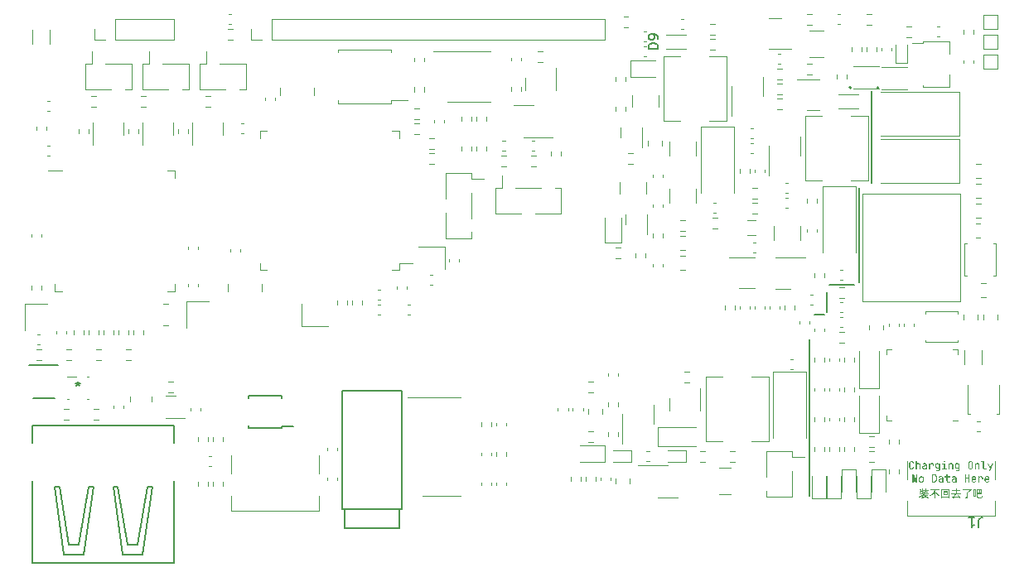
<source format=gto>
%TF.GenerationSoftware,KiCad,Pcbnew,(7.0.0-rc1-253-g7844602210-dirty)*%
%TF.CreationDate,2023-01-19T21:35:15+08:00*%
%TF.ProjectId,VFDFFT,56464446-4654-42e6-9b69-6361645f7063,rev?*%
%TF.SameCoordinates,Original*%
%TF.FileFunction,Legend,Top*%
%TF.FilePolarity,Positive*%
%FSLAX46Y46*%
G04 Gerber Fmt 4.6, Leading zero omitted, Abs format (unit mm)*
G04 Created by KiCad (PCBNEW (7.0.0-rc1-253-g7844602210-dirty)) date 2023-01-19 21:35:15*
%MOMM*%
%LPD*%
G01*
G04 APERTURE LIST*
%ADD10C,0.150000*%
%ADD11C,0.120000*%
%ADD12C,0.187000*%
%ADD13C,0.127000*%
G04 APERTURE END LIST*
D10*
X128016000Y-42164000D02*
X128016000Y-51562000D01*
X123190000Y-65024000D02*
X122174000Y-65024000D01*
X123444000Y-62738000D02*
X123444000Y-64770000D01*
X121666000Y-67564000D02*
X121666000Y-83566000D01*
X123698000Y-61976000D02*
X126238000Y-61976000D01*
X126746000Y-52070000D02*
X126746000Y-61722000D01*
G36*
X133329313Y-83117942D02*
G01*
X133525098Y-83117942D01*
X133525098Y-82988396D01*
X133310164Y-82988396D01*
X133310164Y-82907503D01*
X133525098Y-82907503D01*
X133525098Y-82774635D01*
X133622013Y-82779129D01*
X133622013Y-82907503D01*
X133862739Y-82907503D01*
X133862739Y-82988396D01*
X133622013Y-82988396D01*
X133622013Y-83117942D01*
X133827959Y-83117942D01*
X133827959Y-83200008D01*
X133329313Y-83200008D01*
X133329313Y-83117942D01*
G37*
G36*
X133184135Y-83105437D02*
G01*
X133177036Y-83109498D01*
X133169956Y-83113525D01*
X133162893Y-83117516D01*
X133155849Y-83121472D01*
X133148822Y-83125392D01*
X133141813Y-83129278D01*
X133134822Y-83133129D01*
X133127849Y-83136944D01*
X133120894Y-83140725D01*
X133113957Y-83144470D01*
X133107038Y-83148180D01*
X133100137Y-83151855D01*
X133086388Y-83159100D01*
X133072711Y-83166205D01*
X133059106Y-83173169D01*
X133045573Y-83179992D01*
X133032111Y-83186675D01*
X133018721Y-83193218D01*
X133005403Y-83199620D01*
X132992157Y-83205882D01*
X132978982Y-83212003D01*
X132965879Y-83217984D01*
X132925237Y-83133574D01*
X132933393Y-83130044D01*
X132941544Y-83126487D01*
X132949692Y-83122904D01*
X132957835Y-83119295D01*
X132965974Y-83115659D01*
X132974108Y-83111997D01*
X132982239Y-83108309D01*
X132990365Y-83104594D01*
X132998487Y-83100853D01*
X133006605Y-83097086D01*
X133014718Y-83093293D01*
X133022828Y-83089473D01*
X133030933Y-83085626D01*
X133039034Y-83081754D01*
X133047131Y-83077855D01*
X133055224Y-83073930D01*
X133063312Y-83069978D01*
X133071396Y-83066000D01*
X133079476Y-83061996D01*
X133087552Y-83057965D01*
X133095624Y-83053908D01*
X133103691Y-83049825D01*
X133111754Y-83045716D01*
X133119814Y-83041580D01*
X133127868Y-83037418D01*
X133135919Y-83033229D01*
X133143966Y-83029014D01*
X133152008Y-83024773D01*
X133160046Y-83020505D01*
X133168080Y-83016211D01*
X133176109Y-83011891D01*
X133184135Y-83007545D01*
X133184135Y-82775807D01*
X133279878Y-82780301D01*
X133279878Y-83246121D01*
X133184135Y-83246121D01*
X133184135Y-83105437D01*
G37*
G36*
X133095230Y-83025521D02*
G01*
X133089839Y-83018826D01*
X133084510Y-83012248D01*
X133079242Y-83005786D01*
X133074036Y-82999442D01*
X133068892Y-82993214D01*
X133063810Y-82987103D01*
X133058790Y-82981109D01*
X133048935Y-82969470D01*
X133039327Y-82958299D01*
X133029966Y-82947595D01*
X133020853Y-82937359D01*
X133011987Y-82927589D01*
X133003368Y-82918286D01*
X132994997Y-82909451D01*
X132986873Y-82901082D01*
X132978996Y-82893181D01*
X132971366Y-82885747D01*
X132963984Y-82878780D01*
X132956849Y-82872280D01*
X132953374Y-82869205D01*
X133011993Y-82810587D01*
X133020575Y-82818037D01*
X133029175Y-82825733D01*
X133037794Y-82833675D01*
X133046431Y-82841862D01*
X133055086Y-82850296D01*
X133063760Y-82858975D01*
X133072452Y-82867899D01*
X133081162Y-82877070D01*
X133089891Y-82886486D01*
X133098638Y-82896148D01*
X133107403Y-82906056D01*
X133116187Y-82916210D01*
X133124988Y-82926609D01*
X133133809Y-82937254D01*
X133142647Y-82948145D01*
X133151504Y-82959282D01*
X133095230Y-83025521D01*
G37*
G36*
X133271867Y-83518501D02*
G01*
X133271867Y-83688494D01*
X133478985Y-83616393D01*
X133486801Y-83713309D01*
X133476726Y-83716050D01*
X133468448Y-83718371D01*
X133459552Y-83720918D01*
X133450038Y-83723692D01*
X133439906Y-83726693D01*
X133429155Y-83729921D01*
X133421645Y-83732198D01*
X133413860Y-83734576D01*
X133405800Y-83737056D01*
X133397465Y-83739635D01*
X133388855Y-83742316D01*
X133379971Y-83745097D01*
X133375426Y-83746526D01*
X133366357Y-83749392D01*
X133357419Y-83752229D01*
X133348613Y-83755034D01*
X133339937Y-83757810D01*
X133331393Y-83760554D01*
X133322981Y-83763269D01*
X133314699Y-83765952D01*
X133306549Y-83768605D01*
X133298531Y-83771228D01*
X133290643Y-83773820D01*
X133282887Y-83776381D01*
X133275262Y-83778912D01*
X133267768Y-83781413D01*
X133256774Y-83785106D01*
X133246075Y-83788731D01*
X133238340Y-83791060D01*
X133230743Y-83793429D01*
X133223282Y-83795841D01*
X133213549Y-83799120D01*
X133204061Y-83802472D01*
X133194816Y-83805897D01*
X133185816Y-83809396D01*
X133177059Y-83812968D01*
X133170653Y-83815695D01*
X133139194Y-83736951D01*
X133146439Y-83733424D01*
X133153950Y-83729229D01*
X133161080Y-83724387D01*
X133167076Y-83718922D01*
X133170066Y-83714872D01*
X133173364Y-83706999D01*
X133175122Y-83698859D01*
X133176020Y-83690395D01*
X133176313Y-83682143D01*
X133176319Y-83680678D01*
X133176319Y-83575946D01*
X133163043Y-83583145D01*
X133149397Y-83590378D01*
X133142436Y-83594008D01*
X133135382Y-83597647D01*
X133128236Y-83601294D01*
X133120998Y-83604950D01*
X133113667Y-83608615D01*
X133106244Y-83612289D01*
X133098729Y-83615972D01*
X133091121Y-83619663D01*
X133083421Y-83623363D01*
X133075628Y-83627072D01*
X133067744Y-83630789D01*
X133059766Y-83634516D01*
X133051697Y-83638251D01*
X133043535Y-83641995D01*
X133035281Y-83645748D01*
X133026934Y-83649509D01*
X133018495Y-83653280D01*
X133009964Y-83657059D01*
X133001340Y-83660847D01*
X132992624Y-83664643D01*
X132983816Y-83668449D01*
X132974915Y-83672263D01*
X132965922Y-83676086D01*
X132956836Y-83679918D01*
X132947659Y-83683758D01*
X132938388Y-83687607D01*
X132929026Y-83691466D01*
X132919571Y-83695332D01*
X132880297Y-83602911D01*
X132888218Y-83600026D01*
X132896080Y-83597134D01*
X132903884Y-83594235D01*
X132911630Y-83591331D01*
X132919317Y-83588419D01*
X132926946Y-83585502D01*
X132934517Y-83582577D01*
X132942029Y-83579647D01*
X132949483Y-83576710D01*
X132956878Y-83573766D01*
X132964215Y-83570816D01*
X132971494Y-83567859D01*
X132985876Y-83561926D01*
X133000025Y-83555967D01*
X133013940Y-83549983D01*
X133027621Y-83543972D01*
X133041069Y-83537935D01*
X133054283Y-83531873D01*
X133067264Y-83525784D01*
X133080011Y-83519670D01*
X133092525Y-83513529D01*
X133104805Y-83507363D01*
X133116892Y-83501125D01*
X133128826Y-83494818D01*
X133140608Y-83488443D01*
X133152237Y-83481998D01*
X133163713Y-83475486D01*
X133175037Y-83468904D01*
X133186208Y-83462254D01*
X133197226Y-83455535D01*
X133208092Y-83448747D01*
X133218805Y-83441891D01*
X133229366Y-83434966D01*
X133239773Y-83427972D01*
X133250029Y-83420910D01*
X133260131Y-83413778D01*
X133270081Y-83406579D01*
X133279878Y-83399310D01*
X132932076Y-83399310D01*
X132932076Y-83311383D01*
X133359794Y-83311383D01*
X133336152Y-83228145D01*
X133430527Y-83212513D01*
X133433355Y-83220543D01*
X133436084Y-83228945D01*
X133439229Y-83239105D01*
X133441860Y-83247879D01*
X133444724Y-83257643D01*
X133447823Y-83268396D01*
X133450018Y-83276114D01*
X133452317Y-83284272D01*
X133454719Y-83292869D01*
X133457226Y-83301906D01*
X133459836Y-83311383D01*
X133857268Y-83311383D01*
X133857268Y-83399310D01*
X133446354Y-83399310D01*
X133452592Y-83409185D01*
X133458899Y-83418831D01*
X133465274Y-83428248D01*
X133471719Y-83437436D01*
X133478232Y-83446395D01*
X133484813Y-83455126D01*
X133491463Y-83463627D01*
X133498182Y-83471899D01*
X133504970Y-83479942D01*
X133511826Y-83487756D01*
X133518751Y-83495342D01*
X133525745Y-83502698D01*
X133532808Y-83509825D01*
X133539939Y-83516724D01*
X133547139Y-83523393D01*
X133554407Y-83529833D01*
X133563923Y-83524211D01*
X133573614Y-83518336D01*
X133583480Y-83512207D01*
X133593523Y-83505824D01*
X133603740Y-83499189D01*
X133614134Y-83492299D01*
X133624702Y-83485157D01*
X133635447Y-83477761D01*
X133646367Y-83470111D01*
X133657462Y-83462209D01*
X133668733Y-83454052D01*
X133680180Y-83445643D01*
X133691802Y-83436980D01*
X133703600Y-83428064D01*
X133715573Y-83418894D01*
X133727722Y-83409471D01*
X133782823Y-83484697D01*
X133774472Y-83491051D01*
X133765979Y-83497413D01*
X133757345Y-83503783D01*
X133748568Y-83510160D01*
X133739649Y-83516544D01*
X133730589Y-83522937D01*
X133721386Y-83529337D01*
X133712041Y-83535744D01*
X133702555Y-83542159D01*
X133692926Y-83548582D01*
X133683156Y-83555013D01*
X133673243Y-83561451D01*
X133663189Y-83567896D01*
X133652993Y-83574350D01*
X133642654Y-83580811D01*
X133632174Y-83587279D01*
X133645218Y-83595061D01*
X133658754Y-83602676D01*
X133665706Y-83606421D01*
X133672781Y-83610124D01*
X133679979Y-83613786D01*
X133687300Y-83617407D01*
X133694743Y-83620985D01*
X133702310Y-83624523D01*
X133709999Y-83628018D01*
X133717812Y-83631472D01*
X133725747Y-83634884D01*
X133733805Y-83638255D01*
X133741986Y-83641584D01*
X133750290Y-83644872D01*
X133758717Y-83648118D01*
X133767266Y-83651322D01*
X133775939Y-83654485D01*
X133784734Y-83657606D01*
X133793652Y-83660686D01*
X133802694Y-83663724D01*
X133811858Y-83666720D01*
X133821145Y-83669675D01*
X133830554Y-83672588D01*
X133840087Y-83675459D01*
X133849743Y-83678289D01*
X133859521Y-83681078D01*
X133869423Y-83683825D01*
X133879447Y-83686530D01*
X133889594Y-83689193D01*
X133899864Y-83691815D01*
X133857268Y-83787558D01*
X133845798Y-83784152D01*
X133834467Y-83780697D01*
X133823275Y-83777194D01*
X133812224Y-83773643D01*
X133801312Y-83770044D01*
X133790539Y-83766396D01*
X133779907Y-83762701D01*
X133769414Y-83758958D01*
X133759061Y-83755166D01*
X133748847Y-83751327D01*
X133738773Y-83747439D01*
X133728839Y-83743503D01*
X133719045Y-83739519D01*
X133709390Y-83735487D01*
X133699875Y-83731407D01*
X133690499Y-83727279D01*
X133681263Y-83723103D01*
X133672167Y-83718879D01*
X133663211Y-83714607D01*
X133654394Y-83710286D01*
X133645717Y-83705918D01*
X133637179Y-83701501D01*
X133628782Y-83697036D01*
X133620524Y-83692524D01*
X133612405Y-83687963D01*
X133604426Y-83683354D01*
X133596587Y-83678697D01*
X133588888Y-83673992D01*
X133581328Y-83669238D01*
X133573908Y-83664437D01*
X133566628Y-83659588D01*
X133559487Y-83654690D01*
X133552450Y-83649718D01*
X133545480Y-83644645D01*
X133538577Y-83639471D01*
X133531741Y-83634195D01*
X133524973Y-83628819D01*
X133518271Y-83623341D01*
X133511637Y-83617762D01*
X133505070Y-83612082D01*
X133498570Y-83606301D01*
X133492137Y-83600419D01*
X133485772Y-83594435D01*
X133479473Y-83588351D01*
X133473242Y-83582165D01*
X133467078Y-83575879D01*
X133460981Y-83569491D01*
X133454951Y-83563002D01*
X133448989Y-83556411D01*
X133443093Y-83549720D01*
X133437265Y-83542928D01*
X133431504Y-83536034D01*
X133425810Y-83529039D01*
X133420183Y-83521944D01*
X133414624Y-83514747D01*
X133409131Y-83507449D01*
X133403706Y-83500049D01*
X133398348Y-83492549D01*
X133393057Y-83484947D01*
X133387833Y-83477245D01*
X133382677Y-83469441D01*
X133377587Y-83461536D01*
X133372565Y-83453530D01*
X133367610Y-83445423D01*
X133359697Y-83452174D01*
X133351563Y-83458947D01*
X133343210Y-83465739D01*
X133334637Y-83472552D01*
X133325845Y-83479386D01*
X133316832Y-83486241D01*
X133307600Y-83493116D01*
X133298147Y-83500011D01*
X133291724Y-83504620D01*
X133285203Y-83509238D01*
X133278584Y-83513865D01*
X133271867Y-83518501D01*
G37*
G36*
X134611490Y-82955765D02*
G01*
X134607667Y-82962782D01*
X134603818Y-82969763D01*
X134599943Y-82976710D01*
X134596042Y-82983621D01*
X134592115Y-82990497D01*
X134588162Y-82997338D01*
X134584183Y-83004144D01*
X134580178Y-83010915D01*
X134576147Y-83017651D01*
X134572091Y-83024351D01*
X134568008Y-83031017D01*
X134561835Y-83040949D01*
X134555604Y-83050803D01*
X134549315Y-83060577D01*
X134547205Y-83063818D01*
X134547205Y-83794202D01*
X134440325Y-83794202D01*
X134440325Y-83212513D01*
X134431173Y-83223900D01*
X134421865Y-83235274D01*
X134412401Y-83246635D01*
X134402782Y-83257982D01*
X134393006Y-83269316D01*
X134383073Y-83280636D01*
X134372985Y-83291943D01*
X134362741Y-83303237D01*
X134352341Y-83314518D01*
X134341784Y-83325785D01*
X134331072Y-83337038D01*
X134320203Y-83348279D01*
X134309178Y-83359506D01*
X134297998Y-83370719D01*
X134286661Y-83381919D01*
X134275168Y-83393106D01*
X134263519Y-83404280D01*
X134251713Y-83415440D01*
X134239752Y-83426587D01*
X134227635Y-83437720D01*
X134215362Y-83448840D01*
X134202932Y-83459947D01*
X134190347Y-83471041D01*
X134177605Y-83482121D01*
X134164707Y-83493187D01*
X134151653Y-83504241D01*
X134138443Y-83515281D01*
X134125077Y-83526307D01*
X134111555Y-83537320D01*
X134097877Y-83548320D01*
X134084043Y-83559307D01*
X134070053Y-83570280D01*
X133997952Y-83478054D01*
X134008123Y-83470856D01*
X134018218Y-83463623D01*
X134028237Y-83456355D01*
X134038179Y-83449053D01*
X134048045Y-83441716D01*
X134057834Y-83434344D01*
X134067548Y-83426938D01*
X134077184Y-83419497D01*
X134086745Y-83412021D01*
X134096229Y-83404510D01*
X134105637Y-83396965D01*
X134114969Y-83389385D01*
X134124224Y-83381770D01*
X134133403Y-83374120D01*
X134142506Y-83366436D01*
X134151532Y-83358717D01*
X134160482Y-83350963D01*
X134169356Y-83343175D01*
X134178153Y-83335351D01*
X134186874Y-83327493D01*
X134195519Y-83319601D01*
X134204087Y-83311673D01*
X134212579Y-83303711D01*
X134220995Y-83295714D01*
X134229334Y-83287683D01*
X134237597Y-83279617D01*
X134245784Y-83271516D01*
X134253894Y-83263380D01*
X134261928Y-83255209D01*
X134269886Y-83247004D01*
X134277767Y-83238764D01*
X134285572Y-83230489D01*
X134293308Y-83222176D01*
X134300957Y-83213846D01*
X134308518Y-83205498D01*
X134315993Y-83197132D01*
X134323380Y-83188749D01*
X134330681Y-83180348D01*
X134337895Y-83171929D01*
X134345021Y-83163494D01*
X134352061Y-83155040D01*
X134359013Y-83146569D01*
X134365879Y-83138080D01*
X134372657Y-83129574D01*
X134379349Y-83121051D01*
X134385953Y-83112509D01*
X134392471Y-83103951D01*
X134398901Y-83095374D01*
X134405245Y-83086780D01*
X134411501Y-83078169D01*
X134417670Y-83069540D01*
X134423753Y-83060893D01*
X134429748Y-83052229D01*
X134435657Y-83043547D01*
X134441478Y-83034848D01*
X134447212Y-83026131D01*
X134452860Y-83017397D01*
X134458420Y-83008645D01*
X134463893Y-82999876D01*
X134469280Y-82991089D01*
X134474579Y-82982284D01*
X134479791Y-82973462D01*
X134484917Y-82964622D01*
X134489955Y-82955765D01*
X134053249Y-82955765D01*
X134053249Y-82851229D01*
X134942293Y-82851229D01*
X134942293Y-82955765D01*
X134611490Y-82955765D01*
G37*
G36*
X134631616Y-83146079D02*
G01*
X134644299Y-83156336D01*
X134656874Y-83166567D01*
X134669341Y-83176772D01*
X134681701Y-83186950D01*
X134693952Y-83197102D01*
X134706095Y-83207228D01*
X134718131Y-83217327D01*
X134730058Y-83227400D01*
X134741877Y-83237446D01*
X134753588Y-83247467D01*
X134765192Y-83257460D01*
X134776687Y-83267428D01*
X134788074Y-83277369D01*
X134799353Y-83287284D01*
X134810525Y-83297173D01*
X134821588Y-83307035D01*
X134832543Y-83316871D01*
X134843390Y-83326681D01*
X134854130Y-83336464D01*
X134864761Y-83346221D01*
X134875284Y-83355951D01*
X134885699Y-83365656D01*
X134896006Y-83375334D01*
X134906206Y-83384985D01*
X134916297Y-83394610D01*
X134926280Y-83404209D01*
X134936155Y-83413782D01*
X134945923Y-83423328D01*
X134955582Y-83432848D01*
X134965133Y-83442342D01*
X134974576Y-83451809D01*
X134983912Y-83461250D01*
X134916501Y-83557970D01*
X134905938Y-83546678D01*
X134895354Y-83535443D01*
X134884747Y-83524264D01*
X134874118Y-83513142D01*
X134863467Y-83502078D01*
X134852794Y-83491070D01*
X134842099Y-83480119D01*
X134831382Y-83469225D01*
X134820642Y-83458387D01*
X134809881Y-83447607D01*
X134799097Y-83436883D01*
X134788291Y-83426216D01*
X134777463Y-83415607D01*
X134766613Y-83405054D01*
X134755741Y-83394557D01*
X134744847Y-83384118D01*
X134733930Y-83373736D01*
X134722992Y-83363410D01*
X134712031Y-83353141D01*
X134701048Y-83342930D01*
X134690043Y-83332775D01*
X134679016Y-83322677D01*
X134667966Y-83312635D01*
X134656895Y-83302651D01*
X134645801Y-83292723D01*
X134634686Y-83282853D01*
X134623548Y-83273039D01*
X134612388Y-83263282D01*
X134601206Y-83253582D01*
X134590001Y-83243939D01*
X134578775Y-83234352D01*
X134567526Y-83224823D01*
X134631616Y-83146079D01*
G37*
G36*
X135794407Y-83482548D02*
G01*
X135386033Y-83482548D01*
X135386033Y-83158389D01*
X135478259Y-83158389D01*
X135478259Y-83390322D01*
X135702181Y-83390322D01*
X135702181Y-83158389D01*
X135478259Y-83158389D01*
X135386033Y-83158389D01*
X135386033Y-83066163D01*
X135794407Y-83066163D01*
X135794407Y-83482548D01*
G37*
G36*
X136025168Y-83785214D02*
G01*
X135920632Y-83785214D01*
X135920632Y-83723469D01*
X135258831Y-83723469D01*
X135258831Y-83785214D01*
X135155272Y-83785214D01*
X135155272Y-83622060D01*
X135258831Y-83622060D01*
X135920632Y-83622060D01*
X135920632Y-82933295D01*
X135260981Y-82933295D01*
X135258831Y-83622060D01*
X135155272Y-83622060D01*
X135155272Y-82825242D01*
X136025168Y-82825242D01*
X136025168Y-83785214D01*
G37*
G36*
X136703967Y-83353197D02*
G01*
X136697697Y-83362520D01*
X136691245Y-83371927D01*
X136684612Y-83381418D01*
X136677797Y-83390994D01*
X136670800Y-83400653D01*
X136663622Y-83410396D01*
X136656261Y-83420223D01*
X136648720Y-83430133D01*
X136640996Y-83440128D01*
X136633091Y-83450207D01*
X136625004Y-83460370D01*
X136616736Y-83470617D01*
X136608286Y-83480947D01*
X136599654Y-83491362D01*
X136590841Y-83501861D01*
X136581846Y-83512443D01*
X136572875Y-83522889D01*
X136564083Y-83533024D01*
X136555472Y-83542849D01*
X136547041Y-83552365D01*
X136538791Y-83561570D01*
X136530720Y-83570466D01*
X136522829Y-83579052D01*
X136515119Y-83587328D01*
X136507589Y-83595294D01*
X136500238Y-83602951D01*
X136493068Y-83610297D01*
X136486078Y-83617333D01*
X136479269Y-83624060D01*
X136472639Y-83630477D01*
X136466189Y-83636584D01*
X136459920Y-83642381D01*
X136931406Y-83623232D01*
X136925679Y-83616178D01*
X136920027Y-83609233D01*
X136914449Y-83602395D01*
X136908945Y-83595666D01*
X136903516Y-83589045D01*
X136898161Y-83582531D01*
X136892881Y-83576126D01*
X136887675Y-83569828D01*
X136882543Y-83563639D01*
X136877486Y-83557557D01*
X136867595Y-83545718D01*
X136858001Y-83534311D01*
X136848706Y-83523337D01*
X136839708Y-83512794D01*
X136831007Y-83502683D01*
X136822605Y-83493004D01*
X136814500Y-83483757D01*
X136806692Y-83474942D01*
X136799182Y-83466559D01*
X136791970Y-83458608D01*
X136785056Y-83451090D01*
X136859306Y-83387977D01*
X136866999Y-83395869D01*
X136874885Y-83404061D01*
X136882966Y-83412551D01*
X136891241Y-83421341D01*
X136899709Y-83430430D01*
X136908371Y-83439818D01*
X136917227Y-83449505D01*
X136926277Y-83459491D01*
X136935521Y-83469777D01*
X136944959Y-83480362D01*
X136954590Y-83491246D01*
X136964416Y-83502429D01*
X136974435Y-83513912D01*
X136984648Y-83525693D01*
X136989828Y-83531697D01*
X136995055Y-83537774D01*
X137000331Y-83543927D01*
X137005656Y-83550154D01*
X137010969Y-83556377D01*
X137016209Y-83562538D01*
X137021377Y-83568637D01*
X137026472Y-83574676D01*
X137036445Y-83586571D01*
X137046127Y-83598221D01*
X137055520Y-83609628D01*
X137064622Y-83620789D01*
X137073435Y-83631707D01*
X137081958Y-83642381D01*
X137090190Y-83652810D01*
X137098133Y-83662995D01*
X137105785Y-83672935D01*
X137113147Y-83682632D01*
X137120220Y-83692084D01*
X137127002Y-83701292D01*
X137133494Y-83710256D01*
X137139697Y-83718975D01*
X137061930Y-83797719D01*
X137056100Y-83789376D01*
X137050408Y-83781274D01*
X137044853Y-83773412D01*
X137039435Y-83765790D01*
X137034155Y-83758409D01*
X137029012Y-83751269D01*
X137024006Y-83744368D01*
X137019138Y-83737709D01*
X137014408Y-83731289D01*
X137008314Y-83723104D01*
X137006829Y-83721124D01*
X136978692Y-83722297D01*
X136964231Y-83722786D01*
X136949841Y-83723278D01*
X136935522Y-83723773D01*
X136921273Y-83724269D01*
X136907095Y-83724768D01*
X136892988Y-83725269D01*
X136878951Y-83725772D01*
X136864984Y-83726278D01*
X136851089Y-83726786D01*
X136837264Y-83727296D01*
X136823509Y-83727809D01*
X136809825Y-83728323D01*
X136796212Y-83728841D01*
X136782669Y-83729360D01*
X136769197Y-83729882D01*
X136755796Y-83730406D01*
X136742465Y-83730932D01*
X136729205Y-83731460D01*
X136716015Y-83731991D01*
X136702896Y-83732524D01*
X136689847Y-83733060D01*
X136676869Y-83733598D01*
X136663962Y-83734138D01*
X136651125Y-83734680D01*
X136638359Y-83735224D01*
X136625664Y-83735771D01*
X136613039Y-83736321D01*
X136600485Y-83736872D01*
X136588001Y-83737426D01*
X136575588Y-83737982D01*
X136563246Y-83738540D01*
X136550974Y-83739101D01*
X136540714Y-83739806D01*
X136530621Y-83740504D01*
X136520695Y-83741195D01*
X136510936Y-83741879D01*
X136501345Y-83742556D01*
X136491920Y-83743227D01*
X136482663Y-83743891D01*
X136473573Y-83744547D01*
X136464650Y-83745197D01*
X136455895Y-83745840D01*
X136447306Y-83746476D01*
X136438885Y-83747106D01*
X136430630Y-83747728D01*
X136422543Y-83748344D01*
X136414623Y-83748952D01*
X136399285Y-83750149D01*
X136384615Y-83751319D01*
X136370614Y-83752460D01*
X136357281Y-83753575D01*
X136344617Y-83754662D01*
X136332622Y-83755721D01*
X136321295Y-83756753D01*
X136310637Y-83757757D01*
X136305558Y-83758249D01*
X136272928Y-83653518D01*
X136282091Y-83651033D01*
X136290528Y-83648461D01*
X136298241Y-83645804D01*
X136306539Y-83642502D01*
X136313793Y-83639077D01*
X136319041Y-83636128D01*
X136326124Y-83631593D01*
X136333525Y-83626367D01*
X136340122Y-83621336D01*
X136346952Y-83615797D01*
X136354016Y-83609750D01*
X136360864Y-83603615D01*
X136368293Y-83596643D01*
X136376302Y-83588833D01*
X136381964Y-83583160D01*
X136387884Y-83577115D01*
X136394062Y-83570698D01*
X136400497Y-83563908D01*
X136407191Y-83556745D01*
X136414143Y-83549210D01*
X136421353Y-83541303D01*
X136428820Y-83533023D01*
X136436546Y-83524371D01*
X136444530Y-83515346D01*
X136452771Y-83505949D01*
X136456989Y-83501110D01*
X136465440Y-83491374D01*
X136473744Y-83481702D01*
X136481902Y-83472097D01*
X136489913Y-83462557D01*
X136497778Y-83453082D01*
X136505496Y-83443674D01*
X136513067Y-83434331D01*
X136520492Y-83425053D01*
X136527771Y-83415841D01*
X136534903Y-83406695D01*
X136541888Y-83397615D01*
X136548727Y-83388600D01*
X136555419Y-83379651D01*
X136561965Y-83370767D01*
X136568364Y-83361949D01*
X136574616Y-83353197D01*
X136206689Y-83353197D01*
X136206689Y-83251787D01*
X136645545Y-83251787D01*
X136645545Y-83047014D01*
X136287582Y-83047014D01*
X136287582Y-82946777D01*
X136645545Y-82946777D01*
X136645545Y-82771313D01*
X136745782Y-82775807D01*
X136745782Y-82946777D01*
X137109215Y-82946777D01*
X137109215Y-83047014D01*
X136745782Y-83047014D01*
X136745782Y-83251787D01*
X137189131Y-83251787D01*
X137189131Y-83353197D01*
X136703967Y-83353197D01*
G37*
G36*
X137352481Y-82847712D02*
G01*
X138243870Y-82847712D01*
X138243870Y-82950099D01*
X137864609Y-83212513D01*
X137864609Y-83635542D01*
X137864486Y-83645671D01*
X137864115Y-83655323D01*
X137863497Y-83664498D01*
X137862631Y-83673195D01*
X137861518Y-83681415D01*
X137860158Y-83689157D01*
X137857960Y-83698737D01*
X137855322Y-83707469D01*
X137852245Y-83715352D01*
X137850541Y-83718975D01*
X137845663Y-83727381D01*
X137839821Y-83735015D01*
X137833016Y-83741876D01*
X137826878Y-83746808D01*
X137820123Y-83751245D01*
X137812751Y-83755188D01*
X137804763Y-83758637D01*
X137802669Y-83759422D01*
X137793712Y-83762377D01*
X137783741Y-83765088D01*
X137775597Y-83766961D01*
X137766883Y-83768697D01*
X137757599Y-83770295D01*
X137747745Y-83771756D01*
X137737321Y-83773079D01*
X137726327Y-83774266D01*
X137714762Y-83775314D01*
X137706736Y-83775937D01*
X137702628Y-83776226D01*
X137609034Y-83784237D01*
X137575426Y-83676184D01*
X137667652Y-83669345D01*
X137676881Y-83668762D01*
X137685421Y-83668087D01*
X137693270Y-83667321D01*
X137702111Y-83666234D01*
X137709875Y-83665004D01*
X137717768Y-83663340D01*
X137722167Y-83662115D01*
X137729763Y-83658977D01*
X137736849Y-83654015D01*
X137742389Y-83647539D01*
X137745224Y-83642381D01*
X137748215Y-83633930D01*
X137749898Y-83626117D01*
X137751101Y-83617040D01*
X137751735Y-83608511D01*
X137752036Y-83599104D01*
X137752062Y-83595095D01*
X137752062Y-83157217D01*
X138063716Y-82950099D01*
X137352481Y-82950099D01*
X137352481Y-82847712D01*
G37*
G36*
X139334561Y-83330531D02*
G01*
X138898050Y-83330531D01*
X138898050Y-83581613D01*
X138898181Y-83590314D01*
X138898575Y-83598441D01*
X138899436Y-83607793D01*
X138900708Y-83616248D01*
X138902776Y-83625210D01*
X138905434Y-83632881D01*
X138906452Y-83635151D01*
X138910586Y-83642282D01*
X138915636Y-83648460D01*
X138921603Y-83653684D01*
X138928485Y-83657954D01*
X138932830Y-83659966D01*
X138941508Y-83662886D01*
X138950241Y-83665002D01*
X138958432Y-83666492D01*
X138967453Y-83667734D01*
X138975267Y-83668549D01*
X138983612Y-83669206D01*
X138985782Y-83669345D01*
X138995193Y-83669889D01*
X139004277Y-83670398D01*
X139013035Y-83670872D01*
X139021466Y-83671311D01*
X139029570Y-83671715D01*
X139041114Y-83672255D01*
X139051923Y-83672715D01*
X139061997Y-83673097D01*
X139071335Y-83673400D01*
X139079939Y-83673624D01*
X139087808Y-83673769D01*
X139097157Y-83673839D01*
X139107018Y-83673769D01*
X139115175Y-83673624D01*
X139123985Y-83673400D01*
X139133448Y-83673097D01*
X139143563Y-83672715D01*
X139154330Y-83672255D01*
X139165751Y-83671715D01*
X139173727Y-83671311D01*
X139181993Y-83670872D01*
X139190549Y-83670398D01*
X139199395Y-83669889D01*
X139208531Y-83669345D01*
X139216716Y-83668753D01*
X139226201Y-83667858D01*
X139234855Y-83666791D01*
X139242680Y-83665553D01*
X139250973Y-83663840D01*
X139259138Y-83661529D01*
X139267064Y-83658207D01*
X139273842Y-83653909D01*
X139280095Y-83647905D01*
X139283953Y-83642381D01*
X139287739Y-83634797D01*
X139290691Y-83626779D01*
X139292953Y-83618879D01*
X139294968Y-83610031D01*
X139296459Y-83601934D01*
X139297866Y-83593344D01*
X139299156Y-83584500D01*
X139300330Y-83575401D01*
X139301386Y-83566049D01*
X139302326Y-83556442D01*
X139303149Y-83546581D01*
X139303856Y-83536466D01*
X139304445Y-83526096D01*
X139304918Y-83515473D01*
X139305274Y-83504595D01*
X139305447Y-83497203D01*
X139402167Y-83528661D01*
X139401588Y-83537306D01*
X139400973Y-83545801D01*
X139400324Y-83554146D01*
X139399639Y-83562342D01*
X139398919Y-83570388D01*
X139398164Y-83578285D01*
X139396966Y-83589850D01*
X139395689Y-83601078D01*
X139394333Y-83611969D01*
X139392898Y-83622524D01*
X139391384Y-83632742D01*
X139389791Y-83642623D01*
X139388685Y-83649024D01*
X139387149Y-83657099D01*
X139385472Y-83664837D01*
X139383018Y-83674631D01*
X139380313Y-83683827D01*
X139377357Y-83692424D01*
X139374152Y-83700423D01*
X139370696Y-83707824D01*
X139366023Y-83716233D01*
X139365042Y-83717803D01*
X139359729Y-83725238D01*
X139353681Y-83732034D01*
X139346898Y-83738190D01*
X139339381Y-83743708D01*
X139331130Y-83748586D01*
X139323999Y-83752028D01*
X139318343Y-83754341D01*
X139310243Y-83757144D01*
X139301380Y-83759690D01*
X139291754Y-83761980D01*
X139284033Y-83763529D01*
X139275884Y-83764934D01*
X139267304Y-83766194D01*
X139258296Y-83767311D01*
X139248858Y-83768283D01*
X139238991Y-83769110D01*
X139232174Y-83769582D01*
X139220466Y-83770385D01*
X139212516Y-83770877D01*
X139204450Y-83771333D01*
X139196268Y-83771755D01*
X139187970Y-83772141D01*
X139179556Y-83772492D01*
X139171025Y-83772808D01*
X139162379Y-83773089D01*
X139153617Y-83773335D01*
X139144739Y-83773545D01*
X139135745Y-83773721D01*
X139126634Y-83773861D01*
X139117408Y-83773967D01*
X139108066Y-83774037D01*
X139098607Y-83774072D01*
X139093835Y-83774076D01*
X139084318Y-83774059D01*
X139074915Y-83774006D01*
X139065627Y-83773918D01*
X139056453Y-83773795D01*
X139047394Y-83773637D01*
X139038450Y-83773444D01*
X139029620Y-83773216D01*
X139020904Y-83772953D01*
X139012303Y-83772654D01*
X139003816Y-83772321D01*
X138995444Y-83771952D01*
X138987186Y-83771548D01*
X138979043Y-83771109D01*
X138971014Y-83770635D01*
X138963100Y-83770126D01*
X138955300Y-83769582D01*
X138944952Y-83768825D01*
X138935008Y-83767872D01*
X138925470Y-83766723D01*
X138916337Y-83765378D01*
X138907610Y-83763838D01*
X138899288Y-83762101D01*
X138891371Y-83760169D01*
X138881445Y-83757289D01*
X138872241Y-83754060D01*
X138865810Y-83751411D01*
X138857823Y-83747484D01*
X138850374Y-83742935D01*
X138843461Y-83737763D01*
X138837087Y-83731969D01*
X138831249Y-83725551D01*
X138825949Y-83718511D01*
X138821187Y-83710848D01*
X138816961Y-83702562D01*
X138813252Y-83693537D01*
X138810037Y-83683658D01*
X138807950Y-83675687D01*
X138806142Y-83667235D01*
X138804612Y-83658303D01*
X138803360Y-83648890D01*
X138802386Y-83638995D01*
X138801691Y-83628620D01*
X138801273Y-83617765D01*
X138801134Y-83606428D01*
X138801134Y-82935639D01*
X138898050Y-82935639D01*
X138898050Y-83229317D01*
X139024079Y-83229317D01*
X139024079Y-82935639D01*
X139116305Y-82935639D01*
X139116305Y-83229317D01*
X139236668Y-83229317D01*
X139236668Y-82935639D01*
X139116305Y-82935639D01*
X139024079Y-82935639D01*
X138898050Y-82935639D01*
X138801134Y-82935639D01*
X138801134Y-82835402D01*
X139334561Y-82835402D01*
X139334561Y-83330531D01*
G37*
G36*
X138733723Y-83611899D02*
G01*
X138445517Y-83611899D01*
X138445517Y-82970420D01*
X138540087Y-82970420D01*
X138540087Y-83509512D01*
X138643646Y-83509512D01*
X138643646Y-82970420D01*
X138540087Y-82970420D01*
X138445517Y-82970420D01*
X138445517Y-82874872D01*
X138733723Y-82874872D01*
X138733723Y-83611899D01*
G37*
G36*
X132126694Y-80828505D02*
G01*
X132112661Y-80828254D01*
X132098994Y-80827503D01*
X132085691Y-80826252D01*
X132072753Y-80824499D01*
X132060180Y-80822246D01*
X132047971Y-80819492D01*
X132036128Y-80816238D01*
X132024649Y-80812482D01*
X132013535Y-80808226D01*
X132002786Y-80803470D01*
X131992402Y-80798213D01*
X131982383Y-80792454D01*
X131972729Y-80786196D01*
X131963439Y-80779436D01*
X131954514Y-80772176D01*
X131945954Y-80764415D01*
X131937862Y-80756216D01*
X131930292Y-80747642D01*
X131923244Y-80738692D01*
X131916718Y-80729367D01*
X131910715Y-80719666D01*
X131905233Y-80709589D01*
X131900273Y-80699137D01*
X131895836Y-80688309D01*
X131891920Y-80677106D01*
X131888527Y-80665528D01*
X131885655Y-80653573D01*
X131883306Y-80641244D01*
X131881479Y-80628539D01*
X131880174Y-80615458D01*
X131879390Y-80602002D01*
X131879129Y-80588170D01*
X131879129Y-80217311D01*
X131879390Y-80203622D01*
X131880174Y-80190298D01*
X131881479Y-80177341D01*
X131883306Y-80164750D01*
X131885655Y-80152526D01*
X131888527Y-80140668D01*
X131891920Y-80129176D01*
X131895836Y-80118051D01*
X131900273Y-80107292D01*
X131905233Y-80096900D01*
X131910715Y-80086874D01*
X131916718Y-80077214D01*
X131923244Y-80067920D01*
X131930292Y-80058993D01*
X131937862Y-80050433D01*
X131945954Y-80042238D01*
X131954514Y-80034477D01*
X131963439Y-80027217D01*
X131972729Y-80020458D01*
X131982383Y-80014199D01*
X131992402Y-80008441D01*
X132002786Y-80003184D01*
X132013535Y-79998427D01*
X132024649Y-79994171D01*
X132036128Y-79990416D01*
X132047971Y-79987161D01*
X132060180Y-79984408D01*
X132072753Y-79982154D01*
X132085691Y-79980402D01*
X132098994Y-79979150D01*
X132112661Y-79978399D01*
X132126694Y-79978149D01*
X132140584Y-79978401D01*
X132154119Y-79979156D01*
X132167299Y-79980416D01*
X132180122Y-79982179D01*
X132192590Y-79984446D01*
X132204702Y-79987216D01*
X132216459Y-79990491D01*
X132227859Y-79994269D01*
X132238904Y-79998551D01*
X132249594Y-80003336D01*
X132259928Y-80008626D01*
X132269906Y-80014419D01*
X132279528Y-80020716D01*
X132288795Y-80027516D01*
X132297706Y-80034821D01*
X132306261Y-80042629D01*
X132314377Y-80050866D01*
X132321969Y-80059457D01*
X132329038Y-80068403D01*
X132335583Y-80077702D01*
X132341604Y-80087356D01*
X132347102Y-80097364D01*
X132352076Y-80107726D01*
X132356526Y-80118442D01*
X132360453Y-80129512D01*
X132363857Y-80140937D01*
X132366737Y-80152715D01*
X132369093Y-80164848D01*
X132370925Y-80177335D01*
X132372234Y-80190176D01*
X132373020Y-80203371D01*
X132373282Y-80216921D01*
X132261711Y-80216921D01*
X132261571Y-80208663D01*
X132261150Y-80200645D01*
X132259991Y-80189067D01*
X132258200Y-80178029D01*
X132255778Y-80167530D01*
X132252723Y-80157570D01*
X132249037Y-80148149D01*
X132244718Y-80139267D01*
X132239768Y-80130925D01*
X132234185Y-80123122D01*
X132227971Y-80115858D01*
X132225759Y-80113557D01*
X132218779Y-80107062D01*
X132211322Y-80101206D01*
X132203387Y-80095989D01*
X132194975Y-80091410D01*
X132186086Y-80087471D01*
X132176719Y-80084170D01*
X132166874Y-80081508D01*
X132156553Y-80079485D01*
X132145753Y-80078101D01*
X132134477Y-80077356D01*
X132126694Y-80077214D01*
X132118792Y-80077356D01*
X132107348Y-80078101D01*
X132096396Y-80079485D01*
X132085934Y-80081508D01*
X132075964Y-80084170D01*
X132066485Y-80087471D01*
X132057497Y-80091410D01*
X132049000Y-80095989D01*
X132040994Y-80101206D01*
X132033480Y-80107062D01*
X132026457Y-80113557D01*
X132020032Y-80120641D01*
X132014238Y-80128264D01*
X132009077Y-80136427D01*
X132004548Y-80145129D01*
X132000651Y-80154369D01*
X131997386Y-80164150D01*
X131994752Y-80174469D01*
X131992751Y-80185328D01*
X131991382Y-80196726D01*
X131990820Y-80204624D01*
X131990539Y-80212762D01*
X131990504Y-80216921D01*
X131990504Y-80588561D01*
X131990645Y-80596960D01*
X131991066Y-80605111D01*
X131991768Y-80613013D01*
X131993348Y-80624400D01*
X131995560Y-80635226D01*
X131998404Y-80645493D01*
X132001880Y-80655200D01*
X132005988Y-80664347D01*
X132010727Y-80672934D01*
X132016099Y-80680962D01*
X132022103Y-80688429D01*
X132026457Y-80693096D01*
X132033480Y-80699591D01*
X132040994Y-80705448D01*
X132049000Y-80710665D01*
X132057497Y-80715243D01*
X132066485Y-80719183D01*
X132075964Y-80722483D01*
X132085934Y-80725145D01*
X132096396Y-80727168D01*
X132107348Y-80728553D01*
X132118792Y-80729298D01*
X132126694Y-80729440D01*
X132138289Y-80729120D01*
X132149406Y-80728162D01*
X132160046Y-80726565D01*
X132170209Y-80724329D01*
X132179894Y-80721454D01*
X132189102Y-80717941D01*
X132197832Y-80713788D01*
X132206085Y-80708997D01*
X132213861Y-80703567D01*
X132221159Y-80697497D01*
X132225759Y-80693096D01*
X132232184Y-80685966D01*
X132237977Y-80678275D01*
X132243138Y-80670024D01*
X132247667Y-80661214D01*
X132251565Y-80651843D01*
X132254830Y-80641913D01*
X132257463Y-80631423D01*
X132259464Y-80620373D01*
X132260834Y-80608763D01*
X132261395Y-80600713D01*
X132261676Y-80592413D01*
X132261711Y-80588170D01*
X132373282Y-80588170D01*
X132373020Y-80601886D01*
X132372234Y-80615238D01*
X132370925Y-80628227D01*
X132369093Y-80640853D01*
X132366737Y-80653115D01*
X132363857Y-80665015D01*
X132360453Y-80676551D01*
X132356526Y-80687723D01*
X132352076Y-80698532D01*
X132347102Y-80708978D01*
X132341604Y-80719061D01*
X132335583Y-80728780D01*
X132329038Y-80738136D01*
X132321969Y-80747129D01*
X132314377Y-80755759D01*
X132306261Y-80764025D01*
X132297706Y-80771833D01*
X132288795Y-80779137D01*
X132279528Y-80785938D01*
X132269906Y-80792235D01*
X132259928Y-80798028D01*
X132249594Y-80803317D01*
X132238904Y-80808103D01*
X132227859Y-80812385D01*
X132216459Y-80816163D01*
X132204702Y-80819437D01*
X132192590Y-80822208D01*
X132180122Y-80824475D01*
X132167299Y-80826238D01*
X132154119Y-80827497D01*
X132140584Y-80828253D01*
X132126694Y-80828505D01*
G37*
G36*
X132550504Y-80816000D02*
G01*
X132550504Y-79990654D01*
X132661879Y-79990654D01*
X132661879Y-80196990D01*
X132660707Y-80317353D01*
X132661879Y-80317353D01*
X132662995Y-80309306D01*
X132664388Y-80301481D01*
X132667000Y-80290157D01*
X132670237Y-80279332D01*
X132674098Y-80269004D01*
X132678585Y-80259175D01*
X132683697Y-80249843D01*
X132689434Y-80241010D01*
X132695796Y-80232674D01*
X132702783Y-80224837D01*
X132710396Y-80217498D01*
X132713072Y-80215162D01*
X132721448Y-80208562D01*
X132730307Y-80202612D01*
X132739651Y-80197310D01*
X132749480Y-80192658D01*
X132759792Y-80188655D01*
X132770589Y-80185301D01*
X132781870Y-80182596D01*
X132789660Y-80181154D01*
X132797665Y-80180000D01*
X132805885Y-80179134D01*
X132814321Y-80178557D01*
X132822972Y-80178269D01*
X132827378Y-80178233D01*
X132838761Y-80178464D01*
X132849854Y-80179158D01*
X132860657Y-80180314D01*
X132871171Y-80181933D01*
X132881394Y-80184014D01*
X132891327Y-80186558D01*
X132900970Y-80189565D01*
X132910323Y-80193034D01*
X132919386Y-80196965D01*
X132928159Y-80201359D01*
X132936641Y-80206216D01*
X132944834Y-80211535D01*
X132952737Y-80217317D01*
X132960350Y-80223561D01*
X132967672Y-80230268D01*
X132974705Y-80237437D01*
X132981401Y-80244998D01*
X132987665Y-80252879D01*
X132993497Y-80261081D01*
X132998897Y-80269604D01*
X133003865Y-80278447D01*
X133008401Y-80287611D01*
X133012506Y-80297095D01*
X133016178Y-80306900D01*
X133019418Y-80317025D01*
X133022226Y-80327471D01*
X133024602Y-80338238D01*
X133026546Y-80349325D01*
X133028058Y-80360732D01*
X133029138Y-80372461D01*
X133029786Y-80384509D01*
X133030002Y-80396879D01*
X133030002Y-80816000D01*
X132918432Y-80816000D01*
X132918432Y-80416418D01*
X132918300Y-80408209D01*
X132917903Y-80400237D01*
X132916814Y-80388726D01*
X132915130Y-80377752D01*
X132912853Y-80367312D01*
X132909981Y-80357409D01*
X132906515Y-80348042D01*
X132902454Y-80339210D01*
X132897800Y-80330914D01*
X132892551Y-80323154D01*
X132886708Y-80315930D01*
X132884628Y-80313641D01*
X132878107Y-80307146D01*
X132871146Y-80301290D01*
X132863746Y-80296073D01*
X132855905Y-80291494D01*
X132847626Y-80287555D01*
X132838906Y-80284254D01*
X132829747Y-80281592D01*
X132820148Y-80279569D01*
X132810110Y-80278185D01*
X132799632Y-80277439D01*
X132792402Y-80277297D01*
X132781235Y-80277631D01*
X132770521Y-80278630D01*
X132760261Y-80280296D01*
X132750454Y-80282628D01*
X132741100Y-80285627D01*
X132732199Y-80289291D01*
X132723752Y-80293622D01*
X132715759Y-80298620D01*
X132708219Y-80304284D01*
X132701132Y-80310614D01*
X132696659Y-80315204D01*
X132690443Y-80322576D01*
X132684839Y-80330477D01*
X132679846Y-80338907D01*
X132675465Y-80347865D01*
X132671695Y-80357353D01*
X132668536Y-80367370D01*
X132665989Y-80377915D01*
X132664053Y-80388990D01*
X132662728Y-80400593D01*
X132662185Y-80408623D01*
X132661913Y-80416887D01*
X132661879Y-80421108D01*
X132661879Y-80816000D01*
X132550504Y-80816000D01*
G37*
G36*
X133475640Y-80178446D02*
G01*
X133489245Y-80179087D01*
X133502445Y-80180156D01*
X133515239Y-80181652D01*
X133527627Y-80183575D01*
X133539608Y-80185926D01*
X133551184Y-80188704D01*
X133562353Y-80191910D01*
X133573117Y-80195543D01*
X133583474Y-80199604D01*
X133593426Y-80204092D01*
X133602971Y-80209007D01*
X133612110Y-80214350D01*
X133620843Y-80220120D01*
X133629171Y-80226318D01*
X133637092Y-80232943D01*
X133644592Y-80239955D01*
X133651609Y-80247314D01*
X133658142Y-80255019D01*
X133664190Y-80263070D01*
X133669755Y-80271468D01*
X133674836Y-80280213D01*
X133679434Y-80289304D01*
X133683547Y-80298742D01*
X133687176Y-80308526D01*
X133690321Y-80318657D01*
X133692983Y-80329134D01*
X133695160Y-80339958D01*
X133696854Y-80351128D01*
X133698064Y-80362645D01*
X133698790Y-80374508D01*
X133699032Y-80386718D01*
X133699032Y-80816000D01*
X133589806Y-80816000D01*
X133589806Y-80699349D01*
X133587657Y-80699349D01*
X133585829Y-80710272D01*
X133583277Y-80720765D01*
X133579999Y-80730830D01*
X133575997Y-80740464D01*
X133571271Y-80749670D01*
X133565819Y-80758446D01*
X133559643Y-80766793D01*
X133552742Y-80774710D01*
X133545117Y-80782198D01*
X133536767Y-80789257D01*
X133530797Y-80793725D01*
X133521340Y-80799940D01*
X133511362Y-80805544D01*
X133500861Y-80810537D01*
X133493570Y-80813526D01*
X133486047Y-80816243D01*
X133478293Y-80818689D01*
X133470306Y-80820863D01*
X133462087Y-80822765D01*
X133453636Y-80824395D01*
X133444954Y-80825754D01*
X133436039Y-80826840D01*
X133426892Y-80827656D01*
X133417513Y-80828199D01*
X133407902Y-80828471D01*
X133403009Y-80828505D01*
X133391221Y-80828295D01*
X133379742Y-80827665D01*
X133368573Y-80826616D01*
X133357715Y-80825146D01*
X133347166Y-80823257D01*
X133336926Y-80820948D01*
X133326997Y-80818220D01*
X133317378Y-80815071D01*
X133308068Y-80811503D01*
X133299069Y-80807515D01*
X133290379Y-80803107D01*
X133281999Y-80798280D01*
X133273929Y-80793032D01*
X133266169Y-80787365D01*
X133258719Y-80781278D01*
X133251579Y-80774771D01*
X133244835Y-80767925D01*
X133238527Y-80760819D01*
X133232654Y-80753453D01*
X133227216Y-80745829D01*
X133222212Y-80737944D01*
X133217644Y-80729800D01*
X133213511Y-80721397D01*
X133209813Y-80712734D01*
X133206550Y-80703811D01*
X133203722Y-80694629D01*
X133201330Y-80685188D01*
X133199372Y-80675487D01*
X133197849Y-80665526D01*
X133196762Y-80655306D01*
X133196109Y-80644826D01*
X133195891Y-80634087D01*
X133196011Y-80628421D01*
X133308439Y-80628421D01*
X133308725Y-80636904D01*
X133309586Y-80645061D01*
X133311020Y-80652891D01*
X133313824Y-80662824D01*
X133317648Y-80672177D01*
X133322491Y-80680950D01*
X133328355Y-80689143D01*
X133335238Y-80696756D01*
X133341069Y-80702085D01*
X133347416Y-80706973D01*
X133354220Y-80711381D01*
X133361480Y-80715308D01*
X133369197Y-80718754D01*
X133377371Y-80721719D01*
X133386002Y-80724204D01*
X133395089Y-80726207D01*
X133404634Y-80727730D01*
X133414635Y-80728772D01*
X133425093Y-80729333D01*
X133432319Y-80729440D01*
X133441072Y-80729312D01*
X133449602Y-80728927D01*
X133457907Y-80728286D01*
X133465987Y-80727388D01*
X133473844Y-80726234D01*
X133485207Y-80724022D01*
X133496066Y-80721233D01*
X133506420Y-80717867D01*
X133516269Y-80713924D01*
X133525613Y-80709404D01*
X133534452Y-80704307D01*
X133542786Y-80698633D01*
X133545452Y-80696614D01*
X133552994Y-80690247D01*
X133559795Y-80683459D01*
X133565854Y-80676248D01*
X133571171Y-80668614D01*
X133575746Y-80660558D01*
X133579579Y-80652080D01*
X133582670Y-80643179D01*
X133585019Y-80633855D01*
X133586627Y-80624110D01*
X133587492Y-80613941D01*
X133587657Y-80606928D01*
X133587657Y-80528379D01*
X133416492Y-80528379D01*
X133407604Y-80528621D01*
X133399039Y-80529348D01*
X133390797Y-80530558D01*
X133382878Y-80532253D01*
X133375281Y-80534433D01*
X133365655Y-80538092D01*
X133356603Y-80542612D01*
X133348125Y-80547993D01*
X133340220Y-80554235D01*
X133338334Y-80555930D01*
X133331327Y-80563046D01*
X133325255Y-80570719D01*
X133320116Y-80578947D01*
X133315912Y-80587730D01*
X133312643Y-80597069D01*
X133310307Y-80606964D01*
X133309168Y-80614750D01*
X133308555Y-80622848D01*
X133308439Y-80628421D01*
X133196011Y-80628421D01*
X133196118Y-80623351D01*
X133196798Y-80612878D01*
X133197932Y-80602669D01*
X133199518Y-80592725D01*
X133201559Y-80583044D01*
X133204052Y-80573628D01*
X133206999Y-80564476D01*
X133210399Y-80555588D01*
X133214253Y-80546964D01*
X133218560Y-80538604D01*
X133223321Y-80530508D01*
X133228534Y-80522676D01*
X133234202Y-80515108D01*
X133240322Y-80507805D01*
X133246896Y-80500765D01*
X133253924Y-80493990D01*
X133261320Y-80487554D01*
X133269002Y-80481533D01*
X133276970Y-80475928D01*
X133285223Y-80470738D01*
X133293762Y-80465963D01*
X133302586Y-80461603D01*
X133311695Y-80457659D01*
X133321090Y-80454129D01*
X133330771Y-80451015D01*
X133340737Y-80448316D01*
X133350988Y-80446033D01*
X133361525Y-80444164D01*
X133372347Y-80442711D01*
X133383455Y-80441673D01*
X133394848Y-80441050D01*
X133406526Y-80440842D01*
X133587657Y-80440842D01*
X133587657Y-80392775D01*
X133587165Y-80378792D01*
X133585688Y-80365710D01*
X133583226Y-80353531D01*
X133579780Y-80342254D01*
X133575349Y-80331879D01*
X133569934Y-80322406D01*
X133563534Y-80313835D01*
X133556150Y-80306167D01*
X133547781Y-80299401D01*
X133538427Y-80293537D01*
X133528088Y-80288575D01*
X133516765Y-80284515D01*
X133504458Y-80281357D01*
X133491166Y-80279102D01*
X133476889Y-80277749D01*
X133461628Y-80277297D01*
X133451269Y-80277485D01*
X133441294Y-80278046D01*
X133431705Y-80278982D01*
X133422500Y-80280293D01*
X133413680Y-80281977D01*
X133405244Y-80284036D01*
X133397193Y-80286470D01*
X133389527Y-80289278D01*
X133382246Y-80292460D01*
X133373135Y-80297285D01*
X133370965Y-80298595D01*
X133362871Y-80304131D01*
X133355785Y-80310185D01*
X133349706Y-80316758D01*
X133344635Y-80323850D01*
X133340572Y-80331461D01*
X133337516Y-80339592D01*
X133335467Y-80348241D01*
X133334426Y-80357409D01*
X133224028Y-80357409D01*
X133224960Y-80347771D01*
X133226339Y-80338346D01*
X133228166Y-80329135D01*
X133230440Y-80320138D01*
X133233161Y-80311354D01*
X133236329Y-80302784D01*
X133239944Y-80294428D01*
X133244007Y-80286286D01*
X133248517Y-80278357D01*
X133253475Y-80270642D01*
X133258879Y-80263141D01*
X133264731Y-80255853D01*
X133271030Y-80248779D01*
X133277777Y-80241919D01*
X133284971Y-80235272D01*
X133292612Y-80228840D01*
X133300668Y-80222711D01*
X133309058Y-80216979D01*
X133317783Y-80211641D01*
X133326842Y-80206699D01*
X133336236Y-80202152D01*
X133345963Y-80198001D01*
X133356025Y-80194245D01*
X133366422Y-80190884D01*
X133377152Y-80187919D01*
X133388217Y-80185349D01*
X133399617Y-80183175D01*
X133411350Y-80181396D01*
X133423418Y-80180012D01*
X133435820Y-80179023D01*
X133448557Y-80178430D01*
X133461628Y-80178233D01*
X133475640Y-80178446D01*
G37*
G36*
X133915724Y-80816000D02*
G01*
X133915724Y-80190738D01*
X134026122Y-80190738D01*
X134026122Y-80313445D01*
X134027099Y-80313445D01*
X134028357Y-80305685D01*
X134030747Y-80294437D01*
X134033742Y-80283660D01*
X134037342Y-80273353D01*
X134041546Y-80263517D01*
X134046354Y-80254151D01*
X134051767Y-80245256D01*
X134057785Y-80236831D01*
X134064407Y-80228877D01*
X134071633Y-80221394D01*
X134079464Y-80214381D01*
X134087850Y-80207920D01*
X134096741Y-80202096D01*
X134106136Y-80196907D01*
X134116037Y-80192353D01*
X134126442Y-80188434D01*
X134137352Y-80185152D01*
X134148767Y-80182504D01*
X134156658Y-80181092D01*
X134164773Y-80179962D01*
X134173112Y-80179115D01*
X134181676Y-80178550D01*
X134190464Y-80178268D01*
X134194942Y-80178233D01*
X134206719Y-80178467D01*
X134218164Y-80179170D01*
X134229275Y-80180341D01*
X134240054Y-80181982D01*
X134250500Y-80184091D01*
X134260613Y-80186668D01*
X134270394Y-80189714D01*
X134279841Y-80193229D01*
X134288956Y-80197213D01*
X134297738Y-80201665D01*
X134306187Y-80206585D01*
X134314304Y-80211975D01*
X134322088Y-80217833D01*
X134329539Y-80224159D01*
X134336657Y-80230955D01*
X134343442Y-80238219D01*
X134349854Y-80245883D01*
X134355853Y-80253930D01*
X134361437Y-80262357D01*
X134366608Y-80271167D01*
X134371366Y-80280358D01*
X134375710Y-80289931D01*
X134379640Y-80299885D01*
X134383156Y-80310221D01*
X134386259Y-80320939D01*
X134388948Y-80332038D01*
X134391223Y-80343519D01*
X134393084Y-80355382D01*
X134394532Y-80367626D01*
X134395567Y-80380252D01*
X134396187Y-80393259D01*
X134396394Y-80406648D01*
X134396394Y-80461359D01*
X134284824Y-80461359D01*
X134284824Y-80408016D01*
X134284700Y-80399974D01*
X134283706Y-80384655D01*
X134281718Y-80370358D01*
X134278737Y-80357082D01*
X134274762Y-80344827D01*
X134269793Y-80333593D01*
X134263831Y-80323381D01*
X134256874Y-80314190D01*
X134248924Y-80306020D01*
X134239980Y-80298871D01*
X134230043Y-80292744D01*
X134219111Y-80287638D01*
X134207186Y-80283553D01*
X134194267Y-80280489D01*
X134180354Y-80278446D01*
X134165448Y-80277425D01*
X134157622Y-80277297D01*
X134149732Y-80277444D01*
X134138348Y-80278213D01*
X134127507Y-80279642D01*
X134117209Y-80281730D01*
X134107453Y-80284478D01*
X134098240Y-80287885D01*
X134089570Y-80291952D01*
X134081442Y-80296678D01*
X134073857Y-80302064D01*
X134066815Y-80308109D01*
X134060316Y-80314813D01*
X134054379Y-80322127D01*
X134049027Y-80330001D01*
X134044259Y-80338435D01*
X134040074Y-80347429D01*
X134036473Y-80356982D01*
X134033457Y-80367096D01*
X134031024Y-80377769D01*
X134029175Y-80389002D01*
X134028266Y-80396802D01*
X134027618Y-80404850D01*
X134027228Y-80413148D01*
X134027099Y-80421694D01*
X134027099Y-80816000D01*
X133915724Y-80816000D01*
G37*
G36*
X134774152Y-80178363D02*
G01*
X134782053Y-80178755D01*
X134793585Y-80179831D01*
X134804731Y-80181496D01*
X134815493Y-80183747D01*
X134825871Y-80186586D01*
X134835863Y-80190012D01*
X134845471Y-80194025D01*
X134854694Y-80198626D01*
X134863533Y-80203814D01*
X134871987Y-80209589D01*
X134874719Y-80211645D01*
X134882579Y-80218095D01*
X134889893Y-80224988D01*
X134896661Y-80232323D01*
X134902883Y-80240102D01*
X134908559Y-80248324D01*
X134913689Y-80256989D01*
X134918272Y-80266098D01*
X134922310Y-80275649D01*
X134925801Y-80285643D01*
X134928746Y-80296081D01*
X134930406Y-80303285D01*
X134931579Y-80303285D01*
X134931579Y-80190738D01*
X135040609Y-80190738D01*
X135040609Y-80810333D01*
X135040376Y-80822048D01*
X135039678Y-80833454D01*
X135038514Y-80844549D01*
X135036884Y-80855335D01*
X135034789Y-80865811D01*
X135032228Y-80875976D01*
X135029202Y-80885832D01*
X135025710Y-80895378D01*
X135021753Y-80904615D01*
X135017329Y-80913541D01*
X135012441Y-80922157D01*
X135007086Y-80930464D01*
X135001267Y-80938461D01*
X134994981Y-80946147D01*
X134988230Y-80953524D01*
X134981014Y-80960591D01*
X134973397Y-80967311D01*
X134965446Y-80973597D01*
X134957161Y-80979450D01*
X134948541Y-80984869D01*
X134939588Y-80989855D01*
X134930300Y-80994407D01*
X134920677Y-80998525D01*
X134910720Y-81002210D01*
X134900429Y-81005462D01*
X134889804Y-81008280D01*
X134878844Y-81010664D01*
X134867551Y-81012615D01*
X134855922Y-81014132D01*
X134843960Y-81015216D01*
X134831663Y-81015866D01*
X134819032Y-81016083D01*
X134644545Y-81016083D01*
X134644545Y-80917018D01*
X134819032Y-80917018D01*
X134828342Y-80916756D01*
X134837295Y-80915967D01*
X134845891Y-80914654D01*
X134854129Y-80912814D01*
X134862011Y-80910450D01*
X134869535Y-80907559D01*
X134876702Y-80904143D01*
X134883512Y-80900202D01*
X134889964Y-80895735D01*
X134896060Y-80890743D01*
X134899925Y-80887123D01*
X134905372Y-80881362D01*
X134910284Y-80875216D01*
X134914660Y-80868686D01*
X134918500Y-80861771D01*
X134921804Y-80854471D01*
X134924572Y-80846786D01*
X134926805Y-80838717D01*
X134928501Y-80830263D01*
X134929662Y-80821425D01*
X134930287Y-80812202D01*
X134930406Y-80805839D01*
X134930406Y-80752106D01*
X134932556Y-80640926D01*
X134931579Y-80640926D01*
X134929172Y-80651865D01*
X134926202Y-80662333D01*
X134922669Y-80672331D01*
X134918573Y-80681858D01*
X134913913Y-80690915D01*
X134908690Y-80699501D01*
X134902904Y-80707617D01*
X134896554Y-80715262D01*
X134889642Y-80722436D01*
X134882165Y-80729140D01*
X134876868Y-80733348D01*
X134868557Y-80739179D01*
X134859816Y-80744437D01*
X134850646Y-80749121D01*
X134841047Y-80753232D01*
X134831018Y-80756769D01*
X134820561Y-80759733D01*
X134809673Y-80762123D01*
X134798357Y-80763939D01*
X134790574Y-80764831D01*
X134782600Y-80765469D01*
X134774435Y-80765851D01*
X134766080Y-80765979D01*
X134754271Y-80765740D01*
X134742779Y-80765023D01*
X134731605Y-80763828D01*
X134720748Y-80762156D01*
X134710209Y-80760006D01*
X134699988Y-80757378D01*
X134690084Y-80754272D01*
X134680497Y-80750689D01*
X134671228Y-80746628D01*
X134662277Y-80742089D01*
X134653643Y-80737072D01*
X134645326Y-80731577D01*
X134637327Y-80725604D01*
X134629646Y-80719154D01*
X134622282Y-80712226D01*
X134615235Y-80704820D01*
X134608563Y-80696974D01*
X134602321Y-80688773D01*
X134596510Y-80680219D01*
X134591129Y-80671310D01*
X134586178Y-80662047D01*
X134581658Y-80652430D01*
X134577569Y-80642459D01*
X134573910Y-80632133D01*
X134570681Y-80621454D01*
X134567883Y-80610420D01*
X134565515Y-80599032D01*
X134563578Y-80587290D01*
X134562071Y-80575194D01*
X134560995Y-80562744D01*
X134560350Y-80549940D01*
X134560156Y-80538149D01*
X134671509Y-80538149D01*
X134671806Y-80549070D01*
X134672697Y-80559558D01*
X134674183Y-80569614D01*
X134676263Y-80579237D01*
X134678936Y-80588427D01*
X134682205Y-80597184D01*
X134686067Y-80605508D01*
X134690523Y-80613400D01*
X134695574Y-80620859D01*
X134701219Y-80627885D01*
X134705312Y-80632329D01*
X134711896Y-80638510D01*
X134718971Y-80644082D01*
X134726537Y-80649047D01*
X134734594Y-80653404D01*
X134743142Y-80657153D01*
X134752182Y-80660294D01*
X134761712Y-80662827D01*
X134771734Y-80664752D01*
X134782247Y-80666069D01*
X134793251Y-80666779D01*
X134800860Y-80666914D01*
X134811851Y-80666594D01*
X134822402Y-80665636D01*
X134832514Y-80664039D01*
X134842186Y-80661803D01*
X134851418Y-80658928D01*
X134860211Y-80655414D01*
X134868564Y-80651262D01*
X134876478Y-80646471D01*
X134883951Y-80641040D01*
X134890986Y-80634971D01*
X134895431Y-80630570D01*
X134901681Y-80623495D01*
X134907317Y-80615897D01*
X134912338Y-80607778D01*
X134916744Y-80599136D01*
X134920535Y-80589973D01*
X134923712Y-80580287D01*
X134926274Y-80570079D01*
X134928220Y-80559349D01*
X134929553Y-80548097D01*
X134930270Y-80536323D01*
X134930406Y-80528184D01*
X134930406Y-80414855D01*
X134930270Y-80406858D01*
X134929553Y-80395279D01*
X134928220Y-80384203D01*
X134926274Y-80373627D01*
X134923712Y-80363553D01*
X134920535Y-80353981D01*
X134916744Y-80344910D01*
X134912338Y-80336341D01*
X134907317Y-80328272D01*
X134901681Y-80320706D01*
X134895431Y-80313641D01*
X134888690Y-80307146D01*
X134881509Y-80301290D01*
X134873889Y-80296073D01*
X134865829Y-80291494D01*
X134857329Y-80287555D01*
X134848390Y-80284254D01*
X134839011Y-80281592D01*
X134829192Y-80279569D01*
X134818934Y-80278185D01*
X134808236Y-80277439D01*
X134800860Y-80277297D01*
X134789529Y-80277603D01*
X134778688Y-80278520D01*
X134768339Y-80280049D01*
X134758481Y-80282188D01*
X134749114Y-80284940D01*
X134740238Y-80288302D01*
X134731854Y-80292276D01*
X134723960Y-80296861D01*
X134716558Y-80302058D01*
X134709647Y-80307866D01*
X134705312Y-80312078D01*
X134699271Y-80318780D01*
X134693824Y-80325919D01*
X134688972Y-80333495D01*
X134684713Y-80341506D01*
X134681049Y-80349953D01*
X134677979Y-80358837D01*
X134675503Y-80368157D01*
X134673622Y-80377913D01*
X134672334Y-80388106D01*
X134671641Y-80398734D01*
X134671509Y-80406062D01*
X134671509Y-80538149D01*
X134560156Y-80538149D01*
X134560134Y-80536781D01*
X134560134Y-80409775D01*
X134560350Y-80396589D01*
X134560995Y-80383751D01*
X134562071Y-80371261D01*
X134563578Y-80359119D01*
X134565515Y-80347325D01*
X134567883Y-80335879D01*
X134570681Y-80324781D01*
X134573910Y-80314032D01*
X134577569Y-80303630D01*
X134581658Y-80293576D01*
X134586178Y-80283871D01*
X134591129Y-80274513D01*
X134596510Y-80265504D01*
X134602321Y-80256842D01*
X134608563Y-80248529D01*
X134615235Y-80240563D01*
X134622282Y-80233015D01*
X134629646Y-80225955D01*
X134637327Y-80219381D01*
X134645326Y-80213294D01*
X134653643Y-80207694D01*
X134662277Y-80202581D01*
X134671228Y-80197954D01*
X134680497Y-80193815D01*
X134690084Y-80190163D01*
X134699988Y-80186998D01*
X134710209Y-80184320D01*
X134720748Y-80182128D01*
X134731605Y-80180424D01*
X134742779Y-80179206D01*
X134754271Y-80178476D01*
X134766080Y-80178233D01*
X134774152Y-80178363D01*
G37*
G36*
X135230337Y-80816000D02*
G01*
X135230337Y-80716935D01*
X135447615Y-80716935D01*
X135447615Y-80289803D01*
X135252807Y-80289803D01*
X135252807Y-80190738D01*
X135558990Y-80190738D01*
X135558990Y-80716935D01*
X135762786Y-80716935D01*
X135762786Y-80816000D01*
X135230337Y-80816000D01*
G37*
G36*
X135492556Y-80078191D02*
G01*
X135483229Y-80077879D01*
X135474396Y-80076945D01*
X135466058Y-80075388D01*
X135458215Y-80073208D01*
X135450867Y-80070405D01*
X135442376Y-80066026D01*
X135434659Y-80060674D01*
X135431788Y-80058260D01*
X135425315Y-80051689D01*
X135419939Y-80044430D01*
X135415660Y-80036485D01*
X135412478Y-80027852D01*
X135410393Y-80018533D01*
X135409515Y-80010583D01*
X135409318Y-80004332D01*
X135409669Y-79995725D01*
X135410722Y-79987589D01*
X135412478Y-79979923D01*
X135415660Y-79971001D01*
X135419939Y-79962814D01*
X135425315Y-79955362D01*
X135431788Y-79948644D01*
X135439197Y-79942734D01*
X135447378Y-79937825D01*
X135456332Y-79933918D01*
X135464051Y-79931514D01*
X135472265Y-79929751D01*
X135480974Y-79928629D01*
X135490178Y-79928148D01*
X135492556Y-79928128D01*
X135501883Y-79928448D01*
X135510715Y-79929410D01*
X135519053Y-79931013D01*
X135526896Y-79933257D01*
X135534245Y-79936142D01*
X135542735Y-79940650D01*
X135550453Y-79946160D01*
X135553323Y-79948644D01*
X135559797Y-79955362D01*
X135565173Y-79962814D01*
X135569452Y-79971001D01*
X135572634Y-79979923D01*
X135574389Y-79987589D01*
X135575443Y-79995725D01*
X135575794Y-80004332D01*
X135575443Y-80012612D01*
X135574389Y-80020452D01*
X135572085Y-80029634D01*
X135568684Y-80038129D01*
X135564186Y-80045937D01*
X135558590Y-80053058D01*
X135553323Y-80058260D01*
X135545915Y-80064002D01*
X135537734Y-80068771D01*
X135528780Y-80072566D01*
X135521060Y-80074901D01*
X135512846Y-80076614D01*
X135504137Y-80077704D01*
X135494934Y-80078171D01*
X135492556Y-80078191D01*
G37*
G36*
X135907378Y-80816000D02*
G01*
X135907378Y-80190738D01*
X136017580Y-80190738D01*
X136017580Y-80317353D01*
X136018753Y-80317353D01*
X136019868Y-80309306D01*
X136021262Y-80301481D01*
X136023874Y-80290157D01*
X136027110Y-80279332D01*
X136030972Y-80269004D01*
X136035459Y-80259175D01*
X136040571Y-80249843D01*
X136046308Y-80241010D01*
X136052670Y-80232674D01*
X136059657Y-80224837D01*
X136067270Y-80217498D01*
X136069946Y-80215162D01*
X136078321Y-80208562D01*
X136087181Y-80202612D01*
X136096525Y-80197310D01*
X136106353Y-80192658D01*
X136116666Y-80188655D01*
X136127463Y-80185301D01*
X136138744Y-80182596D01*
X136146534Y-80181154D01*
X136154539Y-80180000D01*
X136162759Y-80179134D01*
X136171195Y-80178557D01*
X136179845Y-80178269D01*
X136184252Y-80178233D01*
X136195635Y-80178464D01*
X136206728Y-80179158D01*
X136217531Y-80180314D01*
X136228044Y-80181933D01*
X136238267Y-80184014D01*
X136248200Y-80186558D01*
X136257843Y-80189565D01*
X136267196Y-80193034D01*
X136276259Y-80196965D01*
X136285032Y-80201359D01*
X136293515Y-80206216D01*
X136301708Y-80211535D01*
X136309611Y-80217317D01*
X136317223Y-80223561D01*
X136324546Y-80230268D01*
X136331579Y-80237437D01*
X136338275Y-80244998D01*
X136344539Y-80252879D01*
X136350371Y-80261081D01*
X136355771Y-80269604D01*
X136360739Y-80278447D01*
X136365275Y-80287611D01*
X136369379Y-80297095D01*
X136373051Y-80306900D01*
X136376291Y-80317025D01*
X136379099Y-80327471D01*
X136381475Y-80338238D01*
X136383419Y-80349325D01*
X136384931Y-80360732D01*
X136386011Y-80372461D01*
X136386659Y-80384509D01*
X136386875Y-80396879D01*
X136386875Y-80816000D01*
X136275305Y-80816000D01*
X136275305Y-80417591D01*
X136275173Y-80409239D01*
X136274777Y-80401135D01*
X136274117Y-80393278D01*
X136272631Y-80381956D01*
X136270552Y-80371191D01*
X136267878Y-80360982D01*
X136264610Y-80351329D01*
X136260747Y-80342233D01*
X136256291Y-80333693D01*
X136251240Y-80325710D01*
X136245595Y-80318283D01*
X136241502Y-80313641D01*
X136234981Y-80307146D01*
X136228020Y-80301290D01*
X136220619Y-80296073D01*
X136212779Y-80291494D01*
X136204499Y-80287555D01*
X136195780Y-80284254D01*
X136186621Y-80281592D01*
X136177022Y-80279569D01*
X136166984Y-80278185D01*
X136156506Y-80277439D01*
X136149276Y-80277297D01*
X136138109Y-80277631D01*
X136127395Y-80278630D01*
X136117134Y-80280296D01*
X136107327Y-80282628D01*
X136097973Y-80285627D01*
X136089073Y-80289291D01*
X136080626Y-80293622D01*
X136072633Y-80298620D01*
X136065092Y-80304284D01*
X136058005Y-80310614D01*
X136053533Y-80315204D01*
X136047317Y-80322576D01*
X136041713Y-80330477D01*
X136036720Y-80338907D01*
X136032339Y-80347865D01*
X136028568Y-80357353D01*
X136025410Y-80367370D01*
X136022862Y-80377915D01*
X136020926Y-80388990D01*
X136019602Y-80400593D01*
X136019058Y-80408623D01*
X136018787Y-80416887D01*
X136018753Y-80421108D01*
X136018753Y-80816000D01*
X135907378Y-80816000D01*
G37*
G36*
X136788276Y-80178363D02*
G01*
X136796178Y-80178755D01*
X136807709Y-80179831D01*
X136818855Y-80181496D01*
X136829617Y-80183747D01*
X136839995Y-80186586D01*
X136849987Y-80190012D01*
X136859595Y-80194025D01*
X136868818Y-80198626D01*
X136877657Y-80203814D01*
X136886111Y-80209589D01*
X136888843Y-80211645D01*
X136896704Y-80218095D01*
X136904018Y-80224988D01*
X136910786Y-80232323D01*
X136917008Y-80240102D01*
X136922683Y-80248324D01*
X136927813Y-80256989D01*
X136932397Y-80266098D01*
X136936434Y-80275649D01*
X136939925Y-80285643D01*
X136942871Y-80296081D01*
X136944531Y-80303285D01*
X136945703Y-80303285D01*
X136945703Y-80190738D01*
X137054733Y-80190738D01*
X137054733Y-80810333D01*
X137054500Y-80822048D01*
X137053802Y-80833454D01*
X137052638Y-80844549D01*
X137051008Y-80855335D01*
X137048913Y-80865811D01*
X137046352Y-80875976D01*
X137043326Y-80885832D01*
X137039834Y-80895378D01*
X137035877Y-80904615D01*
X137031454Y-80913541D01*
X137026565Y-80922157D01*
X137021211Y-80930464D01*
X137015391Y-80938461D01*
X137009105Y-80946147D01*
X137002354Y-80953524D01*
X136995138Y-80960591D01*
X136987521Y-80967311D01*
X136979570Y-80973597D01*
X136971285Y-80979450D01*
X136962666Y-80984869D01*
X136953712Y-80989855D01*
X136944424Y-80994407D01*
X136934801Y-80998525D01*
X136924845Y-81002210D01*
X136914554Y-81005462D01*
X136903928Y-81008280D01*
X136892969Y-81010664D01*
X136881675Y-81012615D01*
X136870047Y-81014132D01*
X136858084Y-81015216D01*
X136845787Y-81015866D01*
X136833156Y-81016083D01*
X136658669Y-81016083D01*
X136658669Y-80917018D01*
X136833156Y-80917018D01*
X136842466Y-80916756D01*
X136851419Y-80915967D01*
X136860015Y-80914654D01*
X136868254Y-80912814D01*
X136876135Y-80910450D01*
X136883659Y-80907559D01*
X136890826Y-80904143D01*
X136897636Y-80900202D01*
X136904089Y-80895735D01*
X136910184Y-80890743D01*
X136914049Y-80887123D01*
X136919497Y-80881362D01*
X136924408Y-80875216D01*
X136928784Y-80868686D01*
X136932624Y-80861771D01*
X136935928Y-80854471D01*
X136938696Y-80846786D01*
X136940929Y-80838717D01*
X136942626Y-80830263D01*
X136943786Y-80821425D01*
X136944412Y-80812202D01*
X136944531Y-80805839D01*
X136944531Y-80752106D01*
X136946680Y-80640926D01*
X136945703Y-80640926D01*
X136943296Y-80651865D01*
X136940327Y-80662333D01*
X136936793Y-80672331D01*
X136932697Y-80681858D01*
X136928037Y-80690915D01*
X136922814Y-80699501D01*
X136917028Y-80707617D01*
X136910679Y-80715262D01*
X136903766Y-80722436D01*
X136896290Y-80729140D01*
X136890993Y-80733348D01*
X136882681Y-80739179D01*
X136873941Y-80744437D01*
X136864771Y-80749121D01*
X136855171Y-80753232D01*
X136845143Y-80756769D01*
X136834685Y-80759733D01*
X136823797Y-80762123D01*
X136812481Y-80763939D01*
X136804698Y-80764831D01*
X136796724Y-80765469D01*
X136788559Y-80765851D01*
X136780204Y-80765979D01*
X136768395Y-80765740D01*
X136756903Y-80765023D01*
X136745729Y-80763828D01*
X136734873Y-80762156D01*
X136724334Y-80760006D01*
X136714112Y-80757378D01*
X136704208Y-80754272D01*
X136694621Y-80750689D01*
X136685352Y-80746628D01*
X136676401Y-80742089D01*
X136667767Y-80737072D01*
X136659450Y-80731577D01*
X136651451Y-80725604D01*
X136643770Y-80719154D01*
X136636406Y-80712226D01*
X136629360Y-80704820D01*
X136622687Y-80696974D01*
X136616445Y-80688773D01*
X136610634Y-80680219D01*
X136605253Y-80671310D01*
X136600302Y-80662047D01*
X136595782Y-80652430D01*
X136591693Y-80642459D01*
X136588034Y-80632133D01*
X136584805Y-80621454D01*
X136582007Y-80610420D01*
X136579639Y-80599032D01*
X136577702Y-80587290D01*
X136576196Y-80575194D01*
X136575119Y-80562744D01*
X136574474Y-80549940D01*
X136574280Y-80538149D01*
X136685633Y-80538149D01*
X136685930Y-80549070D01*
X136686822Y-80559558D01*
X136688307Y-80569614D01*
X136690387Y-80579237D01*
X136693061Y-80588427D01*
X136696329Y-80597184D01*
X136700191Y-80605508D01*
X136704648Y-80613400D01*
X136709698Y-80620859D01*
X136715343Y-80627885D01*
X136719436Y-80632329D01*
X136726020Y-80638510D01*
X136733095Y-80644082D01*
X136740661Y-80649047D01*
X136748718Y-80653404D01*
X136757266Y-80657153D01*
X136766306Y-80660294D01*
X136775837Y-80662827D01*
X136785858Y-80664752D01*
X136796371Y-80666069D01*
X136807375Y-80666779D01*
X136814984Y-80666914D01*
X136825975Y-80666594D01*
X136836526Y-80665636D01*
X136846638Y-80664039D01*
X136856310Y-80661803D01*
X136865543Y-80658928D01*
X136874335Y-80655414D01*
X136882688Y-80651262D01*
X136890602Y-80646471D01*
X136898076Y-80641040D01*
X136905110Y-80634971D01*
X136909555Y-80630570D01*
X136915806Y-80623495D01*
X136921441Y-80615897D01*
X136926462Y-80607778D01*
X136930868Y-80599136D01*
X136934660Y-80589973D01*
X136937836Y-80580287D01*
X136940398Y-80570079D01*
X136942345Y-80559349D01*
X136943677Y-80548097D01*
X136944394Y-80536323D01*
X136944531Y-80528184D01*
X136944531Y-80414855D01*
X136944394Y-80406858D01*
X136943677Y-80395279D01*
X136942345Y-80384203D01*
X136940398Y-80373627D01*
X136937836Y-80363553D01*
X136934660Y-80353981D01*
X136930868Y-80344910D01*
X136926462Y-80336341D01*
X136921441Y-80328272D01*
X136915806Y-80320706D01*
X136909555Y-80313641D01*
X136902814Y-80307146D01*
X136895633Y-80301290D01*
X136888013Y-80296073D01*
X136879953Y-80291494D01*
X136871453Y-80287555D01*
X136862514Y-80284254D01*
X136853135Y-80281592D01*
X136843316Y-80279569D01*
X136833058Y-80278185D01*
X136822360Y-80277439D01*
X136814984Y-80277297D01*
X136803653Y-80277603D01*
X136792812Y-80278520D01*
X136782463Y-80280049D01*
X136772605Y-80282188D01*
X136763238Y-80284940D01*
X136754362Y-80288302D01*
X136745978Y-80292276D01*
X136738084Y-80296861D01*
X136730682Y-80302058D01*
X136723771Y-80307866D01*
X136719436Y-80312078D01*
X136713395Y-80318780D01*
X136707949Y-80325919D01*
X136703096Y-80333495D01*
X136698838Y-80341506D01*
X136695173Y-80349953D01*
X136692103Y-80358837D01*
X136689628Y-80368157D01*
X136687746Y-80377913D01*
X136686459Y-80388106D01*
X136685765Y-80398734D01*
X136685633Y-80406062D01*
X136685633Y-80538149D01*
X136574280Y-80538149D01*
X136574258Y-80536781D01*
X136574258Y-80409775D01*
X136574474Y-80396589D01*
X136575119Y-80383751D01*
X136576196Y-80371261D01*
X136577702Y-80359119D01*
X136579639Y-80347325D01*
X136582007Y-80335879D01*
X136584805Y-80324781D01*
X136588034Y-80314032D01*
X136591693Y-80303630D01*
X136595782Y-80293576D01*
X136600302Y-80283871D01*
X136605253Y-80274513D01*
X136610634Y-80265504D01*
X136616445Y-80256842D01*
X136622687Y-80248529D01*
X136629360Y-80240563D01*
X136636406Y-80233015D01*
X136643770Y-80225955D01*
X136651451Y-80219381D01*
X136659450Y-80213294D01*
X136667767Y-80207694D01*
X136676401Y-80202581D01*
X136685352Y-80197954D01*
X136694621Y-80193815D01*
X136704208Y-80190163D01*
X136714112Y-80186998D01*
X136724334Y-80184320D01*
X136734873Y-80182128D01*
X136745729Y-80180424D01*
X136756903Y-80179206D01*
X136768395Y-80178476D01*
X136780204Y-80178233D01*
X136788276Y-80178363D01*
G37*
G36*
X138173962Y-79978404D02*
G01*
X138187476Y-79979169D01*
X138200621Y-79980443D01*
X138213397Y-79982228D01*
X138225803Y-79984522D01*
X138237839Y-79987326D01*
X138249506Y-79990640D01*
X138260804Y-79994464D01*
X138271733Y-79998798D01*
X138282291Y-80003642D01*
X138292481Y-80008995D01*
X138302301Y-80014859D01*
X138311752Y-80021232D01*
X138320833Y-80028115D01*
X138329545Y-80035508D01*
X138337887Y-80043411D01*
X138345790Y-80051759D01*
X138353183Y-80060538D01*
X138360066Y-80069748D01*
X138366439Y-80079387D01*
X138372303Y-80089458D01*
X138377656Y-80099959D01*
X138382500Y-80110890D01*
X138386834Y-80122252D01*
X138390657Y-80134044D01*
X138393972Y-80146267D01*
X138396776Y-80158921D01*
X138399070Y-80172004D01*
X138400855Y-80185519D01*
X138402129Y-80199463D01*
X138402894Y-80213839D01*
X138403149Y-80228644D01*
X138403149Y-80576837D01*
X138402894Y-80591646D01*
X138402129Y-80606030D01*
X138400855Y-80619990D01*
X138399070Y-80633526D01*
X138396776Y-80646637D01*
X138393972Y-80659324D01*
X138390657Y-80671586D01*
X138386834Y-80683424D01*
X138382500Y-80694838D01*
X138377656Y-80705828D01*
X138372303Y-80716393D01*
X138366439Y-80726533D01*
X138360066Y-80736250D01*
X138353183Y-80745542D01*
X138345790Y-80754409D01*
X138337887Y-80762852D01*
X138329545Y-80770802D01*
X138320833Y-80778240D01*
X138311752Y-80785164D01*
X138302301Y-80791575D01*
X138292481Y-80797474D01*
X138282291Y-80802859D01*
X138271733Y-80807732D01*
X138260804Y-80812092D01*
X138249506Y-80815938D01*
X138237839Y-80819272D01*
X138225803Y-80822093D01*
X138213397Y-80824401D01*
X138200621Y-80826197D01*
X138187476Y-80827479D01*
X138173962Y-80828248D01*
X138160078Y-80828505D01*
X138146195Y-80828248D01*
X138132681Y-80827479D01*
X138119536Y-80826197D01*
X138106760Y-80824401D01*
X138094354Y-80822093D01*
X138082318Y-80819272D01*
X138070650Y-80815938D01*
X138059353Y-80812092D01*
X138048424Y-80807732D01*
X138037865Y-80802859D01*
X138027676Y-80797474D01*
X138017856Y-80791575D01*
X138008405Y-80785164D01*
X137999324Y-80778240D01*
X137990612Y-80770802D01*
X137982270Y-80762852D01*
X137974367Y-80754409D01*
X137966974Y-80745542D01*
X137960091Y-80736250D01*
X137953718Y-80726533D01*
X137947854Y-80716393D01*
X137942501Y-80705828D01*
X137937657Y-80694838D01*
X137933323Y-80683424D01*
X137929499Y-80671586D01*
X137926185Y-80659324D01*
X137923381Y-80646637D01*
X137921087Y-80633526D01*
X137919302Y-80619990D01*
X137918028Y-80606030D01*
X137917263Y-80591646D01*
X137917210Y-80588561D01*
X138028383Y-80588561D01*
X138028516Y-80596960D01*
X138028917Y-80605111D01*
X138029585Y-80613013D01*
X138031088Y-80624400D01*
X138033191Y-80635226D01*
X138035896Y-80645493D01*
X138039202Y-80655200D01*
X138043109Y-80664347D01*
X138047617Y-80672934D01*
X138052726Y-80680962D01*
X138058436Y-80688429D01*
X138062577Y-80693096D01*
X138069277Y-80699591D01*
X138076483Y-80705448D01*
X138084193Y-80710665D01*
X138092408Y-80715243D01*
X138101128Y-80719183D01*
X138110353Y-80722483D01*
X138120083Y-80725145D01*
X138130317Y-80727168D01*
X138141057Y-80728553D01*
X138152302Y-80729298D01*
X138160078Y-80729440D01*
X138171658Y-80729120D01*
X138182729Y-80728162D01*
X138193292Y-80726565D01*
X138203346Y-80724329D01*
X138212892Y-80721454D01*
X138221930Y-80717941D01*
X138230459Y-80713788D01*
X138238480Y-80708997D01*
X138245993Y-80703567D01*
X138252998Y-80697497D01*
X138257385Y-80693096D01*
X138263531Y-80686002D01*
X138269072Y-80678348D01*
X138274009Y-80670134D01*
X138278341Y-80661360D01*
X138282069Y-80652026D01*
X138285192Y-80642133D01*
X138287711Y-80631680D01*
X138289625Y-80620666D01*
X138290935Y-80609093D01*
X138291472Y-80601067D01*
X138291741Y-80592791D01*
X138291774Y-80588561D01*
X138291774Y-80216921D01*
X138291642Y-80208663D01*
X138291246Y-80200645D01*
X138290157Y-80189067D01*
X138288473Y-80178029D01*
X138286195Y-80167530D01*
X138283323Y-80157570D01*
X138279857Y-80148149D01*
X138275797Y-80139267D01*
X138271142Y-80130925D01*
X138265894Y-80123122D01*
X138260051Y-80115858D01*
X138257971Y-80113557D01*
X138251367Y-80107062D01*
X138244230Y-80101206D01*
X138236561Y-80095989D01*
X138228360Y-80091410D01*
X138219626Y-80087471D01*
X138210360Y-80084170D01*
X138200561Y-80081508D01*
X138190230Y-80079485D01*
X138179367Y-80078101D01*
X138167971Y-80077356D01*
X138160078Y-80077214D01*
X138152186Y-80077356D01*
X138140790Y-80078101D01*
X138129927Y-80079485D01*
X138119596Y-80081508D01*
X138109797Y-80084170D01*
X138100531Y-80087471D01*
X138091797Y-80091410D01*
X138083596Y-80095989D01*
X138075927Y-80101206D01*
X138068790Y-80107062D01*
X138062186Y-80113557D01*
X138056145Y-80120641D01*
X138050698Y-80128264D01*
X138045846Y-80136427D01*
X138041587Y-80145129D01*
X138037923Y-80154369D01*
X138034853Y-80164150D01*
X138032377Y-80174469D01*
X138030495Y-80185328D01*
X138029208Y-80196726D01*
X138028680Y-80204624D01*
X138028416Y-80212762D01*
X138028383Y-80216921D01*
X138028383Y-80588561D01*
X137917210Y-80588561D01*
X137917008Y-80576837D01*
X137917008Y-80228644D01*
X137917263Y-80213978D01*
X137918028Y-80199729D01*
X137919302Y-80185896D01*
X137921087Y-80172481D01*
X137923381Y-80159482D01*
X137926185Y-80146899D01*
X137929499Y-80134734D01*
X137933323Y-80122985D01*
X137937657Y-80111653D01*
X137942501Y-80100737D01*
X137947854Y-80090239D01*
X137953718Y-80080157D01*
X137960091Y-80070492D01*
X137966974Y-80061243D01*
X137974367Y-80052412D01*
X137982270Y-80043997D01*
X137990612Y-80036023D01*
X137999324Y-80028564D01*
X138008405Y-80021619D01*
X138017856Y-80015188D01*
X138027676Y-80009272D01*
X138037865Y-80003871D01*
X138048424Y-79998984D01*
X138059353Y-79994611D01*
X138070650Y-79990753D01*
X138082318Y-79987409D01*
X138094354Y-79984579D01*
X138106760Y-79982264D01*
X138119536Y-79980464D01*
X138132681Y-79979178D01*
X138146195Y-79978406D01*
X138160078Y-79978149D01*
X138173962Y-79978404D01*
G37*
G36*
X138592877Y-80816000D02*
G01*
X138592877Y-80190738D01*
X138703079Y-80190738D01*
X138703079Y-80317353D01*
X138704252Y-80317353D01*
X138705367Y-80309306D01*
X138706761Y-80301481D01*
X138709373Y-80290157D01*
X138712609Y-80279332D01*
X138716471Y-80269004D01*
X138720958Y-80259175D01*
X138726070Y-80249843D01*
X138731807Y-80241010D01*
X138738169Y-80232674D01*
X138745156Y-80224837D01*
X138752768Y-80217498D01*
X138755445Y-80215162D01*
X138763820Y-80208562D01*
X138772680Y-80202612D01*
X138782024Y-80197310D01*
X138791852Y-80192658D01*
X138802165Y-80188655D01*
X138812962Y-80185301D01*
X138824243Y-80182596D01*
X138832033Y-80181154D01*
X138840038Y-80180000D01*
X138848258Y-80179134D01*
X138856694Y-80178557D01*
X138865344Y-80178269D01*
X138869750Y-80178233D01*
X138881134Y-80178464D01*
X138892227Y-80179158D01*
X138903030Y-80180314D01*
X138913543Y-80181933D01*
X138923766Y-80184014D01*
X138933699Y-80186558D01*
X138943342Y-80189565D01*
X138952695Y-80193034D01*
X138961758Y-80196965D01*
X138970531Y-80201359D01*
X138979014Y-80206216D01*
X138987207Y-80211535D01*
X138995110Y-80217317D01*
X139002722Y-80223561D01*
X139010045Y-80230268D01*
X139017078Y-80237437D01*
X139023774Y-80244998D01*
X139030038Y-80252879D01*
X139035870Y-80261081D01*
X139041270Y-80269604D01*
X139046238Y-80278447D01*
X139050774Y-80287611D01*
X139054878Y-80297095D01*
X139058550Y-80306900D01*
X139061790Y-80317025D01*
X139064598Y-80327471D01*
X139066974Y-80338238D01*
X139068918Y-80349325D01*
X139070430Y-80360732D01*
X139071510Y-80372461D01*
X139072158Y-80384509D01*
X139072374Y-80396879D01*
X139072374Y-80816000D01*
X138960804Y-80816000D01*
X138960804Y-80417591D01*
X138960672Y-80409239D01*
X138960276Y-80401135D01*
X138959616Y-80393278D01*
X138958130Y-80381956D01*
X138956051Y-80371191D01*
X138953377Y-80360982D01*
X138950109Y-80351329D01*
X138946246Y-80342233D01*
X138941790Y-80333693D01*
X138936739Y-80325710D01*
X138931094Y-80318283D01*
X138927001Y-80313641D01*
X138920480Y-80307146D01*
X138913519Y-80301290D01*
X138906118Y-80296073D01*
X138898278Y-80291494D01*
X138889998Y-80287555D01*
X138881279Y-80284254D01*
X138872120Y-80281592D01*
X138862521Y-80279569D01*
X138852483Y-80278185D01*
X138842004Y-80277439D01*
X138834775Y-80277297D01*
X138823608Y-80277631D01*
X138812894Y-80278630D01*
X138802633Y-80280296D01*
X138792826Y-80282628D01*
X138783472Y-80285627D01*
X138774572Y-80289291D01*
X138766125Y-80293622D01*
X138758131Y-80298620D01*
X138750591Y-80304284D01*
X138743504Y-80310614D01*
X138739032Y-80315204D01*
X138732816Y-80322576D01*
X138727212Y-80330477D01*
X138722219Y-80338907D01*
X138717838Y-80347865D01*
X138714067Y-80357353D01*
X138710909Y-80367370D01*
X138708361Y-80377915D01*
X138706425Y-80388990D01*
X138705101Y-80400593D01*
X138704557Y-80408623D01*
X138704285Y-80416887D01*
X138704252Y-80421108D01*
X138704252Y-80816000D01*
X138592877Y-80816000D01*
G37*
G36*
X139595054Y-80816000D02*
G01*
X139584635Y-80815805D01*
X139574480Y-80815221D01*
X139564589Y-80814248D01*
X139554962Y-80812885D01*
X139545599Y-80811134D01*
X139536500Y-80808993D01*
X139527665Y-80806463D01*
X139519095Y-80803543D01*
X139510788Y-80800234D01*
X139502746Y-80796536D01*
X139494967Y-80792449D01*
X139487453Y-80787973D01*
X139480203Y-80783107D01*
X139473217Y-80777852D01*
X139466495Y-80772208D01*
X139460037Y-80766174D01*
X139453908Y-80759793D01*
X139448176Y-80753156D01*
X139442838Y-80746262D01*
X139437896Y-80739112D01*
X139433349Y-80731705D01*
X139429198Y-80724042D01*
X139425442Y-80716122D01*
X139422081Y-80707946D01*
X139419116Y-80699514D01*
X139416546Y-80690825D01*
X139414372Y-80681880D01*
X139412592Y-80672678D01*
X139411209Y-80663219D01*
X139410220Y-80653505D01*
X139409627Y-80643534D01*
X139409429Y-80633306D01*
X139409429Y-80089719D01*
X139197817Y-80089719D01*
X139197817Y-79990654D01*
X139520804Y-79990654D01*
X139520804Y-80635260D01*
X139521128Y-80644355D01*
X139522099Y-80652980D01*
X139523717Y-80661134D01*
X139525982Y-80668819D01*
X139529724Y-80677763D01*
X139534477Y-80685973D01*
X139540242Y-80693448D01*
X139541516Y-80694855D01*
X139548422Y-80701216D01*
X139556071Y-80706499D01*
X139564465Y-80710703D01*
X139573603Y-80713830D01*
X139581450Y-80715555D01*
X139589772Y-80716590D01*
X139598571Y-80716935D01*
X139786540Y-80716935D01*
X139786540Y-80816000D01*
X139595054Y-80816000D01*
G37*
G36*
X140033519Y-81016083D02*
G01*
X140123596Y-80777507D01*
X139892835Y-80190738D01*
X140011048Y-80190738D01*
X140150560Y-80560815D01*
X140153369Y-80568350D01*
X140156178Y-80576057D01*
X140158986Y-80583936D01*
X140161795Y-80591986D01*
X140164604Y-80600208D01*
X140167413Y-80608602D01*
X140168536Y-80612008D01*
X140171211Y-80620389D01*
X140173620Y-80628437D01*
X140175760Y-80636151D01*
X140177977Y-80644966D01*
X140179809Y-80653301D01*
X140181041Y-80659879D01*
X140182445Y-80651945D01*
X140184165Y-80643530D01*
X140186200Y-80634635D01*
X140188138Y-80626854D01*
X140190295Y-80618740D01*
X140192179Y-80612008D01*
X140194655Y-80603545D01*
X140197197Y-80595254D01*
X140199807Y-80587135D01*
X140202483Y-80579188D01*
X140205226Y-80571412D01*
X140208036Y-80563808D01*
X140209178Y-80560815D01*
X140338529Y-80190738D01*
X140456743Y-80190738D01*
X140149388Y-81016083D01*
X140033519Y-81016083D01*
G37*
G36*
X132212472Y-82160000D02*
G01*
X132212472Y-81334654D01*
X132356673Y-81334654D01*
X132601892Y-82032212D01*
X132600864Y-82022648D01*
X132600055Y-82014503D01*
X132599258Y-82005917D01*
X132598473Y-81996893D01*
X132597701Y-81987428D01*
X132596941Y-81977524D01*
X132596193Y-81967180D01*
X132595640Y-81959134D01*
X132595136Y-81950935D01*
X132594648Y-81942678D01*
X132594178Y-81934362D01*
X132593726Y-81925987D01*
X132593290Y-81917555D01*
X132592872Y-81909064D01*
X132592470Y-81900514D01*
X132592086Y-81891906D01*
X132591719Y-81883240D01*
X132591369Y-81874515D01*
X132591146Y-81868667D01*
X132590866Y-81859884D01*
X132590615Y-81851193D01*
X132590390Y-81842596D01*
X132590193Y-81834091D01*
X132590024Y-81825679D01*
X132589882Y-81817360D01*
X132589767Y-81809133D01*
X132589680Y-81800999D01*
X132589621Y-81792958D01*
X132589589Y-81785010D01*
X132589583Y-81779762D01*
X132589583Y-81334654D01*
X132695291Y-81334654D01*
X132695291Y-82160000D01*
X132550113Y-82160000D01*
X132307042Y-81469476D01*
X132307770Y-81478889D01*
X132308346Y-81486873D01*
X132308915Y-81495259D01*
X132309479Y-81504049D01*
X132310036Y-81513242D01*
X132310587Y-81522837D01*
X132311132Y-81532836D01*
X132311537Y-81540600D01*
X132311969Y-81548513D01*
X132312388Y-81556498D01*
X132312794Y-81564555D01*
X132313185Y-81572684D01*
X132313563Y-81580885D01*
X132313927Y-81589159D01*
X132314277Y-81597505D01*
X132314614Y-81605922D01*
X132314937Y-81614412D01*
X132315246Y-81622974D01*
X132315444Y-81628722D01*
X132315759Y-81637282D01*
X132316042Y-81645742D01*
X132316295Y-81654103D01*
X132316516Y-81662364D01*
X132316707Y-81670525D01*
X132316866Y-81678587D01*
X132316995Y-81686549D01*
X132317093Y-81694412D01*
X132317176Y-81704740D01*
X132317203Y-81714891D01*
X132317203Y-82160000D01*
X132212472Y-82160000D01*
G37*
G36*
X133138799Y-81522491D02*
G01*
X133152465Y-81523265D01*
X133165764Y-81524554D01*
X133178696Y-81526360D01*
X133191263Y-81528682D01*
X133203463Y-81531520D01*
X133215296Y-81534874D01*
X133226763Y-81538743D01*
X133237864Y-81543129D01*
X133248599Y-81548031D01*
X133258967Y-81553448D01*
X133268969Y-81559382D01*
X133278604Y-81565831D01*
X133287873Y-81572797D01*
X133296776Y-81580278D01*
X133305312Y-81588276D01*
X133313428Y-81596735D01*
X133321020Y-81605602D01*
X133328088Y-81614876D01*
X133334633Y-81624558D01*
X133340655Y-81634648D01*
X133346152Y-81645145D01*
X133351126Y-81656049D01*
X133355577Y-81667362D01*
X133359504Y-81679082D01*
X133362907Y-81691209D01*
X133365787Y-81703744D01*
X133368143Y-81716687D01*
X133369976Y-81730037D01*
X133371285Y-81743794D01*
X133372070Y-81757960D01*
X133372332Y-81772533D01*
X133372332Y-81915952D01*
X133372070Y-81930525D01*
X133371285Y-81944690D01*
X133369976Y-81958448D01*
X133368143Y-81971798D01*
X133365787Y-81984741D01*
X133362907Y-81997276D01*
X133359504Y-82009403D01*
X133355577Y-82021123D01*
X133351126Y-82032435D01*
X133346152Y-82043340D01*
X133340655Y-82053837D01*
X133334633Y-82063927D01*
X133328088Y-82073609D01*
X133321020Y-82082883D01*
X133313428Y-82091750D01*
X133305312Y-82100209D01*
X133296776Y-82108206D01*
X133287873Y-82115688D01*
X133278604Y-82122653D01*
X133268969Y-82129103D01*
X133258967Y-82135036D01*
X133248599Y-82140454D01*
X133237864Y-82145356D01*
X133226763Y-82149741D01*
X133215296Y-82153611D01*
X133203463Y-82156965D01*
X133191263Y-82159803D01*
X133178696Y-82162124D01*
X133165764Y-82163930D01*
X133152465Y-82165220D01*
X133138799Y-82165994D01*
X133124768Y-82166252D01*
X133110735Y-82165994D01*
X133097067Y-82165220D01*
X133083765Y-82163930D01*
X133070827Y-82162124D01*
X133058253Y-82159803D01*
X133046045Y-82156965D01*
X133034202Y-82153611D01*
X133022723Y-82149741D01*
X133011609Y-82145356D01*
X133000860Y-82140454D01*
X132990476Y-82135036D01*
X132980457Y-82129103D01*
X132970802Y-82122653D01*
X132961513Y-82115688D01*
X132952588Y-82108206D01*
X132944028Y-82100209D01*
X132935936Y-82091750D01*
X132928366Y-82082883D01*
X132921318Y-82073609D01*
X132914792Y-82063927D01*
X132908788Y-82053837D01*
X132903306Y-82043340D01*
X132898347Y-82032435D01*
X132893909Y-82021123D01*
X132889994Y-82009403D01*
X132886600Y-81997276D01*
X132883729Y-81984741D01*
X132881380Y-81971798D01*
X132879552Y-81958448D01*
X132878247Y-81944690D01*
X132877464Y-81930525D01*
X132877385Y-81926113D01*
X132988578Y-81926113D01*
X132988720Y-81934653D01*
X132989149Y-81942932D01*
X132989862Y-81950950D01*
X132990861Y-81958707D01*
X132992895Y-81969853D01*
X132995571Y-81980412D01*
X132998890Y-81990383D01*
X133002851Y-81999767D01*
X133007454Y-82008564D01*
X133012699Y-82016773D01*
X133018587Y-82024395D01*
X133025116Y-82031430D01*
X133032201Y-82037820D01*
X133039753Y-82043582D01*
X133047772Y-82048715D01*
X133056257Y-82053220D01*
X133065210Y-82057096D01*
X133074631Y-82060343D01*
X133084518Y-82062962D01*
X133094872Y-82064952D01*
X133105694Y-82066314D01*
X133116982Y-82067048D01*
X133124768Y-82067187D01*
X133136368Y-82066873D01*
X133147500Y-82065930D01*
X133158166Y-82064359D01*
X133168365Y-82062159D01*
X133178096Y-82059330D01*
X133187361Y-82055873D01*
X133196158Y-82051788D01*
X133204488Y-82047074D01*
X133212352Y-82041731D01*
X133219747Y-82035760D01*
X133224419Y-82031430D01*
X133230949Y-82024395D01*
X133236836Y-82016773D01*
X133242081Y-82008564D01*
X133246684Y-81999767D01*
X133250645Y-81990383D01*
X133253964Y-81980412D01*
X133256640Y-81969853D01*
X133258674Y-81958707D01*
X133259673Y-81950950D01*
X133260386Y-81942932D01*
X133260815Y-81934653D01*
X133260957Y-81926113D01*
X133260957Y-81762372D01*
X133260815Y-81753833D01*
X133260386Y-81745556D01*
X133259673Y-81737542D01*
X133258674Y-81729790D01*
X133256640Y-81718655D01*
X133253964Y-81708111D01*
X133250645Y-81698157D01*
X133246684Y-81688794D01*
X133242081Y-81680022D01*
X133236836Y-81671840D01*
X133230949Y-81664250D01*
X133224419Y-81657250D01*
X133217334Y-81650825D01*
X133209782Y-81645032D01*
X133201764Y-81639871D01*
X133193278Y-81635341D01*
X133184325Y-81631444D01*
X133174905Y-81628179D01*
X133165017Y-81625546D01*
X133154663Y-81623545D01*
X133143841Y-81622175D01*
X133132553Y-81621438D01*
X133124768Y-81621297D01*
X133113168Y-81621613D01*
X133102035Y-81622561D01*
X133091369Y-81624141D01*
X133081170Y-81626353D01*
X133071439Y-81629197D01*
X133062174Y-81632673D01*
X133053377Y-81636781D01*
X133045047Y-81641521D01*
X133037184Y-81646893D01*
X133029788Y-81652896D01*
X133025116Y-81657250D01*
X133018587Y-81664250D01*
X133012699Y-81671840D01*
X133007454Y-81680022D01*
X133002851Y-81688794D01*
X132998890Y-81698157D01*
X132995571Y-81708111D01*
X132992895Y-81718655D01*
X132990861Y-81729790D01*
X132989862Y-81737542D01*
X132989149Y-81745556D01*
X132988720Y-81753833D01*
X132988578Y-81762372D01*
X132988578Y-81926113D01*
X132877385Y-81926113D01*
X132877203Y-81915952D01*
X132877203Y-81772533D01*
X132877464Y-81757960D01*
X132878247Y-81743794D01*
X132879552Y-81730037D01*
X132881380Y-81716687D01*
X132883729Y-81703744D01*
X132886600Y-81691209D01*
X132889994Y-81679082D01*
X132893909Y-81667362D01*
X132898347Y-81656049D01*
X132903306Y-81645145D01*
X132908788Y-81634648D01*
X132914792Y-81624558D01*
X132921318Y-81614876D01*
X132928366Y-81605602D01*
X132935936Y-81596735D01*
X132944028Y-81588276D01*
X132952588Y-81580278D01*
X132961513Y-81572797D01*
X132970802Y-81565831D01*
X132980457Y-81559382D01*
X132990476Y-81553448D01*
X133000860Y-81548031D01*
X133011609Y-81543129D01*
X133022723Y-81538743D01*
X133034202Y-81534874D01*
X133046045Y-81531520D01*
X133058253Y-81528682D01*
X133070827Y-81526360D01*
X133083765Y-81524554D01*
X133097067Y-81523265D01*
X133110735Y-81522491D01*
X133124768Y-81522233D01*
X133138799Y-81522491D01*
G37*
G36*
X134459449Y-81334775D02*
G01*
X134469193Y-81335140D01*
X134478774Y-81335746D01*
X134488192Y-81336596D01*
X134497447Y-81337688D01*
X134506538Y-81339023D01*
X134515466Y-81340601D01*
X134524230Y-81342421D01*
X134532831Y-81344484D01*
X134541269Y-81346790D01*
X134549544Y-81349338D01*
X134557655Y-81352130D01*
X134565603Y-81355164D01*
X134573387Y-81358440D01*
X134581008Y-81361960D01*
X134588466Y-81365722D01*
X134595763Y-81369703D01*
X134602852Y-81373879D01*
X134609734Y-81378251D01*
X134616407Y-81382819D01*
X134622874Y-81387581D01*
X134629133Y-81392540D01*
X134635184Y-81397693D01*
X134641027Y-81403042D01*
X134646663Y-81408586D01*
X134652091Y-81414326D01*
X134657312Y-81420261D01*
X134662325Y-81426392D01*
X134667131Y-81432718D01*
X134671728Y-81439239D01*
X134676119Y-81445956D01*
X134680301Y-81452868D01*
X134684253Y-81459931D01*
X134687949Y-81467150D01*
X134691391Y-81474524D01*
X134694577Y-81482055D01*
X134697509Y-81489741D01*
X134700186Y-81497582D01*
X134702608Y-81505580D01*
X134704775Y-81513733D01*
X134706686Y-81522042D01*
X134708344Y-81530506D01*
X134709746Y-81539127D01*
X134710893Y-81547903D01*
X134711785Y-81556834D01*
X134712422Y-81565922D01*
X134712805Y-81575165D01*
X134712932Y-81584563D01*
X134712932Y-81908918D01*
X134712805Y-81918320D01*
X134712422Y-81927572D01*
X134711785Y-81936675D01*
X134710893Y-81945628D01*
X134709746Y-81954431D01*
X134708344Y-81963085D01*
X134706686Y-81971589D01*
X134704775Y-81979944D01*
X134702608Y-81988149D01*
X134700186Y-81996204D01*
X134697509Y-82004110D01*
X134694577Y-82011866D01*
X134691391Y-82019473D01*
X134687949Y-82026930D01*
X134684253Y-82034237D01*
X134680301Y-82041395D01*
X134676119Y-82048355D01*
X134671728Y-82055116D01*
X134667131Y-82061678D01*
X134662325Y-82068042D01*
X134657312Y-82074208D01*
X134652091Y-82080175D01*
X134646663Y-82085944D01*
X134641027Y-82091514D01*
X134635184Y-82096886D01*
X134629133Y-82102059D01*
X134622874Y-82107034D01*
X134616407Y-82111810D01*
X134609734Y-82116388D01*
X134602852Y-82120768D01*
X134595763Y-82124949D01*
X134588466Y-82128932D01*
X134581008Y-82132694D01*
X134573387Y-82136213D01*
X134565603Y-82139490D01*
X134557655Y-82142524D01*
X134549544Y-82145315D01*
X134541269Y-82147864D01*
X134532831Y-82150169D01*
X134524230Y-82152233D01*
X134515466Y-82154053D01*
X134506538Y-82155631D01*
X134497447Y-82156966D01*
X134488192Y-82158058D01*
X134478774Y-82158907D01*
X134469193Y-82159514D01*
X134459449Y-82159878D01*
X134449541Y-82160000D01*
X134228941Y-82160000D01*
X134228941Y-81433719D01*
X134340315Y-81433719D01*
X134340315Y-82060935D01*
X134449541Y-82060935D01*
X134458288Y-82060776D01*
X134466797Y-82060300D01*
X134475067Y-82059506D01*
X134483100Y-82058394D01*
X134490894Y-82056966D01*
X134502139Y-82054227D01*
X134512848Y-82050774D01*
X134523022Y-82046607D01*
X134532660Y-82041725D01*
X134541762Y-82036129D01*
X134550328Y-82029818D01*
X134558358Y-82022793D01*
X134560915Y-82020293D01*
X134568144Y-82012378D01*
X134574661Y-82003948D01*
X134580467Y-81995003D01*
X134585563Y-81985543D01*
X134589947Y-81975568D01*
X134593620Y-81965077D01*
X134596583Y-81954071D01*
X134598834Y-81942550D01*
X134599940Y-81934583D01*
X134600730Y-81926387D01*
X134601204Y-81917962D01*
X134601362Y-81909309D01*
X134601362Y-81584368D01*
X134601204Y-81575694D01*
X134600730Y-81567256D01*
X134599940Y-81559054D01*
X134598834Y-81551090D01*
X134597412Y-81543362D01*
X134594687Y-81532214D01*
X134591250Y-81521598D01*
X134587103Y-81511514D01*
X134582245Y-81501963D01*
X134576675Y-81492944D01*
X134570395Y-81484457D01*
X134563404Y-81476503D01*
X134560915Y-81473970D01*
X134553064Y-81466777D01*
X134544676Y-81460291D01*
X134535753Y-81454513D01*
X134526294Y-81449442D01*
X134516299Y-81445079D01*
X134505769Y-81441423D01*
X134494702Y-81438475D01*
X134487027Y-81436903D01*
X134479113Y-81435645D01*
X134470962Y-81434702D01*
X134462572Y-81434073D01*
X134453944Y-81433758D01*
X134449541Y-81433719D01*
X134340315Y-81433719D01*
X134228941Y-81433719D01*
X134228941Y-81334654D01*
X134449541Y-81334654D01*
X134459449Y-81334775D01*
G37*
G36*
X135154076Y-81522446D02*
G01*
X135167682Y-81523087D01*
X135180882Y-81524156D01*
X135193675Y-81525652D01*
X135206063Y-81527575D01*
X135218045Y-81529926D01*
X135229620Y-81532704D01*
X135240790Y-81535910D01*
X135251553Y-81539543D01*
X135261911Y-81543604D01*
X135271862Y-81548092D01*
X135281407Y-81553007D01*
X135290547Y-81558350D01*
X135299280Y-81564120D01*
X135307607Y-81570318D01*
X135315528Y-81576943D01*
X135323029Y-81583955D01*
X135330045Y-81591314D01*
X135336578Y-81599019D01*
X135342627Y-81607070D01*
X135348192Y-81615468D01*
X135353273Y-81624213D01*
X135357870Y-81633304D01*
X135361983Y-81642742D01*
X135365612Y-81652526D01*
X135368758Y-81662657D01*
X135371419Y-81673134D01*
X135373597Y-81683958D01*
X135375291Y-81695128D01*
X135376500Y-81706645D01*
X135377226Y-81718508D01*
X135377468Y-81730718D01*
X135377468Y-82160000D01*
X135268243Y-82160000D01*
X135268243Y-82043349D01*
X135266093Y-82043349D01*
X135264266Y-82054272D01*
X135261713Y-82064765D01*
X135258436Y-82074830D01*
X135254434Y-82084464D01*
X135249707Y-82093670D01*
X135244256Y-82102446D01*
X135238080Y-82110793D01*
X135231179Y-82118710D01*
X135223553Y-82126198D01*
X135215203Y-82133257D01*
X135209234Y-82137725D01*
X135199777Y-82143940D01*
X135189798Y-82149544D01*
X135179297Y-82154537D01*
X135172007Y-82157526D01*
X135164484Y-82160243D01*
X135156729Y-82162689D01*
X135148742Y-82164863D01*
X135140524Y-82166765D01*
X135132073Y-82168395D01*
X135123390Y-82169754D01*
X135114475Y-82170840D01*
X135105328Y-82171656D01*
X135095949Y-82172199D01*
X135086338Y-82172471D01*
X135081446Y-82172505D01*
X135069657Y-82172295D01*
X135058179Y-82171665D01*
X135047010Y-82170616D01*
X135036151Y-82169146D01*
X135025602Y-82167257D01*
X135015363Y-82164948D01*
X135005434Y-82162220D01*
X134995814Y-82159071D01*
X134986505Y-82155503D01*
X134977505Y-82151515D01*
X134968816Y-82147107D01*
X134960436Y-82142280D01*
X134952366Y-82137032D01*
X134944606Y-82131365D01*
X134937156Y-82125278D01*
X134930015Y-82118771D01*
X134923272Y-82111925D01*
X134916964Y-82104819D01*
X134911090Y-82097453D01*
X134905652Y-82089829D01*
X134900649Y-82081944D01*
X134896081Y-82073800D01*
X134891948Y-82065397D01*
X134888250Y-82056734D01*
X134884987Y-82047811D01*
X134882159Y-82038629D01*
X134879766Y-82029188D01*
X134877808Y-82019487D01*
X134876286Y-82009526D01*
X134875198Y-81999306D01*
X134874545Y-81988826D01*
X134874328Y-81978087D01*
X134874448Y-81972421D01*
X134986875Y-81972421D01*
X134987162Y-81980904D01*
X134988022Y-81989061D01*
X134989456Y-81996891D01*
X134992260Y-82006824D01*
X134996084Y-82016177D01*
X135000928Y-82024950D01*
X135006791Y-82033143D01*
X135013674Y-82040756D01*
X135019506Y-82046085D01*
X135025853Y-82050973D01*
X135032656Y-82055381D01*
X135039916Y-82059308D01*
X135047633Y-82062754D01*
X135055807Y-82065719D01*
X135064438Y-82068204D01*
X135073526Y-82070207D01*
X135083070Y-82071730D01*
X135093071Y-82072772D01*
X135103529Y-82073333D01*
X135110755Y-82073440D01*
X135119509Y-82073312D01*
X135128038Y-82072927D01*
X135136343Y-82072286D01*
X135144424Y-82071388D01*
X135152280Y-82070234D01*
X135163644Y-82068022D01*
X135174502Y-82065233D01*
X135184856Y-82061867D01*
X135194705Y-82057924D01*
X135204049Y-82053404D01*
X135212888Y-82048307D01*
X135221222Y-82042633D01*
X135223888Y-82040614D01*
X135231431Y-82034247D01*
X135238231Y-82027459D01*
X135244290Y-82020248D01*
X135249607Y-82012614D01*
X135254182Y-82004558D01*
X135258015Y-81996080D01*
X135261106Y-81987179D01*
X135263456Y-81977855D01*
X135265063Y-81968110D01*
X135265929Y-81957941D01*
X135266093Y-81950928D01*
X135266093Y-81872379D01*
X135094928Y-81872379D01*
X135086040Y-81872621D01*
X135077475Y-81873348D01*
X135069233Y-81874558D01*
X135061314Y-81876253D01*
X135053718Y-81878433D01*
X135044092Y-81882092D01*
X135035039Y-81886612D01*
X135026561Y-81891993D01*
X135018657Y-81898235D01*
X135016770Y-81899930D01*
X135009764Y-81907046D01*
X135003691Y-81914719D01*
X134998553Y-81922947D01*
X134994349Y-81931730D01*
X134991079Y-81941069D01*
X134988743Y-81950964D01*
X134987605Y-81958750D01*
X134986992Y-81966848D01*
X134986875Y-81972421D01*
X134874448Y-81972421D01*
X134874555Y-81967351D01*
X134875235Y-81956878D01*
X134876368Y-81946669D01*
X134877955Y-81936725D01*
X134879995Y-81927044D01*
X134882489Y-81917628D01*
X134885436Y-81908476D01*
X134888836Y-81899588D01*
X134892690Y-81890964D01*
X134896997Y-81882604D01*
X134901757Y-81874508D01*
X134906971Y-81866676D01*
X134912638Y-81859108D01*
X134918759Y-81851805D01*
X134925333Y-81844765D01*
X134932360Y-81837990D01*
X134939757Y-81831554D01*
X134947439Y-81825533D01*
X134955407Y-81819928D01*
X134963660Y-81814738D01*
X134972198Y-81809963D01*
X134981022Y-81805603D01*
X134990132Y-81801659D01*
X134999527Y-81798129D01*
X135009207Y-81795015D01*
X135019173Y-81792316D01*
X135029424Y-81790033D01*
X135039961Y-81788164D01*
X135050783Y-81786711D01*
X135061891Y-81785673D01*
X135073284Y-81785050D01*
X135084963Y-81784842D01*
X135266093Y-81784842D01*
X135266093Y-81736775D01*
X135265601Y-81722792D01*
X135264124Y-81709710D01*
X135261663Y-81697531D01*
X135258217Y-81686254D01*
X135253786Y-81675879D01*
X135248371Y-81666406D01*
X135241971Y-81657835D01*
X135234586Y-81650167D01*
X135226217Y-81643401D01*
X135216863Y-81637537D01*
X135206525Y-81632575D01*
X135195202Y-81628515D01*
X135182894Y-81625357D01*
X135169602Y-81623102D01*
X135155325Y-81621749D01*
X135140064Y-81621297D01*
X135129705Y-81621485D01*
X135119731Y-81622046D01*
X135110141Y-81622982D01*
X135100936Y-81624293D01*
X135092116Y-81625977D01*
X135083681Y-81628036D01*
X135075630Y-81630470D01*
X135067964Y-81633278D01*
X135060682Y-81636460D01*
X135051572Y-81641285D01*
X135049401Y-81642595D01*
X135041308Y-81648131D01*
X135034221Y-81654185D01*
X135028143Y-81660758D01*
X135023072Y-81667850D01*
X135019008Y-81675461D01*
X135015952Y-81683592D01*
X135013904Y-81692241D01*
X135012862Y-81701409D01*
X134902465Y-81701409D01*
X134903397Y-81691771D01*
X134904776Y-81682346D01*
X134906602Y-81673135D01*
X134908876Y-81664138D01*
X134911597Y-81655354D01*
X134914765Y-81646784D01*
X134918381Y-81638428D01*
X134922444Y-81630286D01*
X134926954Y-81622357D01*
X134931911Y-81614642D01*
X134937316Y-81607141D01*
X134943168Y-81599853D01*
X134949467Y-81592779D01*
X134956213Y-81585919D01*
X134963407Y-81579272D01*
X134971048Y-81572840D01*
X134979104Y-81566711D01*
X134987495Y-81560979D01*
X134996220Y-81555641D01*
X135005279Y-81550699D01*
X135014672Y-81546152D01*
X135024400Y-81542001D01*
X135034462Y-81538245D01*
X135044858Y-81534884D01*
X135055589Y-81531919D01*
X135066654Y-81529349D01*
X135078053Y-81527175D01*
X135089787Y-81525396D01*
X135101855Y-81524012D01*
X135114257Y-81523023D01*
X135126993Y-81522430D01*
X135140064Y-81522233D01*
X135154076Y-81522446D01*
G37*
G36*
X135872206Y-82160000D02*
G01*
X135862347Y-82159816D01*
X135852746Y-82159267D01*
X135843406Y-82158351D01*
X135834324Y-82157069D01*
X135825503Y-82155420D01*
X135816940Y-82153405D01*
X135808638Y-82151024D01*
X135800594Y-82148276D01*
X135792811Y-82145162D01*
X135785287Y-82141681D01*
X135778022Y-82137834D01*
X135771017Y-82133621D01*
X135764271Y-82129042D01*
X135757785Y-82124096D01*
X135751558Y-82118784D01*
X135745591Y-82113105D01*
X135739936Y-82107122D01*
X135734646Y-82100899D01*
X135729721Y-82094434D01*
X135725160Y-82087728D01*
X135720964Y-82080781D01*
X135717134Y-82073592D01*
X135713668Y-82066163D01*
X135710567Y-82058492D01*
X135707830Y-82050580D01*
X135705459Y-82042427D01*
X135703452Y-82034033D01*
X135701810Y-82025397D01*
X135700534Y-82016521D01*
X135699621Y-82007403D01*
X135699074Y-81998044D01*
X135698892Y-81988443D01*
X135698892Y-81633803D01*
X135522060Y-81633803D01*
X135522060Y-81534738D01*
X135698892Y-81534738D01*
X135698892Y-81359665D01*
X135810267Y-81359665D01*
X135810267Y-81534738D01*
X136061153Y-81534738D01*
X136061153Y-81633803D01*
X135810267Y-81633803D01*
X135810267Y-81990593D01*
X135810691Y-82000025D01*
X135811965Y-82008903D01*
X135814088Y-82017228D01*
X135817060Y-82025000D01*
X135820881Y-82032219D01*
X135825551Y-82038884D01*
X135827657Y-82041395D01*
X135833434Y-82047024D01*
X135839773Y-82051699D01*
X135846676Y-82055420D01*
X135854142Y-82058187D01*
X135862170Y-82060000D01*
X135870762Y-82060858D01*
X135874356Y-82060935D01*
X136055682Y-82060935D01*
X136055682Y-82160000D01*
X135872206Y-82160000D01*
G37*
G36*
X136496826Y-81522446D02*
G01*
X136510431Y-81523087D01*
X136523631Y-81524156D01*
X136536425Y-81525652D01*
X136548813Y-81527575D01*
X136560794Y-81529926D01*
X136572370Y-81532704D01*
X136583539Y-81535910D01*
X136594303Y-81539543D01*
X136604660Y-81543604D01*
X136614612Y-81548092D01*
X136624157Y-81553007D01*
X136633296Y-81558350D01*
X136642029Y-81564120D01*
X136650357Y-81570318D01*
X136658278Y-81576943D01*
X136665778Y-81583955D01*
X136672795Y-81591314D01*
X136679328Y-81599019D01*
X136685376Y-81607070D01*
X136690941Y-81615468D01*
X136696022Y-81624213D01*
X136700619Y-81633304D01*
X136704733Y-81642742D01*
X136708362Y-81652526D01*
X136711507Y-81662657D01*
X136714169Y-81673134D01*
X136716346Y-81683958D01*
X136718040Y-81695128D01*
X136719250Y-81706645D01*
X136719976Y-81718508D01*
X136720218Y-81730718D01*
X136720218Y-82160000D01*
X136610992Y-82160000D01*
X136610992Y-82043349D01*
X136608843Y-82043349D01*
X136607015Y-82054272D01*
X136604463Y-82064765D01*
X136601185Y-82074830D01*
X136597183Y-82084464D01*
X136592457Y-82093670D01*
X136587005Y-82102446D01*
X136580829Y-82110793D01*
X136573928Y-82118710D01*
X136566303Y-82126198D01*
X136557953Y-82133257D01*
X136551983Y-82137725D01*
X136542526Y-82143940D01*
X136532548Y-82149544D01*
X136522047Y-82154537D01*
X136514756Y-82157526D01*
X136507233Y-82160243D01*
X136499479Y-82162689D01*
X136491492Y-82164863D01*
X136483273Y-82166765D01*
X136474822Y-82168395D01*
X136466139Y-82169754D01*
X136457225Y-82170840D01*
X136448078Y-82171656D01*
X136438699Y-82172199D01*
X136429088Y-82172471D01*
X136424195Y-82172505D01*
X136412407Y-82172295D01*
X136400928Y-82171665D01*
X136389759Y-82170616D01*
X136378900Y-82169146D01*
X136368351Y-82167257D01*
X136358112Y-82164948D01*
X136348183Y-82162220D01*
X136338564Y-82159071D01*
X136329254Y-82155503D01*
X136320255Y-82151515D01*
X136311565Y-82147107D01*
X136303185Y-82142280D01*
X136295115Y-82137032D01*
X136287355Y-82131365D01*
X136279905Y-82125278D01*
X136272765Y-82118771D01*
X136266021Y-82111925D01*
X136259713Y-82104819D01*
X136253840Y-82097453D01*
X136248402Y-82089829D01*
X136243398Y-82081944D01*
X136238830Y-82073800D01*
X136234697Y-82065397D01*
X136230999Y-82056734D01*
X136227736Y-82047811D01*
X136224908Y-82038629D01*
X136222516Y-82029188D01*
X136220558Y-82019487D01*
X136219035Y-82009526D01*
X136217948Y-81999306D01*
X136217295Y-81988826D01*
X136217077Y-81978087D01*
X136217197Y-81972421D01*
X136329624Y-81972421D01*
X136329911Y-81980904D01*
X136330772Y-81989061D01*
X136332206Y-81996891D01*
X136335010Y-82006824D01*
X136338834Y-82016177D01*
X136343677Y-82024950D01*
X136349541Y-82033143D01*
X136356424Y-82040756D01*
X136362255Y-82046085D01*
X136368602Y-82050973D01*
X136375406Y-82055381D01*
X136382666Y-82059308D01*
X136390383Y-82062754D01*
X136398557Y-82065719D01*
X136407188Y-82068204D01*
X136416275Y-82070207D01*
X136425820Y-82071730D01*
X136435821Y-82072772D01*
X136446279Y-82073333D01*
X136453504Y-82073440D01*
X136462258Y-82073312D01*
X136470788Y-82072927D01*
X136479093Y-82072286D01*
X136487173Y-82071388D01*
X136495030Y-82070234D01*
X136506393Y-82068022D01*
X136517252Y-82065233D01*
X136527606Y-82061867D01*
X136537455Y-82057924D01*
X136546799Y-82053404D01*
X136555638Y-82048307D01*
X136563972Y-82042633D01*
X136566638Y-82040614D01*
X136574180Y-82034247D01*
X136580981Y-82027459D01*
X136587040Y-82020248D01*
X136592357Y-82012614D01*
X136596931Y-82004558D01*
X136600765Y-81996080D01*
X136603856Y-81987179D01*
X136606205Y-81977855D01*
X136607813Y-81968110D01*
X136608678Y-81957941D01*
X136608843Y-81950928D01*
X136608843Y-81872379D01*
X136437678Y-81872379D01*
X136428790Y-81872621D01*
X136420225Y-81873348D01*
X136411983Y-81874558D01*
X136404064Y-81876253D01*
X136396467Y-81878433D01*
X136386841Y-81882092D01*
X136377789Y-81886612D01*
X136369311Y-81891993D01*
X136361406Y-81898235D01*
X136359520Y-81899930D01*
X136352513Y-81907046D01*
X136346441Y-81914719D01*
X136341302Y-81922947D01*
X136337098Y-81931730D01*
X136333829Y-81941069D01*
X136331493Y-81950964D01*
X136330354Y-81958750D01*
X136329741Y-81966848D01*
X136329624Y-81972421D01*
X136217197Y-81972421D01*
X136217304Y-81967351D01*
X136217984Y-81956878D01*
X136219118Y-81946669D01*
X136220704Y-81936725D01*
X136222745Y-81927044D01*
X136225238Y-81917628D01*
X136228185Y-81908476D01*
X136231585Y-81899588D01*
X136235439Y-81890964D01*
X136239746Y-81882604D01*
X136244507Y-81874508D01*
X136249720Y-81866676D01*
X136255388Y-81859108D01*
X136261508Y-81851805D01*
X136268082Y-81844765D01*
X136275109Y-81837990D01*
X136282506Y-81831554D01*
X136290188Y-81825533D01*
X136298156Y-81819928D01*
X136306409Y-81814738D01*
X136314948Y-81809963D01*
X136323772Y-81805603D01*
X136332881Y-81801659D01*
X136342276Y-81798129D01*
X136351957Y-81795015D01*
X136361923Y-81792316D01*
X136372174Y-81790033D01*
X136382711Y-81788164D01*
X136393533Y-81786711D01*
X136404641Y-81785673D01*
X136416034Y-81785050D01*
X136427712Y-81784842D01*
X136608843Y-81784842D01*
X136608843Y-81736775D01*
X136608351Y-81722792D01*
X136606874Y-81709710D01*
X136604412Y-81697531D01*
X136600966Y-81686254D01*
X136596535Y-81675879D01*
X136591120Y-81666406D01*
X136584720Y-81657835D01*
X136577336Y-81650167D01*
X136568966Y-81643401D01*
X136559613Y-81637537D01*
X136549274Y-81632575D01*
X136537951Y-81628515D01*
X136525644Y-81625357D01*
X136512352Y-81623102D01*
X136498075Y-81621749D01*
X136482814Y-81621297D01*
X136472455Y-81621485D01*
X136462480Y-81622046D01*
X136452891Y-81622982D01*
X136443686Y-81624293D01*
X136434866Y-81625977D01*
X136426430Y-81628036D01*
X136418379Y-81630470D01*
X136410713Y-81633278D01*
X136403432Y-81636460D01*
X136394321Y-81641285D01*
X136392151Y-81642595D01*
X136384057Y-81648131D01*
X136376971Y-81654185D01*
X136370892Y-81660758D01*
X136365821Y-81667850D01*
X136361758Y-81675461D01*
X136358702Y-81683592D01*
X136356653Y-81692241D01*
X136355612Y-81701409D01*
X136245214Y-81701409D01*
X136246146Y-81691771D01*
X136247525Y-81682346D01*
X136249352Y-81673135D01*
X136251626Y-81664138D01*
X136254347Y-81655354D01*
X136257515Y-81646784D01*
X136261130Y-81638428D01*
X136265193Y-81630286D01*
X136269703Y-81622357D01*
X136274661Y-81614642D01*
X136280065Y-81607141D01*
X136285917Y-81599853D01*
X136292216Y-81592779D01*
X136298963Y-81585919D01*
X136306157Y-81579272D01*
X136313798Y-81572840D01*
X136321854Y-81566711D01*
X136330244Y-81560979D01*
X136338969Y-81555641D01*
X136348028Y-81550699D01*
X136357422Y-81546152D01*
X136367149Y-81542001D01*
X136377211Y-81538245D01*
X136387608Y-81534884D01*
X136398338Y-81531919D01*
X136409403Y-81529349D01*
X136420803Y-81527175D01*
X136432536Y-81525396D01*
X136444604Y-81524012D01*
X136457006Y-81523023D01*
X136469743Y-81522430D01*
X136482814Y-81522233D01*
X136496826Y-81522446D01*
G37*
G36*
X137586987Y-82160000D02*
G01*
X137586987Y-81334654D01*
X137698361Y-81334654D01*
X137698361Y-81684801D01*
X137950420Y-81684801D01*
X137950420Y-81334654D01*
X138061795Y-81334654D01*
X138061795Y-82160000D01*
X137950420Y-82160000D01*
X137950420Y-81783866D01*
X137698361Y-81783866D01*
X137698361Y-82160000D01*
X137586987Y-82160000D01*
G37*
G36*
X138504974Y-81522354D02*
G01*
X138514038Y-81522718D01*
X138522957Y-81523325D01*
X138531730Y-81524174D01*
X138540359Y-81525267D01*
X138548842Y-81526601D01*
X138557181Y-81528179D01*
X138565375Y-81530000D01*
X138573423Y-81532063D01*
X138581327Y-81534368D01*
X138589085Y-81536917D01*
X138596699Y-81539708D01*
X138604167Y-81542742D01*
X138611491Y-81546019D01*
X138618669Y-81549538D01*
X138625703Y-81553300D01*
X138632567Y-81557256D01*
X138639237Y-81561406D01*
X138648878Y-81567994D01*
X138658084Y-81575019D01*
X138666853Y-81582479D01*
X138675186Y-81590376D01*
X138683083Y-81598709D01*
X138690544Y-81607479D01*
X138697568Y-81616684D01*
X138704157Y-81626326D01*
X138708306Y-81632996D01*
X138712262Y-81639860D01*
X138716024Y-81646867D01*
X138719544Y-81654017D01*
X138722820Y-81661308D01*
X138725854Y-81668742D01*
X138728646Y-81676317D01*
X138731194Y-81684034D01*
X138733500Y-81691894D01*
X138735563Y-81699895D01*
X138737383Y-81708038D01*
X138738961Y-81716323D01*
X138740296Y-81724750D01*
X138741388Y-81733319D01*
X138742238Y-81742031D01*
X138742845Y-81750884D01*
X138743209Y-81759879D01*
X138743330Y-81769016D01*
X138743330Y-81884884D01*
X138357426Y-81884884D01*
X138357426Y-81936273D01*
X138357571Y-81944200D01*
X138358333Y-81955685D01*
X138359747Y-81966681D01*
X138361813Y-81977190D01*
X138364532Y-81987211D01*
X138367904Y-81996745D01*
X138371928Y-82005791D01*
X138376605Y-82014349D01*
X138381935Y-82022419D01*
X138387917Y-82030002D01*
X138394551Y-82037096D01*
X138401749Y-82043591D01*
X138409421Y-82049448D01*
X138417567Y-82054665D01*
X138426187Y-82059243D01*
X138435281Y-82063183D01*
X138444848Y-82066483D01*
X138454890Y-82069145D01*
X138465406Y-82071168D01*
X138476396Y-82072553D01*
X138487860Y-82073298D01*
X138495765Y-82073440D01*
X138505711Y-82073272D01*
X138515322Y-82072767D01*
X138524601Y-82071925D01*
X138533547Y-82070747D01*
X138542159Y-82069232D01*
X138550438Y-82067381D01*
X138558385Y-82065193D01*
X138565997Y-82062669D01*
X138573277Y-82059808D01*
X138582465Y-82055469D01*
X138584670Y-82054291D01*
X138592971Y-82049220D01*
X138600387Y-82043679D01*
X138606917Y-82037667D01*
X138612562Y-82031186D01*
X138617322Y-82024234D01*
X138621196Y-82016812D01*
X138624185Y-82008920D01*
X138626289Y-82000558D01*
X138737664Y-82000558D01*
X138736055Y-82010322D01*
X138734015Y-82019832D01*
X138731543Y-82029086D01*
X138728639Y-82038086D01*
X138725303Y-82046830D01*
X138721534Y-82055320D01*
X138717334Y-82063555D01*
X138712702Y-82071535D01*
X138707638Y-82079260D01*
X138702142Y-82086730D01*
X138696213Y-82093945D01*
X138689853Y-82100905D01*
X138683061Y-82107610D01*
X138675837Y-82114060D01*
X138668180Y-82120256D01*
X138660092Y-82126196D01*
X138651665Y-82131804D01*
X138642992Y-82137050D01*
X138634073Y-82141934D01*
X138624909Y-82146456D01*
X138615499Y-82150617D01*
X138605843Y-82154415D01*
X138595941Y-82157852D01*
X138585793Y-82160928D01*
X138575400Y-82163641D01*
X138564761Y-82165993D01*
X138553876Y-82167982D01*
X138542746Y-82169610D01*
X138531369Y-82170877D01*
X138519747Y-82171781D01*
X138507879Y-82172324D01*
X138495765Y-82172505D01*
X138482012Y-82172242D01*
X138468596Y-82171454D01*
X138455518Y-82170142D01*
X138442777Y-82168304D01*
X138430373Y-82165941D01*
X138418307Y-82163053D01*
X138406578Y-82159639D01*
X138395186Y-82155701D01*
X138384132Y-82151237D01*
X138373415Y-82146249D01*
X138363035Y-82140735D01*
X138352993Y-82134696D01*
X138343288Y-82128132D01*
X138333921Y-82121043D01*
X138324891Y-82113428D01*
X138316198Y-82105289D01*
X138307964Y-82096672D01*
X138300261Y-82087673D01*
X138293090Y-82078293D01*
X138286449Y-82068531D01*
X138280340Y-82058387D01*
X138274762Y-82047862D01*
X138269716Y-82036955D01*
X138265200Y-82025666D01*
X138261216Y-82013996D01*
X138257763Y-82001944D01*
X138254841Y-81989510D01*
X138252451Y-81976695D01*
X138250591Y-81963498D01*
X138249263Y-81949920D01*
X138248467Y-81935960D01*
X138248201Y-81921618D01*
X138248201Y-81797348D01*
X138357426Y-81797348D01*
X138634105Y-81797348D01*
X138634105Y-81766280D01*
X138633964Y-81757012D01*
X138633543Y-81748014D01*
X138632841Y-81739286D01*
X138631858Y-81730828D01*
X138630594Y-81722641D01*
X138629049Y-81714723D01*
X138627223Y-81707076D01*
X138623958Y-81696112D01*
X138620061Y-81685756D01*
X138615531Y-81676008D01*
X138610370Y-81666868D01*
X138604577Y-81658336D01*
X138598152Y-81650411D01*
X138591143Y-81643148D01*
X138583598Y-81636599D01*
X138575518Y-81630765D01*
X138566901Y-81625645D01*
X138557749Y-81621239D01*
X138548061Y-81617548D01*
X138537837Y-81614572D01*
X138527077Y-81612309D01*
X138515782Y-81610761D01*
X138507954Y-81610126D01*
X138499888Y-81609809D01*
X138495765Y-81609769D01*
X138487580Y-81609928D01*
X138479633Y-81610404D01*
X138468159Y-81611714D01*
X138457221Y-81613738D01*
X138446818Y-81616477D01*
X138436952Y-81619930D01*
X138427621Y-81624097D01*
X138418826Y-81628979D01*
X138410567Y-81634575D01*
X138402843Y-81640886D01*
X138395656Y-81647911D01*
X138393379Y-81650411D01*
X138386954Y-81658336D01*
X138381161Y-81666868D01*
X138375999Y-81676008D01*
X138371470Y-81685756D01*
X138367573Y-81696112D01*
X138364308Y-81707076D01*
X138362482Y-81714723D01*
X138360937Y-81722641D01*
X138359673Y-81730828D01*
X138358690Y-81739286D01*
X138357988Y-81748014D01*
X138357567Y-81757012D01*
X138357426Y-81766280D01*
X138357426Y-81797348D01*
X138248201Y-81797348D01*
X138248201Y-81773119D01*
X138248467Y-81758778D01*
X138249263Y-81744820D01*
X138250591Y-81731246D01*
X138252451Y-81718054D01*
X138254841Y-81705246D01*
X138257763Y-81692821D01*
X138261216Y-81680779D01*
X138265200Y-81669120D01*
X138269716Y-81657845D01*
X138274762Y-81646952D01*
X138280340Y-81636443D01*
X138286449Y-81626317D01*
X138293090Y-81616574D01*
X138300261Y-81607214D01*
X138307964Y-81598237D01*
X138316198Y-81589644D01*
X138324891Y-81581481D01*
X138333921Y-81573844D01*
X138343288Y-81566734D01*
X138352993Y-81560151D01*
X138363035Y-81554095D01*
X138373415Y-81548565D01*
X138384132Y-81543562D01*
X138395186Y-81539085D01*
X138406578Y-81535135D01*
X138418307Y-81531712D01*
X138430373Y-81528816D01*
X138442777Y-81526446D01*
X138455518Y-81524602D01*
X138468596Y-81523286D01*
X138482012Y-81522496D01*
X138495765Y-81522233D01*
X138504974Y-81522354D01*
G37*
G36*
X138951034Y-82160000D02*
G01*
X138951034Y-81534738D01*
X139061432Y-81534738D01*
X139061432Y-81657445D01*
X139062409Y-81657445D01*
X139063667Y-81649685D01*
X139066057Y-81638437D01*
X139069052Y-81627660D01*
X139072652Y-81617353D01*
X139076856Y-81607517D01*
X139081664Y-81598151D01*
X139087077Y-81589256D01*
X139093095Y-81580831D01*
X139099717Y-81572877D01*
X139106943Y-81565394D01*
X139114775Y-81558381D01*
X139123160Y-81551920D01*
X139132051Y-81546096D01*
X139141446Y-81540907D01*
X139151347Y-81536353D01*
X139161752Y-81532434D01*
X139172662Y-81529152D01*
X139184077Y-81526504D01*
X139191968Y-81525092D01*
X139200083Y-81523962D01*
X139208422Y-81523115D01*
X139216986Y-81522550D01*
X139225774Y-81522268D01*
X139230253Y-81522233D01*
X139242030Y-81522467D01*
X139253474Y-81523170D01*
X139264585Y-81524341D01*
X139275364Y-81525982D01*
X139285810Y-81528091D01*
X139295923Y-81530668D01*
X139305704Y-81533714D01*
X139315151Y-81537229D01*
X139324266Y-81541213D01*
X139333048Y-81545665D01*
X139341498Y-81550585D01*
X139349614Y-81555975D01*
X139357398Y-81561833D01*
X139364849Y-81568159D01*
X139371967Y-81574955D01*
X139378752Y-81582219D01*
X139385164Y-81589883D01*
X139391163Y-81597930D01*
X139396748Y-81606357D01*
X139401919Y-81615167D01*
X139406676Y-81624358D01*
X139411020Y-81633931D01*
X139414950Y-81643885D01*
X139418466Y-81654221D01*
X139421569Y-81664939D01*
X139424258Y-81676038D01*
X139426533Y-81687519D01*
X139428395Y-81699382D01*
X139429842Y-81711626D01*
X139430877Y-81724252D01*
X139431497Y-81737259D01*
X139431704Y-81750648D01*
X139431704Y-81805359D01*
X139320134Y-81805359D01*
X139320134Y-81752016D01*
X139320010Y-81743974D01*
X139319016Y-81728655D01*
X139317028Y-81714358D01*
X139314047Y-81701082D01*
X139310072Y-81688827D01*
X139305103Y-81677593D01*
X139299141Y-81667381D01*
X139292184Y-81658190D01*
X139284234Y-81650020D01*
X139275290Y-81642871D01*
X139265353Y-81636744D01*
X139254421Y-81631638D01*
X139242496Y-81627553D01*
X139229577Y-81624489D01*
X139215665Y-81622446D01*
X139200758Y-81621425D01*
X139192932Y-81621297D01*
X139185042Y-81621444D01*
X139173658Y-81622213D01*
X139162817Y-81623642D01*
X139152519Y-81625730D01*
X139142763Y-81628478D01*
X139133550Y-81631885D01*
X139124880Y-81635952D01*
X139116753Y-81640678D01*
X139109168Y-81646064D01*
X139102125Y-81652109D01*
X139095626Y-81658813D01*
X139089690Y-81666127D01*
X139084337Y-81674001D01*
X139079569Y-81682435D01*
X139075384Y-81691429D01*
X139071784Y-81700982D01*
X139068767Y-81711096D01*
X139066334Y-81721769D01*
X139064485Y-81733002D01*
X139063577Y-81740802D01*
X139062928Y-81748850D01*
X139062539Y-81757148D01*
X139062409Y-81765694D01*
X139062409Y-82160000D01*
X138951034Y-82160000D01*
G37*
G36*
X139847724Y-81522354D02*
G01*
X139856787Y-81522718D01*
X139865706Y-81523325D01*
X139874480Y-81524174D01*
X139883108Y-81525267D01*
X139891592Y-81526601D01*
X139899931Y-81528179D01*
X139908124Y-81530000D01*
X139916173Y-81532063D01*
X139924076Y-81534368D01*
X139931835Y-81536917D01*
X139939448Y-81539708D01*
X139946917Y-81542742D01*
X139954240Y-81546019D01*
X139961419Y-81549538D01*
X139968452Y-81553300D01*
X139975316Y-81557256D01*
X139981986Y-81561406D01*
X139991628Y-81567994D01*
X140000833Y-81575019D01*
X140009603Y-81582479D01*
X140017936Y-81590376D01*
X140025833Y-81598709D01*
X140033293Y-81607479D01*
X140040318Y-81616684D01*
X140046906Y-81626326D01*
X140051056Y-81632996D01*
X140055012Y-81639860D01*
X140058774Y-81646867D01*
X140062293Y-81654017D01*
X140065570Y-81661308D01*
X140068604Y-81668742D01*
X140071395Y-81676317D01*
X140073944Y-81684034D01*
X140076249Y-81691894D01*
X140078313Y-81699895D01*
X140080133Y-81708038D01*
X140081711Y-81716323D01*
X140083046Y-81724750D01*
X140084138Y-81733319D01*
X140084987Y-81742031D01*
X140085594Y-81750884D01*
X140085958Y-81759879D01*
X140086079Y-81769016D01*
X140086079Y-81884884D01*
X139700176Y-81884884D01*
X139700176Y-81936273D01*
X139700321Y-81944200D01*
X139701082Y-81955685D01*
X139702496Y-81966681D01*
X139704563Y-81977190D01*
X139707282Y-81987211D01*
X139710653Y-81996745D01*
X139714678Y-82005791D01*
X139719355Y-82014349D01*
X139724684Y-82022419D01*
X139730666Y-82030002D01*
X139737301Y-82037096D01*
X139744499Y-82043591D01*
X139752171Y-82049448D01*
X139760316Y-82054665D01*
X139768936Y-82059243D01*
X139778030Y-82063183D01*
X139787598Y-82066483D01*
X139797640Y-82069145D01*
X139808156Y-82071168D01*
X139819145Y-82072553D01*
X139830609Y-82073298D01*
X139838515Y-82073440D01*
X139848460Y-82073272D01*
X139858072Y-82072767D01*
X139867351Y-82071925D01*
X139876296Y-82070747D01*
X139884909Y-82069232D01*
X139893188Y-82067381D01*
X139901134Y-82065193D01*
X139908747Y-82062669D01*
X139916027Y-82059808D01*
X139925215Y-82055469D01*
X139927419Y-82054291D01*
X139935721Y-82049220D01*
X139943136Y-82043679D01*
X139949667Y-82037667D01*
X139955312Y-82031186D01*
X139960072Y-82024234D01*
X139963946Y-82016812D01*
X139966935Y-82008920D01*
X139969038Y-82000558D01*
X140080413Y-82000558D01*
X140078805Y-82010322D01*
X140076765Y-82019832D01*
X140074292Y-82029086D01*
X140071388Y-82038086D01*
X140068052Y-82046830D01*
X140064284Y-82055320D01*
X140060084Y-82063555D01*
X140055451Y-82071535D01*
X140050387Y-82079260D01*
X140044891Y-82086730D01*
X140038963Y-82093945D01*
X140032603Y-82100905D01*
X140025810Y-82107610D01*
X140018586Y-82114060D01*
X140010930Y-82120256D01*
X140002842Y-82126196D01*
X139994414Y-82131804D01*
X139985741Y-82137050D01*
X139976823Y-82141934D01*
X139967658Y-82146456D01*
X139958248Y-82150617D01*
X139948592Y-82154415D01*
X139938690Y-82157852D01*
X139928543Y-82160928D01*
X139918150Y-82163641D01*
X139907510Y-82165993D01*
X139896626Y-82167982D01*
X139885495Y-82169610D01*
X139874119Y-82170877D01*
X139862497Y-82171781D01*
X139850629Y-82172324D01*
X139838515Y-82172505D01*
X139824762Y-82172242D01*
X139811346Y-82171454D01*
X139798268Y-82170142D01*
X139785526Y-82168304D01*
X139773123Y-82165941D01*
X139761056Y-82163053D01*
X139749327Y-82159639D01*
X139737936Y-82155701D01*
X139726881Y-82151237D01*
X139716165Y-82146249D01*
X139705785Y-82140735D01*
X139695743Y-82134696D01*
X139686038Y-82128132D01*
X139676670Y-82121043D01*
X139667640Y-82113428D01*
X139658948Y-82105289D01*
X139650714Y-82096672D01*
X139643011Y-82087673D01*
X139635839Y-82078293D01*
X139629199Y-82068531D01*
X139623090Y-82058387D01*
X139617512Y-82047862D01*
X139612465Y-82036955D01*
X139607950Y-82025666D01*
X139603965Y-82013996D01*
X139600512Y-82001944D01*
X139597591Y-81989510D01*
X139595200Y-81976695D01*
X139593341Y-81963498D01*
X139592013Y-81949920D01*
X139591216Y-81935960D01*
X139590950Y-81921618D01*
X139590950Y-81797348D01*
X139700176Y-81797348D01*
X139976854Y-81797348D01*
X139976854Y-81766280D01*
X139976714Y-81757012D01*
X139976292Y-81748014D01*
X139975590Y-81739286D01*
X139974607Y-81730828D01*
X139973343Y-81722641D01*
X139971798Y-81714723D01*
X139969973Y-81707076D01*
X139966707Y-81696112D01*
X139962810Y-81685756D01*
X139958281Y-81676008D01*
X139953120Y-81666868D01*
X139947327Y-81658336D01*
X139940902Y-81650411D01*
X139933893Y-81643148D01*
X139926348Y-81636599D01*
X139918267Y-81630765D01*
X139909651Y-81625645D01*
X139900498Y-81621239D01*
X139890810Y-81617548D01*
X139880587Y-81614572D01*
X139869827Y-81612309D01*
X139858531Y-81610761D01*
X139850703Y-81610126D01*
X139842637Y-81609809D01*
X139838515Y-81609769D01*
X139830330Y-81609928D01*
X139822383Y-81610404D01*
X139810909Y-81611714D01*
X139799970Y-81613738D01*
X139789568Y-81616477D01*
X139779701Y-81619930D01*
X139770370Y-81624097D01*
X139761575Y-81628979D01*
X139753316Y-81634575D01*
X139745593Y-81640886D01*
X139738405Y-81647911D01*
X139736128Y-81650411D01*
X139729703Y-81658336D01*
X139723910Y-81666868D01*
X139718749Y-81676008D01*
X139714220Y-81685756D01*
X139710323Y-81696112D01*
X139707057Y-81707076D01*
X139705232Y-81714723D01*
X139703687Y-81722641D01*
X139702423Y-81730828D01*
X139701440Y-81739286D01*
X139700738Y-81748014D01*
X139700316Y-81757012D01*
X139700176Y-81766280D01*
X139700176Y-81797348D01*
X139590950Y-81797348D01*
X139590950Y-81773119D01*
X139591216Y-81758778D01*
X139592013Y-81744820D01*
X139593341Y-81731246D01*
X139595200Y-81718054D01*
X139597591Y-81705246D01*
X139600512Y-81692821D01*
X139603965Y-81680779D01*
X139607950Y-81669120D01*
X139612465Y-81657845D01*
X139617512Y-81646952D01*
X139623090Y-81636443D01*
X139629199Y-81626317D01*
X139635839Y-81616574D01*
X139643011Y-81607214D01*
X139650714Y-81598237D01*
X139658948Y-81589644D01*
X139667640Y-81581481D01*
X139676670Y-81573844D01*
X139686038Y-81566734D01*
X139695743Y-81560151D01*
X139705785Y-81554095D01*
X139716165Y-81548565D01*
X139726881Y-81543562D01*
X139737936Y-81539085D01*
X139749327Y-81535135D01*
X139761056Y-81531712D01*
X139773123Y-81528816D01*
X139785526Y-81526446D01*
X139798268Y-81524602D01*
X139811346Y-81523286D01*
X139824762Y-81522496D01*
X139838515Y-81522233D01*
X139847724Y-81522354D01*
G37*
%TO.C,D9*%
X106233380Y-37822094D02*
X105233380Y-37822094D01*
X105233380Y-37822094D02*
X105233380Y-37583999D01*
X105233380Y-37583999D02*
X105281000Y-37441142D01*
X105281000Y-37441142D02*
X105376238Y-37345904D01*
X105376238Y-37345904D02*
X105471476Y-37298285D01*
X105471476Y-37298285D02*
X105661952Y-37250666D01*
X105661952Y-37250666D02*
X105804809Y-37250666D01*
X105804809Y-37250666D02*
X105995285Y-37298285D01*
X105995285Y-37298285D02*
X106090523Y-37345904D01*
X106090523Y-37345904D02*
X106185761Y-37441142D01*
X106185761Y-37441142D02*
X106233380Y-37583999D01*
X106233380Y-37583999D02*
X106233380Y-37822094D01*
X106233380Y-36774475D02*
X106233380Y-36583999D01*
X106233380Y-36583999D02*
X106185761Y-36488761D01*
X106185761Y-36488761D02*
X106138142Y-36441142D01*
X106138142Y-36441142D02*
X105995285Y-36345904D01*
X105995285Y-36345904D02*
X105804809Y-36298285D01*
X105804809Y-36298285D02*
X105423857Y-36298285D01*
X105423857Y-36298285D02*
X105328619Y-36345904D01*
X105328619Y-36345904D02*
X105281000Y-36393523D01*
X105281000Y-36393523D02*
X105233380Y-36488761D01*
X105233380Y-36488761D02*
X105233380Y-36679237D01*
X105233380Y-36679237D02*
X105281000Y-36774475D01*
X105281000Y-36774475D02*
X105328619Y-36822094D01*
X105328619Y-36822094D02*
X105423857Y-36869713D01*
X105423857Y-36869713D02*
X105661952Y-36869713D01*
X105661952Y-36869713D02*
X105757190Y-36822094D01*
X105757190Y-36822094D02*
X105804809Y-36774475D01*
X105804809Y-36774475D02*
X105852428Y-36679237D01*
X105852428Y-36679237D02*
X105852428Y-36488761D01*
X105852428Y-36488761D02*
X105804809Y-36393523D01*
X105804809Y-36393523D02*
X105757190Y-36345904D01*
X105757190Y-36345904D02*
X105661952Y-36298285D01*
%TO.C,U9*%
X46924001Y-71864380D02*
X46924001Y-72102476D01*
X46685906Y-72007238D02*
X46924001Y-72102476D01*
X46924001Y-72102476D02*
X47162096Y-72007238D01*
X46781144Y-72292952D02*
X46924001Y-72102476D01*
X46924001Y-72102476D02*
X47066858Y-72292952D01*
%TO.C,J1*%
X138977333Y-86766619D02*
X138977333Y-86052333D01*
X138977333Y-86052333D02*
X139024952Y-85909476D01*
X139024952Y-85909476D02*
X139120190Y-85814238D01*
X139120190Y-85814238D02*
X139263047Y-85766619D01*
X139263047Y-85766619D02*
X139358285Y-85766619D01*
X137977333Y-85766619D02*
X138548761Y-85766619D01*
X138263047Y-85766619D02*
X138263047Y-86766619D01*
X138263047Y-86766619D02*
X138358285Y-86623761D01*
X138358285Y-86623761D02*
X138453523Y-86528523D01*
X138453523Y-86528523D02*
X138548761Y-86480904D01*
D11*
%TO.C,D9*%
X107066000Y-37834000D02*
X109066000Y-37834000D01*
X107066000Y-36334000D02*
X109066000Y-36334000D01*
%TO.C,X2*%
X69770000Y-63874000D02*
X69770000Y-66174000D01*
X69770000Y-66174000D02*
X72470000Y-66174000D01*
%TO.C,Q5*%
X129055000Y-41925000D02*
X131653000Y-41925000D01*
X129055000Y-39639000D02*
X131653000Y-39639000D01*
D12*
X128792500Y-41798000D02*
G75*
G03*
X128792500Y-41798000I-93500J0D01*
G01*
D11*
%TO.C,R16*%
X125205258Y-63260500D02*
X124730742Y-63260500D01*
X125205258Y-62215500D02*
X124730742Y-62215500D01*
%TO.C,Q6*%
X115316000Y-59146000D02*
X113516000Y-59146000D01*
X115316000Y-59146000D02*
X116116000Y-59146000D01*
X115316000Y-62266000D02*
X114516000Y-62266000D01*
X115316000Y-62266000D02*
X116116000Y-62266000D01*
%TO.C,R28*%
X111997258Y-36336500D02*
X111522742Y-36336500D01*
X111997258Y-35291500D02*
X111522742Y-35291500D01*
%TO.C,J15*%
X71556000Y-83493000D02*
X71556000Y-85062000D01*
X71556000Y-81276000D02*
X71556000Y-79413000D01*
X62611000Y-85062000D02*
X71556000Y-85062000D01*
X62556000Y-83493000D02*
X62556000Y-85062000D01*
X62556000Y-81276000D02*
X62556000Y-79413000D01*
%TO.C,R29*%
X111776742Y-55103500D02*
X112251258Y-55103500D01*
X111776742Y-56148500D02*
X112251258Y-56148500D01*
%TO.C,J7*%
X87162000Y-56558000D02*
X87162000Y-57208000D01*
X87162000Y-52558000D02*
X87162000Y-55138000D01*
X87162000Y-51138000D02*
X88392000Y-51138000D01*
X87162000Y-50488000D02*
X87162000Y-51138000D01*
X84542000Y-57208000D02*
X87162000Y-57208000D01*
X84542000Y-54558000D02*
X84542000Y-57208000D01*
X84542000Y-50488000D02*
X87162000Y-50488000D01*
X84542000Y-50488000D02*
X84542000Y-53138000D01*
%TO.C,R68*%
X81771258Y-44972500D02*
X81296742Y-44972500D01*
X81771258Y-43927500D02*
X81296742Y-43927500D01*
%TO.C,C41*%
X121410000Y-56528580D02*
X121410000Y-56247420D01*
X122430000Y-56528580D02*
X122430000Y-56247420D01*
%TO.C,C96*%
X73408000Y-78599420D02*
X73408000Y-78880580D01*
X72388000Y-78599420D02*
X72388000Y-78880580D01*
%TO.C,U6*%
X79754000Y-60450000D02*
X79754000Y-59750000D01*
X79754000Y-59750000D02*
X81119000Y-59750000D01*
X79754000Y-46230000D02*
X79754000Y-46930000D01*
X79054000Y-60450000D02*
X79754000Y-60450000D01*
X79054000Y-46230000D02*
X79754000Y-46230000D01*
X66234000Y-60450000D02*
X65534000Y-60450000D01*
X66234000Y-46230000D02*
X65534000Y-46230000D01*
X65534000Y-60450000D02*
X65534000Y-59750000D01*
X65534000Y-46230000D02*
X65534000Y-46930000D01*
%TO.C,R43*%
X46211258Y-69610500D02*
X45736742Y-69610500D01*
X46211258Y-68565500D02*
X45736742Y-68565500D01*
%TO.C,D16*%
X103512000Y-80102000D02*
X103512000Y-78902000D01*
X101662000Y-80102000D02*
X103512000Y-80102000D01*
X101662000Y-78902000D02*
X103512000Y-78902000D01*
%TO.C,R80*%
X48020500Y-45990742D02*
X48020500Y-46465258D01*
X46975500Y-45990742D02*
X46975500Y-46465258D01*
%TO.C,C15*%
X138676748Y-49557000D02*
X139199252Y-49557000D01*
X138676748Y-51027000D02*
X139199252Y-51027000D01*
%TO.C,R31*%
X121397500Y-53577258D02*
X121397500Y-53102742D01*
X122442500Y-53577258D02*
X122442500Y-53102742D01*
%TO.C,U15*%
X86868000Y-38030000D02*
X83268000Y-38030000D01*
X86868000Y-38030000D02*
X89068000Y-38030000D01*
X86868000Y-43250000D02*
X84668000Y-43250000D01*
X86868000Y-43250000D02*
X89068000Y-43250000D01*
%TO.C,Q8*%
X122095500Y-40924000D02*
X120420500Y-40924000D01*
X122095500Y-40924000D02*
X122745500Y-40924000D01*
X122095500Y-44044000D02*
X121445500Y-44044000D01*
X122095500Y-44044000D02*
X122745500Y-44044000D01*
%TO.C,C23*%
X117600000Y-64402580D02*
X117600000Y-64121420D01*
X118620000Y-64402580D02*
X118620000Y-64121420D01*
%TO.C,R74*%
X87136500Y-44720742D02*
X87136500Y-45195258D01*
X86091500Y-44720742D02*
X86091500Y-45195258D01*
%TO.C,R8*%
X125207500Y-72881258D02*
X125207500Y-72406742D01*
X126252500Y-72881258D02*
X126252500Y-72406742D01*
%TO.C,R76*%
X59960742Y-42657500D02*
X60435258Y-42657500D01*
X59960742Y-43702500D02*
X60435258Y-43702500D01*
%TO.C,X1*%
X60332000Y-63674000D02*
X58032000Y-63674000D01*
X58032000Y-63674000D02*
X58032000Y-66374000D01*
%TO.C,C88*%
X99087000Y-75191252D02*
X99087000Y-74668748D01*
X100557000Y-75191252D02*
X100557000Y-74668748D01*
%TO.C,R34*%
X125490500Y-40402742D02*
X125490500Y-40877258D01*
X124445500Y-40402742D02*
X124445500Y-40877258D01*
%TO.C,R84*%
X108919742Y-70851500D02*
X109394258Y-70851500D01*
X108919742Y-71896500D02*
X109394258Y-71896500D01*
%TO.C,R35*%
X121428742Y-39355500D02*
X121903258Y-39355500D01*
X121428742Y-40400500D02*
X121903258Y-40400500D01*
%TO.C,C46*%
X44082580Y-44198000D02*
X43801420Y-44198000D01*
X44082580Y-43178000D02*
X43801420Y-43178000D01*
%TO.C,C79*%
X90296420Y-47242000D02*
X90577580Y-47242000D01*
X90296420Y-48262000D02*
X90577580Y-48262000D01*
%TO.C,D14*%
X106208000Y-76470000D02*
X106208000Y-78470000D01*
X106208000Y-76470000D02*
X110108000Y-76470000D01*
X106208000Y-78470000D02*
X110108000Y-78470000D01*
%TO.C,R45*%
X73391500Y-63991258D02*
X73391500Y-63516742D01*
X74436500Y-63991258D02*
X74436500Y-63516742D01*
%TO.C,C10*%
X131316000Y-66180580D02*
X131316000Y-65899420D01*
X132336000Y-66180580D02*
X132336000Y-65899420D01*
%TO.C,C42*%
X120740000Y-55930748D02*
X120740000Y-57353252D01*
X118020000Y-55930748D02*
X118020000Y-57353252D01*
%TO.C,Q11*%
X48478000Y-45974000D02*
X48478000Y-47649000D01*
X48478000Y-45974000D02*
X48478000Y-45324000D01*
X51598000Y-45974000D02*
X51598000Y-46624000D01*
X51598000Y-45974000D02*
X51598000Y-45324000D01*
%TO.C,J4*%
X64660000Y-36874000D02*
X64660000Y-35814000D01*
X65720000Y-36874000D02*
X64660000Y-36874000D01*
X66720000Y-36874000D02*
X100780000Y-36874000D01*
X66720000Y-36874000D02*
X66720000Y-34754000D01*
X100780000Y-36874000D02*
X100780000Y-34754000D01*
X66720000Y-34754000D02*
X100780000Y-34754000D01*
%TO.C,R22*%
X115840742Y-53579500D02*
X116315258Y-53579500D01*
X115840742Y-54624500D02*
X116315258Y-54624500D01*
%TO.C,C66*%
X84834000Y-59576580D02*
X84834000Y-59295420D01*
X85854000Y-59576580D02*
X85854000Y-59295420D01*
%TO.C,C43*%
X58164000Y-62116580D02*
X58164000Y-61835420D01*
X59184000Y-62116580D02*
X59184000Y-61835420D01*
%TO.C,R48*%
X62246742Y-35799500D02*
X62721258Y-35799500D01*
X62246742Y-36844500D02*
X62721258Y-36844500D01*
%TO.C,C80*%
X93331420Y-47242000D02*
X93612580Y-47242000D01*
X93331420Y-48262000D02*
X93612580Y-48262000D01*
%TO.C,C31*%
X113978000Y-45770000D02*
X110558000Y-45770000D01*
X110558000Y-45770000D02*
X110558000Y-52530000D01*
X113978000Y-52530000D02*
X113978000Y-45770000D01*
%TO.C,C21*%
X134733420Y-35558000D02*
X135014580Y-35558000D01*
X134733420Y-36578000D02*
X135014580Y-36578000D01*
%TO.C,R33*%
X118380742Y-41387500D02*
X118855258Y-41387500D01*
X118380742Y-42432500D02*
X118855258Y-42432500D01*
%TO.C,C7*%
X124716000Y-72503420D02*
X124716000Y-72784580D01*
X123696000Y-72503420D02*
X123696000Y-72784580D01*
%TO.C,R91*%
X88123500Y-76437258D02*
X88123500Y-75962742D01*
X89168500Y-76437258D02*
X89168500Y-75962742D01*
%TO.C,R77*%
X53356742Y-42657500D02*
X53831258Y-42657500D01*
X53356742Y-43702500D02*
X53831258Y-43702500D01*
%TO.C,J10*%
X47678000Y-41950000D02*
X50328000Y-41950000D01*
X47678000Y-41950000D02*
X47678000Y-39330000D01*
X51748000Y-41950000D02*
X52398000Y-41950000D01*
X52398000Y-41950000D02*
X52398000Y-39330000D01*
X47678000Y-39330000D02*
X48328000Y-39330000D01*
X48328000Y-39330000D02*
X48328000Y-38100000D01*
X49748000Y-39330000D02*
X52398000Y-39330000D01*
%TO.C,C39*%
X126424000Y-51866000D02*
X123004000Y-51866000D01*
X123004000Y-51866000D02*
X123004000Y-58626000D01*
X126424000Y-58626000D02*
X126424000Y-51866000D01*
%TO.C,U9*%
X45799002Y-71347000D02*
X46799000Y-71347000D01*
X45799002Y-73647000D02*
X45999002Y-73647000D01*
X47849000Y-71347000D02*
X48049000Y-71347000D01*
X47849000Y-73647000D02*
X48049000Y-73647000D01*
%TO.C,R50*%
X138444500Y-35830742D02*
X138444500Y-36305258D01*
X137399500Y-35830742D02*
X137399500Y-36305258D01*
%TO.C,C76*%
X82298000Y-38784420D02*
X82298000Y-39065580D01*
X81278000Y-38784420D02*
X81278000Y-39065580D01*
%TO.C,R71*%
X81771258Y-46496500D02*
X81296742Y-46496500D01*
X81771258Y-45451500D02*
X81296742Y-45451500D01*
%TO.C,C70*%
X105662000Y-60084580D02*
X105662000Y-59803420D01*
X106682000Y-60084580D02*
X106682000Y-59803420D01*
%TO.C,D17*%
X100780000Y-80098000D02*
X100780000Y-78398000D01*
X100780000Y-80098000D02*
X98230000Y-80098000D01*
X100780000Y-78398000D02*
X98230000Y-78398000D01*
%TO.C,C6*%
X124716000Y-75538420D02*
X124716000Y-75819580D01*
X123696000Y-75538420D02*
X123696000Y-75819580D01*
%TO.C,R92*%
X60691500Y-77961258D02*
X60691500Y-77486742D01*
X61736500Y-77961258D02*
X61736500Y-77486742D01*
%TO.C,J3*%
X48660000Y-36874000D02*
X48660000Y-35814000D01*
X49720000Y-36874000D02*
X48660000Y-36874000D01*
X50720000Y-36874000D02*
X56780000Y-36874000D01*
X50720000Y-36874000D02*
X50720000Y-34754000D01*
X56780000Y-36874000D02*
X56780000Y-34754000D01*
X50720000Y-34754000D02*
X56780000Y-34754000D01*
%TO.C,R60*%
X45957258Y-75706500D02*
X45482742Y-75706500D01*
X45957258Y-74661500D02*
X45482742Y-74661500D01*
%TO.C,Q3*%
X140721000Y-61035000D02*
X140475000Y-61035000D01*
X140721000Y-57735000D02*
X140721000Y-61035000D01*
X140475000Y-57735000D02*
X140621000Y-57735000D01*
X137767000Y-61035000D02*
X137521000Y-61035000D01*
X137767000Y-57735000D02*
X137521000Y-57735000D01*
X137521000Y-61035000D02*
X137521000Y-57735000D01*
%TO.C,U12*%
X78925000Y-43365000D02*
X78925000Y-43105000D01*
X78925000Y-43105000D02*
X80600000Y-43105000D01*
X78925000Y-37915000D02*
X78925000Y-38175000D01*
X76200000Y-43365000D02*
X78925000Y-43365000D01*
X76200000Y-43365000D02*
X73475000Y-43365000D01*
X76200000Y-37915000D02*
X78925000Y-37915000D01*
X76200000Y-37915000D02*
X73475000Y-37915000D01*
X73475000Y-43365000D02*
X73475000Y-43105000D01*
X73475000Y-37915000D02*
X73475000Y-38175000D01*
%TO.C,C19*%
X130050000Y-37705420D02*
X130050000Y-37986580D01*
X129030000Y-37705420D02*
X129030000Y-37986580D01*
%TO.C,D10*%
X124684000Y-43930000D02*
X126684000Y-43930000D01*
X124684000Y-42430000D02*
X126684000Y-42430000D01*
%TO.C,R95*%
X60691500Y-82533258D02*
X60691500Y-82058742D01*
X61736500Y-82533258D02*
X61736500Y-82058742D01*
%TO.C,C63*%
X79500000Y-62089420D02*
X79500000Y-62370580D01*
X80520000Y-62089420D02*
X80520000Y-62370580D01*
%TO.C,J9*%
X53520000Y-41950000D02*
X56170000Y-41950000D01*
X53520000Y-41950000D02*
X53520000Y-39330000D01*
X57590000Y-41950000D02*
X58240000Y-41950000D01*
X58240000Y-41950000D02*
X58240000Y-39330000D01*
X53520000Y-39330000D02*
X54170000Y-39330000D01*
X54170000Y-39330000D02*
X54170000Y-38100000D01*
X55590000Y-39330000D02*
X58240000Y-39330000D01*
%TO.C,C34*%
X124854580Y-35308000D02*
X124573420Y-35308000D01*
X124854580Y-34288000D02*
X124573420Y-34288000D01*
%TO.C,Y1*%
X43822000Y-63928000D02*
X41522000Y-63928000D01*
X41522000Y-63928000D02*
X41522000Y-66628000D01*
%TO.C,C84*%
X97515000Y-74816580D02*
X97515000Y-74535420D01*
X98535000Y-74816580D02*
X98535000Y-74535420D01*
D10*
%TO.C,U8*%
X44534000Y-73516000D02*
X42334000Y-73516000D01*
X44909000Y-70116000D02*
X41959000Y-70116000D01*
D11*
%TO.C,C12*%
X122172000Y-72784580D02*
X122172000Y-72503420D01*
X123192000Y-72784580D02*
X123192000Y-72503420D01*
%TO.C,L4*%
X121260000Y-51306000D02*
X121260000Y-44706000D01*
X122960000Y-51306000D02*
X121260000Y-51306000D01*
X127660000Y-51306000D02*
X125960000Y-51306000D01*
X121260000Y-44706000D02*
X122960000Y-44706000D01*
X125960000Y-44706000D02*
X127660000Y-44706000D01*
X127660000Y-44706000D02*
X127660000Y-51306000D01*
%TO.C,C85*%
X121344000Y-70838500D02*
X117924000Y-70838500D01*
X117924000Y-70838500D02*
X117924000Y-77598500D01*
X121344000Y-77598500D02*
X121344000Y-70838500D01*
%TO.C,D13*%
X95794000Y-41402000D02*
X95794000Y-39727000D01*
X95794000Y-41402000D02*
X95794000Y-42052000D01*
X92674000Y-41402000D02*
X92674000Y-40752000D01*
X92674000Y-41402000D02*
X92674000Y-42052000D01*
%TO.C,L7*%
X104992000Y-51467936D02*
X104992000Y-52672064D01*
X102272000Y-51467936D02*
X102272000Y-52672064D01*
%TO.C,L5*%
X56141252Y-66134000D02*
X55618748Y-66134000D01*
X56141252Y-63914000D02*
X55618748Y-63914000D01*
%TO.C,R57*%
X102884500Y-43704742D02*
X102884500Y-44179258D01*
X101839500Y-43704742D02*
X101839500Y-44179258D01*
%TO.C,C91*%
X100328000Y-81928580D02*
X100328000Y-81647420D01*
X101348000Y-81928580D02*
X101348000Y-81647420D01*
%TO.C,C40*%
X118477420Y-38352000D02*
X118758580Y-38352000D01*
X118477420Y-39372000D02*
X118758580Y-39372000D01*
%TO.C,R27*%
X111522742Y-36815500D02*
X111997258Y-36815500D01*
X111522742Y-37860500D02*
X111997258Y-37860500D01*
%TO.C,R55*%
X102884500Y-40656742D02*
X102884500Y-41131258D01*
X101839500Y-40656742D02*
X101839500Y-41131258D01*
%TO.C,R85*%
X102122500Y-76978742D02*
X102122500Y-77453258D01*
X101077500Y-76978742D02*
X101077500Y-77453258D01*
%TO.C,C14*%
X136998000Y-51536000D02*
X136998000Y-47016000D01*
X136998000Y-47016000D02*
X128938000Y-47016000D01*
X128938000Y-51536000D02*
X136998000Y-51536000D01*
%TO.C,C100*%
X110072000Y-47294748D02*
X110072000Y-48717252D01*
X107352000Y-47294748D02*
X107352000Y-48717252D01*
%TO.C,C18*%
X138432000Y-38975420D02*
X138432000Y-39256580D01*
X137412000Y-38975420D02*
X137412000Y-39256580D01*
%TO.C,C92*%
X88136000Y-82436580D02*
X88136000Y-82155420D01*
X89156000Y-82436580D02*
X89156000Y-82155420D01*
%TO.C,D6*%
X126762000Y-72558000D02*
X128762000Y-72558000D01*
X126762000Y-72558000D02*
X126762000Y-68708000D01*
X128762000Y-72558000D02*
X128762000Y-68708000D01*
%TO.C,R90*%
X89647500Y-79485258D02*
X89647500Y-79010742D01*
X90692500Y-79485258D02*
X90692500Y-79010742D01*
%TO.C,TP3*%
X139508000Y-38416000D02*
X140908000Y-38416000D01*
X139508000Y-39816000D02*
X139508000Y-38416000D01*
X140908000Y-38416000D02*
X140908000Y-39816000D01*
X140908000Y-39816000D02*
X139508000Y-39816000D01*
%TO.C,R10*%
X129259000Y-66066936D02*
X129259000Y-66521064D01*
X127789000Y-66066936D02*
X127789000Y-66521064D01*
%TO.C,D8*%
X130464000Y-39250000D02*
X131664000Y-39250000D01*
X130464000Y-37400000D02*
X130464000Y-39250000D01*
X131664000Y-37400000D02*
X131664000Y-39250000D01*
%TO.C,C11*%
X123192000Y-66407420D02*
X123192000Y-66688580D01*
X122172000Y-66407420D02*
X122172000Y-66688580D01*
%TO.C,R64*%
X87615500Y-48243258D02*
X87615500Y-47768742D01*
X88660500Y-48243258D02*
X88660500Y-47768742D01*
%TO.C,R15*%
X127493500Y-38083258D02*
X127493500Y-37608742D01*
X128538500Y-38083258D02*
X128538500Y-37608742D01*
%TO.C,C62*%
X77864580Y-62482000D02*
X77583420Y-62482000D01*
X77864580Y-63502000D02*
X77583420Y-63502000D01*
%TO.C,C24*%
X125108580Y-61470000D02*
X124827420Y-61470000D01*
X125108580Y-60450000D02*
X124827420Y-60450000D01*
%TO.C,R81*%
X97267500Y-82025258D02*
X97267500Y-81550742D01*
X98312500Y-82025258D02*
X98312500Y-81550742D01*
%TO.C,R32*%
X118380742Y-42911500D02*
X118855258Y-42911500D01*
X118380742Y-43956500D02*
X118855258Y-43956500D01*
%TO.C,R18*%
X131588742Y-35545500D02*
X132063258Y-35545500D01*
X131588742Y-36590500D02*
X132063258Y-36590500D01*
%TO.C,R62*%
X93933742Y-38085500D02*
X94408258Y-38085500D01*
X93933742Y-39130500D02*
X94408258Y-39130500D01*
%TO.C,C101*%
X110072000Y-52120748D02*
X110072000Y-53543252D01*
X107352000Y-52120748D02*
X107352000Y-53543252D01*
%TO.C,U11*%
X104600000Y-47861500D02*
X104600000Y-45861500D01*
X102380000Y-46861500D02*
X102380000Y-45861500D01*
%TO.C,D12*%
X103402000Y-39028000D02*
X103402000Y-40728000D01*
X103402000Y-39028000D02*
X105952000Y-39028000D01*
X103402000Y-40728000D02*
X105952000Y-40728000D01*
%TO.C,D4*%
X126519000Y-83781000D02*
X127989000Y-83781000D01*
X127989000Y-83781000D02*
X127989000Y-81496000D01*
X126519000Y-81496000D02*
X126519000Y-83781000D01*
%TO.C,R56*%
X103140742Y-48499500D02*
X103615258Y-48499500D01*
X103140742Y-49544500D02*
X103615258Y-49544500D01*
%TO.C,R49*%
X52307258Y-69610500D02*
X51832742Y-69610500D01*
X52307258Y-68565500D02*
X51832742Y-68565500D01*
%TO.C,C74*%
X106682000Y-50659420D02*
X106682000Y-50940580D01*
X105662000Y-50659420D02*
X105662000Y-50940580D01*
%TO.C,R41*%
X46467500Y-67039258D02*
X46467500Y-66564742D01*
X47512500Y-67039258D02*
X47512500Y-66564742D01*
%TO.C,C89*%
X101881000Y-82303252D02*
X101881000Y-81780748D01*
X103351000Y-82303252D02*
X103351000Y-81780748D01*
%TO.C,D3*%
X126465000Y-80811000D02*
X124995000Y-80811000D01*
X124995000Y-80811000D02*
X124995000Y-83096000D01*
X126465000Y-83096000D02*
X126465000Y-80811000D01*
%TO.C,C68*%
X108450748Y-56923000D02*
X108973252Y-56923000D01*
X108450748Y-58393000D02*
X108973252Y-58393000D01*
%TO.C,C26*%
X120648000Y-65926580D02*
X120648000Y-65645420D01*
X121668000Y-65926580D02*
X121668000Y-65645420D01*
%TO.C,C86*%
X102110000Y-70979420D02*
X102110000Y-71260580D01*
X101090000Y-70979420D02*
X101090000Y-71260580D01*
%TO.C,R23*%
X115840742Y-52055500D02*
X116315258Y-52055500D01*
X115840742Y-53100500D02*
X116315258Y-53100500D01*
%TO.C,C38*%
X119520580Y-54104000D02*
X119239420Y-54104000D01*
X119520580Y-53084000D02*
X119239420Y-53084000D01*
%TO.C,Q10*%
X53558000Y-45974000D02*
X53558000Y-47649000D01*
X53558000Y-45974000D02*
X53558000Y-45324000D01*
X56678000Y-45974000D02*
X56678000Y-46624000D01*
X56678000Y-45974000D02*
X56678000Y-45324000D01*
%TO.C,R47*%
X48784742Y-68565500D02*
X49259258Y-68565500D01*
X48784742Y-69610500D02*
X49259258Y-69610500D01*
%TO.C,C67*%
X62624580Y-35308000D02*
X62343420Y-35308000D01*
X62624580Y-34288000D02*
X62343420Y-34288000D01*
%TO.C,C33*%
X115964580Y-46992000D02*
X115683420Y-46992000D01*
X115964580Y-45972000D02*
X115683420Y-45972000D01*
%TO.C,C16*%
X138676748Y-51589000D02*
X139199252Y-51589000D01*
X138676748Y-53059000D02*
X139199252Y-53059000D01*
%TO.C,C44*%
X59184000Y-58025420D02*
X59184000Y-58306580D01*
X58164000Y-58025420D02*
X58164000Y-58306580D01*
%TO.C,R54*%
X103871500Y-59165258D02*
X103871500Y-58690742D01*
X104916500Y-59165258D02*
X104916500Y-58690742D01*
%TO.C,C65*%
X83198580Y-61978000D02*
X82917420Y-61978000D01*
X83198580Y-60958000D02*
X82917420Y-60958000D01*
%TO.C,C5*%
X137441000Y-65539252D02*
X137441000Y-65016748D01*
X138911000Y-65539252D02*
X138911000Y-65016748D01*
%TO.C,R88*%
X110506742Y-78979500D02*
X110981258Y-78979500D01*
X110506742Y-80024500D02*
X110981258Y-80024500D01*
%TO.C,R79*%
X48276742Y-42657500D02*
X48751258Y-42657500D01*
X48276742Y-43702500D02*
X48751258Y-43702500D01*
%TO.C,U18*%
X84074000Y-73426000D02*
X80624000Y-73426000D01*
X84074000Y-73426000D02*
X86024000Y-73426000D01*
X84074000Y-83546000D02*
X82124000Y-83546000D01*
X84074000Y-83546000D02*
X86024000Y-83546000D01*
%TO.C,R75*%
X58180500Y-45990742D02*
X58180500Y-46465258D01*
X57135500Y-45990742D02*
X57135500Y-46465258D01*
%TO.C,U10*%
X105104000Y-56751500D02*
X105104000Y-54751500D01*
X102884000Y-55751500D02*
X102884000Y-54751500D01*
%TO.C,R86*%
X99076742Y-76947500D02*
X99551258Y-76947500D01*
X99076742Y-77992500D02*
X99551258Y-77992500D01*
%TO.C,R82*%
X99551258Y-72912500D02*
X99076742Y-72912500D01*
X99551258Y-71867500D02*
X99076742Y-71867500D01*
%TO.C,C27*%
X116218580Y-58676000D02*
X115937420Y-58676000D01*
X116218580Y-57656000D02*
X115937420Y-57656000D01*
%TO.C,R51*%
X103170258Y-35574500D02*
X102695742Y-35574500D01*
X103170258Y-34529500D02*
X102695742Y-34529500D01*
%TO.C,R83*%
X101077500Y-74405258D02*
X101077500Y-73930742D01*
X102122500Y-74405258D02*
X102122500Y-73930742D01*
%TO.C,R87*%
X113554742Y-78979500D02*
X114029258Y-78979500D01*
X113554742Y-80024500D02*
X114029258Y-80024500D01*
%TO.C,C8*%
X124827420Y-65276000D02*
X125108580Y-65276000D01*
X124827420Y-66296000D02*
X125108580Y-66296000D01*
%TO.C,C2*%
X136998000Y-46710000D02*
X136998000Y-42190000D01*
X136998000Y-42190000D02*
X128938000Y-42190000D01*
X128938000Y-46710000D02*
X136998000Y-46710000D01*
%TO.C,C29*%
X117096000Y-50151420D02*
X117096000Y-50432580D01*
X116076000Y-50151420D02*
X116076000Y-50432580D01*
%TO.C,L11*%
X112427936Y-80682000D02*
X113632064Y-80682000D01*
X112427936Y-83402000D02*
X113632064Y-83402000D01*
%TO.C,R58*%
X82310500Y-41735742D02*
X82310500Y-42210258D01*
X81265500Y-41735742D02*
X81265500Y-42210258D01*
%TO.C,R36*%
X118380742Y-39863500D02*
X118855258Y-39863500D01*
X118380742Y-40908500D02*
X118855258Y-40908500D01*
%TO.C,C17*%
X138676748Y-53621000D02*
X139199252Y-53621000D01*
X138676748Y-55091000D02*
X139199252Y-55091000D01*
%TO.C,U7*%
X44556000Y-62582000D02*
X44556000Y-61832000D01*
X45306000Y-50282000D02*
X43856000Y-50282000D01*
X45306000Y-62582000D02*
X44556000Y-62582000D01*
X56106000Y-50282000D02*
X56856000Y-50282000D01*
X56106000Y-62582000D02*
X56856000Y-62582000D01*
X56856000Y-50282000D02*
X56856000Y-51032000D01*
X56856000Y-62582000D02*
X56856000Y-61832000D01*
%TO.C,U14*%
X92456000Y-46832000D02*
X95456000Y-46832000D01*
X91456000Y-43592000D02*
X93456000Y-43592000D01*
%TO.C,C37*%
X119520580Y-52580000D02*
X119239420Y-52580000D01*
X119520580Y-51560000D02*
X119239420Y-51560000D01*
%TO.C,R37*%
X51039500Y-67039258D02*
X51039500Y-66564742D01*
X52084500Y-67039258D02*
X52084500Y-66564742D01*
%TO.C,F1*%
X138775221Y-75944000D02*
X139100779Y-75944000D01*
X138775221Y-76964000D02*
X139100779Y-76964000D01*
%TO.C,R24*%
X123204500Y-60722742D02*
X123204500Y-61197258D01*
X122159500Y-60722742D02*
X122159500Y-61197258D01*
%TO.C,C72*%
X104761420Y-37590000D02*
X105042580Y-37590000D01*
X104761420Y-38610000D02*
X105042580Y-38610000D01*
%TO.C,R65*%
X82820742Y-48499500D02*
X83295258Y-48499500D01*
X82820742Y-49544500D02*
X83295258Y-49544500D01*
%TO.C,C48*%
X45722000Y-66661420D02*
X45722000Y-66942580D01*
X44702000Y-66661420D02*
X44702000Y-66942580D01*
D10*
%TO.C,J14*%
X80012000Y-84868500D02*
X80012000Y-72768500D01*
X79762000Y-84868500D02*
X79762000Y-86868500D01*
X74162000Y-86868500D02*
X79762000Y-86868500D01*
X74162000Y-84868500D02*
X74162000Y-86868500D01*
X73912000Y-84868500D02*
X80012000Y-84868500D01*
X73912000Y-84868500D02*
X73912000Y-72768500D01*
X73912000Y-72768500D02*
X80012000Y-72768500D01*
D11*
%TO.C,C81*%
X91184000Y-39002580D02*
X91184000Y-38721420D01*
X92204000Y-39002580D02*
X92204000Y-38721420D01*
%TO.C,R4*%
X126252500Y-78502742D02*
X126252500Y-78977258D01*
X125207500Y-78502742D02*
X125207500Y-78977258D01*
%TO.C,C99*%
X123139252Y-38698000D02*
X121716748Y-38698000D01*
X123139252Y-35978000D02*
X121716748Y-35978000D01*
%TO.C,R6*%
X128253258Y-80024500D02*
X127778742Y-80024500D01*
X128253258Y-78979500D02*
X127778742Y-78979500D01*
%TO.C,C93*%
X90680000Y-82155420D02*
X90680000Y-82436580D01*
X89660000Y-82155420D02*
X89660000Y-82436580D01*
%TO.C,C47*%
X42785420Y-67054000D02*
X43066580Y-67054000D01*
X42785420Y-68074000D02*
X43066580Y-68074000D01*
%TO.C,Q1*%
X137846000Y-75160000D02*
X137846000Y-72160000D01*
X137846000Y-75160000D02*
X138096000Y-75160000D01*
X141046000Y-75160000D02*
X140796000Y-75160000D01*
X141046000Y-75160000D02*
X141046000Y-72160000D01*
%TO.C,R46*%
X74915500Y-63991258D02*
X74915500Y-63516742D01*
X75960500Y-63991258D02*
X75960500Y-63516742D01*
%TO.C,L8*%
X103542000Y-43782064D02*
X103542000Y-42577936D01*
X106262000Y-43782064D02*
X106262000Y-42577936D01*
%TO.C,L1*%
X127080000Y-63666000D02*
X137080000Y-63666000D01*
X137080000Y-63666000D02*
X137080000Y-52666000D01*
X137080000Y-52666000D02*
X127080000Y-52666000D01*
X127080000Y-52666000D02*
X127080000Y-63666000D01*
%TO.C,C9*%
X123696000Y-69736580D02*
X123696000Y-69455420D01*
X124716000Y-69736580D02*
X124716000Y-69455420D01*
%TO.C,C71*%
X108450748Y-58955000D02*
X108973252Y-58955000D01*
X108450748Y-60425000D02*
X108973252Y-60425000D01*
%TO.C,R69*%
X91171500Y-42147258D02*
X91171500Y-41672742D01*
X92216500Y-42147258D02*
X92216500Y-41672742D01*
%TO.C,R26*%
X121428742Y-34275500D02*
X121903258Y-34275500D01*
X121428742Y-35320500D02*
X121903258Y-35320500D01*
%TO.C,R11*%
X125205258Y-67832500D02*
X124730742Y-67832500D01*
X125205258Y-66787500D02*
X124730742Y-66787500D01*
%TO.C,R21*%
X114539500Y-50529258D02*
X114539500Y-50054742D01*
X115584500Y-50529258D02*
X115584500Y-50054742D01*
%TO.C,R67*%
X96280500Y-48276742D02*
X96280500Y-48751258D01*
X95235500Y-48276742D02*
X95235500Y-48751258D01*
%TO.C,L10*%
X117500000Y-71376000D02*
X117500000Y-77976000D01*
X115800000Y-71376000D02*
X117500000Y-71376000D01*
X111100000Y-71376000D02*
X112800000Y-71376000D01*
X117500000Y-77976000D02*
X115800000Y-77976000D01*
X112800000Y-77976000D02*
X111100000Y-77976000D01*
X111100000Y-77976000D02*
X111100000Y-71376000D01*
%TO.C,J6*%
X95674000Y-52030000D02*
X96324000Y-52030000D01*
X91674000Y-52030000D02*
X94254000Y-52030000D01*
X90254000Y-52030000D02*
X90254000Y-50800000D01*
X89604000Y-52030000D02*
X90254000Y-52030000D01*
X96324000Y-54650000D02*
X96324000Y-52030000D01*
X93674000Y-54650000D02*
X96324000Y-54650000D01*
X89604000Y-54650000D02*
X89604000Y-52030000D01*
X89604000Y-54650000D02*
X92254000Y-54650000D01*
%TO.C,C28*%
X115572000Y-64121420D02*
X115572000Y-64402580D01*
X114552000Y-64121420D02*
X114552000Y-64402580D01*
%TO.C,RN1*%
X71062000Y-42564000D02*
X71062000Y-41764000D01*
X67622000Y-42564000D02*
X67622000Y-41764000D01*
%TO.C,AE1*%
X42270000Y-37303064D02*
X42270000Y-35848936D01*
X44090000Y-37303064D02*
X44090000Y-35848936D01*
D13*
%TO.C,J5*%
X42280000Y-76312000D02*
X56780000Y-76312000D01*
X42280000Y-78112000D02*
X42280000Y-76312000D01*
X42280000Y-90362000D02*
X42280000Y-82012000D01*
X44530000Y-82562000D02*
X45030000Y-82562000D01*
X45030000Y-82562000D02*
X46030000Y-88562000D01*
X45530000Y-89562000D02*
X44530000Y-82562000D01*
X46030000Y-88562000D02*
X47030000Y-88562000D01*
X47030000Y-88562000D02*
X48030000Y-82562000D01*
X47530000Y-89562000D02*
X45530000Y-89562000D01*
X48030000Y-82562000D02*
X48530000Y-82562000D01*
X48530000Y-82562000D02*
X47530000Y-89562000D01*
X50530000Y-82562000D02*
X51030000Y-82562000D01*
X50530000Y-82562000D02*
X51530000Y-89562000D01*
X51030000Y-82562000D02*
X52030000Y-88562000D01*
X51530000Y-89562000D02*
X53530000Y-89562000D01*
X52030000Y-88562000D02*
X53030000Y-88562000D01*
X53030000Y-88562000D02*
X54030000Y-82562000D01*
X53530000Y-89562000D02*
X54530000Y-82562000D01*
X54030000Y-82562000D02*
X54530000Y-82562000D01*
X56780000Y-76312000D02*
X56780000Y-78112000D01*
X56780000Y-82012000D02*
X56780000Y-90362000D01*
X56780000Y-90362000D02*
X42280000Y-90362000D01*
D11*
%TO.C,D15*%
X109100000Y-80102000D02*
X109100000Y-78902000D01*
X107250000Y-80102000D02*
X109100000Y-80102000D01*
X107250000Y-78902000D02*
X109100000Y-78902000D01*
%TO.C,C61*%
X62482000Y-58560580D02*
X62482000Y-58279420D01*
X63502000Y-58560580D02*
X63502000Y-58279420D01*
%TO.C,R3*%
X124728500Y-78502742D02*
X124728500Y-78977258D01*
X123683500Y-78502742D02*
X123683500Y-78977258D01*
%TO.C,D7*%
X126762000Y-77130000D02*
X128762000Y-77130000D01*
X126762000Y-77130000D02*
X126762000Y-73280000D01*
X128762000Y-77130000D02*
X128762000Y-73280000D01*
%TO.C,C30*%
X115683420Y-47496000D02*
X115964580Y-47496000D01*
X115683420Y-48516000D02*
X115964580Y-48516000D01*
%TO.C,J1*%
X140644000Y-84017000D02*
X140644000Y-85586000D01*
X140644000Y-81800000D02*
X140644000Y-79937000D01*
X131699000Y-85586000D02*
X140644000Y-85586000D01*
X131644000Y-84017000D02*
X131644000Y-85586000D01*
X131644000Y-81800000D02*
X131644000Y-79937000D01*
%TO.C,C50*%
X80618420Y-64006000D02*
X80899580Y-64006000D01*
X80618420Y-65026000D02*
X80899580Y-65026000D01*
%TO.C,R52*%
X105649500Y-57133258D02*
X105649500Y-56658742D01*
X106694500Y-57133258D02*
X106694500Y-56658742D01*
%TO.C,R9*%
X139340000Y-68614936D02*
X139340000Y-70069064D01*
X137520000Y-68614936D02*
X137520000Y-70069064D01*
%TO.C,C77*%
X59438000Y-74535420D02*
X59438000Y-74816580D01*
X58418000Y-74535420D02*
X58418000Y-74816580D01*
%TO.C,C83*%
X95991000Y-74816580D02*
X95991000Y-74535420D01*
X97011000Y-74816580D02*
X97011000Y-74535420D01*
%TO.C,U13*%
X57888000Y-75542000D02*
X55888000Y-75542000D01*
X55888000Y-73302000D02*
X56888000Y-73302000D01*
%TO.C,R20*%
X113015500Y-64499258D02*
X113015500Y-64024742D01*
X114060500Y-64499258D02*
X114060500Y-64024742D01*
%TO.C,C32*%
X111873420Y-53592000D02*
X112154580Y-53592000D01*
X111873420Y-54612000D02*
X112154580Y-54612000D01*
%TO.C,R12*%
X139165064Y-57123000D02*
X138710936Y-57123000D01*
X139165064Y-55653000D02*
X138710936Y-55653000D01*
%TO.C,D5*%
X129513000Y-80811000D02*
X128043000Y-80811000D01*
X128043000Y-80811000D02*
X128043000Y-83096000D01*
X129513000Y-83096000D02*
X129513000Y-80811000D01*
%TO.C,C49*%
X43182000Y-56755420D02*
X43182000Y-57036580D01*
X42162000Y-56755420D02*
X42162000Y-57036580D01*
%TO.C,C90*%
X105028420Y-78992000D02*
X105309580Y-78992000D01*
X105028420Y-80012000D02*
X105309580Y-80012000D01*
%TO.C,R19*%
X119111500Y-64499258D02*
X119111500Y-64024742D01*
X120156500Y-64499258D02*
X120156500Y-64024742D01*
%TO.C,C95*%
X88136000Y-79388580D02*
X88136000Y-79107420D01*
X89156000Y-79388580D02*
X89156000Y-79107420D01*
%TO.C,D2*%
X123471000Y-83781000D02*
X124941000Y-83781000D01*
X124941000Y-83781000D02*
X124941000Y-81496000D01*
X123471000Y-81496000D02*
X123471000Y-83781000D01*
%TO.C,R17*%
X125969500Y-38083258D02*
X125969500Y-37608742D01*
X127014500Y-38083258D02*
X127014500Y-37608742D01*
%TO.C,R7*%
X125207500Y-69833258D02*
X125207500Y-69358742D01*
X126252500Y-69833258D02*
X126252500Y-69358742D01*
%TO.C,C60*%
X63894580Y-46484000D02*
X63613420Y-46484000D01*
X63894580Y-45464000D02*
X63613420Y-45464000D01*
%TO.C,L6*%
X42683000Y-46136779D02*
X42683000Y-45811221D01*
X43703000Y-46136779D02*
X43703000Y-45811221D01*
%TO.C,C45*%
X44082580Y-48770000D02*
X43801420Y-48770000D01*
X44082580Y-47750000D02*
X43801420Y-47750000D01*
%TO.C,C35*%
X108852580Y-35816000D02*
X108571420Y-35816000D01*
X108852580Y-34796000D02*
X108571420Y-34796000D01*
%TO.C,C78*%
X51564000Y-74281420D02*
X51564000Y-74562580D01*
X50544000Y-74281420D02*
X50544000Y-74562580D01*
%TO.C,R42*%
X43194500Y-61992742D02*
X43194500Y-62467258D01*
X42149500Y-61992742D02*
X42149500Y-62467258D01*
%TO.C,U5*%
X117506000Y-47752000D02*
X117506000Y-50752000D01*
X120746000Y-46752000D02*
X120746000Y-48752000D01*
%TO.C,R44*%
X43163258Y-69610500D02*
X42688742Y-69610500D01*
X43163258Y-68565500D02*
X42688742Y-68565500D01*
%TO.C,R5*%
X128253258Y-78500500D02*
X127778742Y-78500500D01*
X128253258Y-77455500D02*
X127778742Y-77455500D01*
%TO.C,R72*%
X90661258Y-49798500D02*
X90186742Y-49798500D01*
X90661258Y-48753500D02*
X90186742Y-48753500D01*
%TO.C,R1*%
X122159500Y-78977258D02*
X122159500Y-78502742D01*
X123204500Y-78977258D02*
X123204500Y-78502742D01*
D10*
%TO.C,U19*%
X67715000Y-76605000D02*
X67715000Y-76380000D01*
X67715000Y-76605000D02*
X64365000Y-76605000D01*
X67715000Y-76380000D02*
X68940000Y-76380000D01*
X67715000Y-73255000D02*
X67715000Y-73555000D01*
X67715000Y-73255000D02*
X64365000Y-73255000D01*
X64365000Y-76605000D02*
X64365000Y-76305000D01*
X64365000Y-73255000D02*
X64365000Y-73555000D01*
D11*
%TO.C,R61*%
X56150742Y-71867500D02*
X56625258Y-71867500D01*
X56150742Y-72912500D02*
X56625258Y-72912500D01*
%TO.C,U2*%
X132166000Y-37240000D02*
X133306000Y-37240000D01*
X133306000Y-37010000D02*
X133306000Y-37240000D01*
X133306000Y-37010000D02*
X136026000Y-37010000D01*
X133306000Y-41730000D02*
X133306000Y-41500000D01*
X136026000Y-37010000D02*
X136026000Y-38320000D01*
X136026000Y-40420000D02*
X136026000Y-41730000D01*
X136026000Y-41730000D02*
X133306000Y-41730000D01*
%TO.C,C25*%
X122060580Y-64010000D02*
X121779420Y-64010000D01*
X122060580Y-62990000D02*
X121779420Y-62990000D01*
%TO.C,C87*%
X119747420Y-69594000D02*
X120028580Y-69594000D01*
X119747420Y-70614000D02*
X120028580Y-70614000D01*
%TO.C,U3*%
X121232000Y-59183000D02*
X118232000Y-59183000D01*
X119732000Y-62403000D02*
X118232000Y-62403000D01*
%TO.C,U17*%
X107188000Y-80422000D02*
X104188000Y-80422000D01*
X108188000Y-83662000D02*
X106188000Y-83662000D01*
%TO.C,R53*%
X101870742Y-58151500D02*
X102345258Y-58151500D01*
X101870742Y-59196500D02*
X102345258Y-59196500D01*
%TO.C,C3*%
X139707252Y-63219000D02*
X139184748Y-63219000D01*
X139707252Y-61749000D02*
X139184748Y-61749000D01*
%TO.C,J8*%
X59378000Y-41950000D02*
X62028000Y-41950000D01*
X59378000Y-41950000D02*
X59378000Y-39330000D01*
X63448000Y-41950000D02*
X64098000Y-41950000D01*
X64098000Y-41950000D02*
X64098000Y-39330000D01*
X59378000Y-39330000D02*
X60028000Y-39330000D01*
X60028000Y-39330000D02*
X60028000Y-38100000D01*
X61448000Y-39330000D02*
X64098000Y-39330000D01*
%TO.C,R30*%
X108474742Y-55357500D02*
X108949258Y-55357500D01*
X108474742Y-56402500D02*
X108949258Y-56402500D01*
%TO.C,R39*%
X49515500Y-67039258D02*
X49515500Y-66564742D01*
X50560500Y-67039258D02*
X50560500Y-66564742D01*
%TO.C,Q12*%
X110526000Y-74168000D02*
X110526000Y-72493000D01*
X110526000Y-74168000D02*
X110526000Y-74818000D01*
X107406000Y-74168000D02*
X107406000Y-73518000D01*
X107406000Y-74168000D02*
X107406000Y-74818000D01*
%TO.C,R13*%
X123204500Y-75454742D02*
X123204500Y-75929258D01*
X122159500Y-75454742D02*
X122159500Y-75929258D01*
%TO.C,C73*%
X105042580Y-37086000D02*
X104761420Y-37086000D01*
X105042580Y-36066000D02*
X104761420Y-36066000D01*
%TO.C,C55*%
X66038000Y-43066580D02*
X66038000Y-42785420D01*
X67058000Y-43066580D02*
X67058000Y-42785420D01*
%TO.C,C94*%
X89660000Y-76340580D02*
X89660000Y-76059420D01*
X90680000Y-76340580D02*
X90680000Y-76059420D01*
%TO.C,U16*%
X102520000Y-75184000D02*
X102520000Y-78184000D01*
X105760000Y-74184000D02*
X105760000Y-76184000D01*
%TO.C,C97*%
X73408000Y-81647420D02*
X73408000Y-81928580D01*
X72388000Y-81647420D02*
X72388000Y-81928580D01*
%TO.C,C75*%
X106653000Y-47236748D02*
X106653000Y-47759252D01*
X105183000Y-47236748D02*
X105183000Y-47759252D01*
%TO.C,L3*%
X106782000Y-45210000D02*
X106782000Y-38610000D01*
X108482000Y-45210000D02*
X106782000Y-45210000D01*
X113182000Y-45210000D02*
X111482000Y-45210000D01*
X106782000Y-38610000D02*
X108482000Y-38610000D01*
X111482000Y-38610000D02*
X113182000Y-38610000D01*
X113182000Y-38610000D02*
X113182000Y-45210000D01*
%TO.C,C69*%
X105662000Y-53988580D02*
X105662000Y-53707420D01*
X106682000Y-53988580D02*
X106682000Y-53707420D01*
%TO.C,C20*%
X124827420Y-63752000D02*
X125108580Y-63752000D01*
X124827420Y-64772000D02*
X125108580Y-64772000D01*
%TO.C,L2*%
X115377878Y-55374000D02*
X116177122Y-55374000D01*
X115377878Y-56894000D02*
X116177122Y-56894000D01*
%TO.C,J11*%
X117308000Y-78920000D02*
X117308000Y-81570000D01*
X117308000Y-78920000D02*
X119928000Y-78920000D01*
X117308000Y-82990000D02*
X117308000Y-83640000D01*
X117308000Y-83640000D02*
X119928000Y-83640000D01*
X119928000Y-78920000D02*
X119928000Y-79570000D01*
X119928000Y-79570000D02*
X121158000Y-79570000D01*
X119928000Y-80990000D02*
X119928000Y-83640000D01*
%TO.C,C22*%
X116076000Y-64402580D02*
X116076000Y-64121420D01*
X117096000Y-64402580D02*
X117096000Y-64121420D01*
%TO.C,R94*%
X59167500Y-82533258D02*
X59167500Y-82058742D01*
X60212500Y-82533258D02*
X60212500Y-82058742D01*
%TO.C,R25*%
X127999258Y-35320500D02*
X127524742Y-35320500D01*
X127999258Y-34275500D02*
X127524742Y-34275500D01*
%TO.C,U1*%
X136808000Y-68578000D02*
X136808000Y-69053000D01*
X136333000Y-75798000D02*
X136808000Y-75798000D01*
X136333000Y-68578000D02*
X136808000Y-68578000D01*
X130063000Y-75798000D02*
X129588000Y-75798000D01*
X130063000Y-68578000D02*
X129588000Y-68578000D01*
X129588000Y-75798000D02*
X129588000Y-75323000D01*
X129588000Y-68578000D02*
X129588000Y-69053000D01*
%TO.C,C4*%
X139473000Y-65539252D02*
X139473000Y-65016748D01*
X140943000Y-65539252D02*
X140943000Y-65016748D01*
%TO.C,Q7*%
X118188500Y-37816000D02*
X119863500Y-37816000D01*
X118188500Y-37816000D02*
X117538500Y-37816000D01*
X118188500Y-34696000D02*
X118838500Y-34696000D01*
X118188500Y-34696000D02*
X117538500Y-34696000D01*
%TO.C,R63*%
X87615500Y-45195258D02*
X87615500Y-44720742D01*
X88660500Y-45195258D02*
X88660500Y-44720742D01*
%TO.C,R93*%
X59167500Y-77961258D02*
X59167500Y-77486742D01*
X60212500Y-77961258D02*
X60212500Y-77486742D01*
%TO.C,TP2*%
X139508000Y-36384000D02*
X140908000Y-36384000D01*
X139508000Y-37784000D02*
X139508000Y-36384000D01*
X140908000Y-36384000D02*
X140908000Y-37784000D01*
X140908000Y-37784000D02*
X139508000Y-37784000D01*
%TO.C,R38*%
X52563500Y-67039258D02*
X52563500Y-66564742D01*
X53608500Y-67039258D02*
X53608500Y-66564742D01*
%TO.C,C1*%
X129779500Y-81263258D02*
X129779500Y-80788742D01*
X130824500Y-81263258D02*
X130824500Y-80788742D01*
%TO.C,R66*%
X82820742Y-46975500D02*
X83295258Y-46975500D01*
X82820742Y-48020500D02*
X83295258Y-48020500D01*
%TO.C,Q4*%
X126213000Y-41895000D02*
X128811000Y-41895000D01*
X126213000Y-39609000D02*
X128811000Y-39609000D01*
D12*
X125950500Y-41768000D02*
G75*
G03*
X125950500Y-41768000I-93500J0D01*
G01*
D11*
%TO.C,R14*%
X123204500Y-69358742D02*
X123204500Y-69833258D01*
X122159500Y-69358742D02*
X122159500Y-69833258D01*
%TO.C,D11*%
X100750000Y-57634000D02*
X102450000Y-57634000D01*
X100750000Y-57634000D02*
X100750000Y-55084000D01*
X102450000Y-57634000D02*
X102450000Y-55084000D01*
%TO.C,C64*%
X77864580Y-65026000D02*
X77583420Y-65026000D01*
X77864580Y-64006000D02*
X77583420Y-64006000D01*
%TO.C,RN2*%
X62288000Y-61830000D02*
X62288000Y-62630000D01*
X65728000Y-61830000D02*
X65728000Y-62630000D01*
%TO.C,C82*%
X83310000Y-45352580D02*
X83310000Y-45071420D01*
X84330000Y-45352580D02*
X84330000Y-45071420D01*
%TO.C,Q2*%
X133529000Y-67823000D02*
X133529000Y-67577000D01*
X136829000Y-67823000D02*
X133529000Y-67823000D01*
X136829000Y-67577000D02*
X136829000Y-67723000D01*
X133529000Y-64869000D02*
X133529000Y-64623000D01*
X136829000Y-64869000D02*
X136829000Y-64623000D01*
X133529000Y-64623000D02*
X136829000Y-64623000D01*
%TO.C,TP1*%
X139508000Y-34352000D02*
X140908000Y-34352000D01*
X139508000Y-35752000D02*
X139508000Y-34352000D01*
X140908000Y-34352000D02*
X140908000Y-35752000D01*
X140908000Y-35752000D02*
X139508000Y-35752000D01*
%TO.C,R40*%
X47991500Y-67039258D02*
X47991500Y-66564742D01*
X49036500Y-67039258D02*
X49036500Y-66564742D01*
%TO.C,Y2*%
X84408000Y-60332000D02*
X84408000Y-58032000D01*
X84408000Y-58032000D02*
X81708000Y-58032000D01*
%TO.C,Q9*%
X58638000Y-45974000D02*
X58638000Y-47649000D01*
X58638000Y-45974000D02*
X58638000Y-45324000D01*
X61758000Y-45974000D02*
X61758000Y-46624000D01*
X61758000Y-45974000D02*
X61758000Y-45324000D01*
%TO.C,D1*%
X121947000Y-83781000D02*
X123417000Y-83781000D01*
X123417000Y-83781000D02*
X123417000Y-81496000D01*
X121947000Y-81496000D02*
X121947000Y-83781000D01*
%TO.C,R73*%
X93234742Y-48753500D02*
X93709258Y-48753500D01*
X93234742Y-49798500D02*
X93709258Y-49798500D01*
%TO.C,C13*%
X129792000Y-66180580D02*
X129792000Y-65899420D01*
X130812000Y-66180580D02*
X130812000Y-65899420D01*
%TO.C,C98*%
X60592580Y-80520000D02*
X60311420Y-80520000D01*
X60592580Y-79500000D02*
X60311420Y-79500000D01*
%TO.C,R70*%
X86091500Y-48243258D02*
X86091500Y-47768742D01*
X87136500Y-48243258D02*
X87136500Y-47768742D01*
%TO.C,R2*%
X126252500Y-75454742D02*
X126252500Y-75929258D01*
X125207500Y-75454742D02*
X125207500Y-75929258D01*
%TO.C,TH1*%
X129779500Y-78215258D02*
X129779500Y-77740742D01*
X130824500Y-78215258D02*
X130824500Y-77740742D01*
%TO.C,L9*%
X52230000Y-73862252D02*
X52230000Y-73339748D01*
X54450000Y-73862252D02*
X54450000Y-73339748D01*
%TO.C,R78*%
X53100500Y-45990742D02*
X53100500Y-46465258D01*
X52055500Y-45990742D02*
X52055500Y-46465258D01*
%TO.C,R59*%
X49005258Y-75706500D02*
X48530742Y-75706500D01*
X49005258Y-74661500D02*
X48530742Y-74661500D01*
%TO.C,U4*%
X113696000Y-41656000D02*
X113696000Y-44656000D01*
X116936000Y-40656000D02*
X116936000Y-42656000D01*
%TO.C,R89*%
X98791500Y-82025258D02*
X98791500Y-81550742D01*
X99836500Y-82025258D02*
X99836500Y-81550742D01*
%TD*%
M02*

</source>
